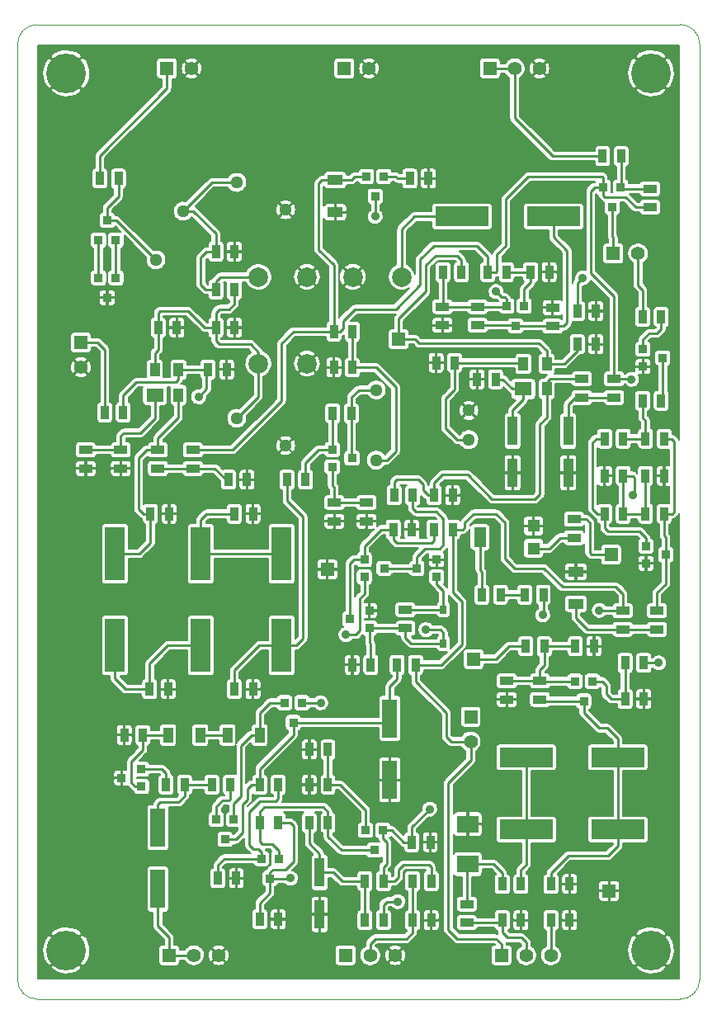
<source format=gtl>
G04 (created by PCBNEW (2013-mar-13)-testing) date Tue 21 May 2013 11:07:50 PM PDT*
%MOIN*%
G04 Gerber Fmt 3.4, Leading zero omitted, Abs format*
%FSLAX34Y34*%
G01*
G70*
G90*
G04 APERTURE LIST*
%ADD10C,0.005906*%
%ADD11C,0.003937*%
%ADD12C,0.078700*%
%ADD13R,0.086614X0.070866*%
%ADD14R,0.025591X0.038189*%
%ADD15R,0.062992X0.039370*%
%ADD16R,0.055000X0.055000*%
%ADD17C,0.055000*%
%ADD18R,0.051181X0.051181*%
%ADD19R,0.051181X0.078740*%
%ADD20C,0.051200*%
%ADD21R,0.059055X0.157480*%
%ADD22R,0.039370X0.118110*%
%ADD23R,0.070866X0.056102*%
%ADD24R,0.039370X0.056102*%
%ADD25C,0.160000*%
%ADD26R,0.039370X0.062992*%
%ADD27R,0.035000X0.055000*%
%ADD28R,0.055000X0.035000*%
%ADD29R,0.036000X0.036000*%
%ADD30R,0.216500X0.078700*%
%ADD31R,0.078700X0.216500*%
%ADD32C,0.035000*%
%ADD33C,0.010000*%
%ADD34C,0.007874*%
G04 APERTURE END LIST*
G54D10*
G54D11*
X66141Y-59055D02*
G75*
G03X66929Y-58267I0J787D01*
G74*
G01*
X39370Y-58267D02*
G75*
G03X40157Y-59055I787J0D01*
G74*
G01*
X66929Y-20472D02*
G75*
G03X66141Y-19685I-787J0D01*
G74*
G01*
X40157Y-19685D02*
G75*
G03X39370Y-20472I0J-787D01*
G74*
G01*
X66141Y-19685D02*
X40157Y-19685D01*
X66929Y-58267D02*
X66929Y-20472D01*
X40157Y-59055D02*
X66141Y-59055D01*
X39370Y-20472D02*
X39370Y-58267D01*
G54D12*
X52913Y-29881D03*
X54881Y-29881D03*
X51062Y-29881D03*
X49094Y-29881D03*
X51062Y-33385D03*
X49094Y-33385D03*
G54D13*
X57559Y-51988D03*
X57559Y-53602D03*
G54D14*
X56574Y-44685D03*
X56574Y-43314D03*
G54D15*
X52204Y-27263D03*
X52204Y-25964D03*
X61929Y-41791D03*
X61929Y-43090D03*
G54D16*
X58448Y-21456D03*
G54D17*
X59448Y-21456D03*
X60448Y-21456D03*
G54D16*
X45496Y-57283D03*
G54D17*
X46496Y-57283D03*
X47496Y-57283D03*
G54D16*
X51889Y-41692D03*
X54763Y-32401D03*
X57795Y-45314D03*
X63346Y-41102D03*
X63267Y-54685D03*
X58921Y-57283D03*
G54D17*
X59921Y-57283D03*
X60921Y-57283D03*
G54D16*
X52622Y-57283D03*
G54D17*
X53622Y-57283D03*
X54622Y-57283D03*
G54D18*
X60216Y-40846D03*
X60216Y-39940D03*
G54D19*
X58051Y-40393D03*
G54D20*
X57598Y-36456D03*
X57598Y-35275D03*
X53858Y-37283D03*
X53858Y-34448D03*
G54D16*
X63437Y-28937D03*
G54D17*
X64437Y-28937D03*
G54D16*
X57677Y-47649D03*
G54D17*
X57677Y-48649D03*
G54D16*
X52570Y-21456D03*
G54D17*
X53570Y-21456D03*
G54D16*
X41929Y-32531D03*
G54D17*
X41929Y-33531D03*
G54D16*
X45405Y-21456D03*
G54D17*
X46405Y-21456D03*
G54D21*
X45039Y-54606D03*
X45039Y-52125D03*
X54409Y-50196D03*
X54409Y-47716D03*
G54D22*
X51574Y-55629D03*
X51574Y-53937D03*
X59370Y-37795D03*
X59370Y-36102D03*
X61614Y-37795D03*
X61614Y-36102D03*
G54D23*
X44921Y-34645D03*
G54D24*
X45866Y-34645D03*
X45866Y-33631D03*
X44921Y-33631D03*
G54D23*
X59803Y-34409D03*
G54D24*
X60748Y-34409D03*
X60748Y-33395D03*
X59803Y-33395D03*
G54D25*
X41338Y-21653D03*
X64960Y-21653D03*
X41338Y-57086D03*
X64960Y-57086D03*
G54D26*
X46751Y-48385D03*
X45452Y-48385D03*
X49153Y-48385D03*
X47854Y-48385D03*
G54D27*
X44743Y-39448D03*
X45493Y-39448D03*
X42695Y-25905D03*
X43445Y-25905D03*
X44703Y-46535D03*
X45453Y-46535D03*
X58955Y-55866D03*
X59705Y-55866D03*
X48128Y-39448D03*
X48878Y-39448D03*
X60097Y-29685D03*
X60847Y-29685D03*
G54D28*
X57952Y-31831D03*
X57952Y-31081D03*
X56535Y-31081D03*
X56535Y-31831D03*
G54D27*
X48128Y-46535D03*
X48878Y-46535D03*
X47380Y-28858D03*
X48130Y-28858D03*
X52894Y-33543D03*
X52144Y-33543D03*
X56554Y-29685D03*
X57304Y-29685D03*
X63916Y-46929D03*
X64666Y-46929D03*
G54D28*
X60472Y-46949D03*
X60472Y-46199D03*
X59133Y-46199D03*
X59133Y-46949D03*
X53464Y-38995D03*
X53464Y-39745D03*
G54D27*
X47380Y-30393D03*
X48130Y-30393D03*
X47380Y-31929D03*
X48130Y-31929D03*
X60650Y-44803D03*
X59900Y-44803D03*
X42892Y-35354D03*
X43642Y-35354D03*
X56199Y-38700D03*
X56949Y-38700D03*
X47892Y-38070D03*
X48642Y-38070D03*
G54D28*
X43543Y-36869D03*
X43543Y-37619D03*
G54D27*
X54585Y-38700D03*
X55335Y-38700D03*
X54546Y-40078D03*
X55296Y-40078D03*
X55333Y-55866D03*
X56083Y-55866D03*
X55333Y-54291D03*
X56083Y-54291D03*
X60611Y-42716D03*
X59861Y-42716D03*
X51910Y-48976D03*
X51160Y-48976D03*
X49152Y-51929D03*
X49902Y-51929D03*
X47459Y-54173D03*
X48209Y-54173D03*
X63089Y-36417D03*
X63839Y-36417D03*
X64743Y-37913D03*
X65493Y-37913D03*
X63839Y-37913D03*
X63089Y-37913D03*
X64743Y-36417D03*
X65493Y-36417D03*
X59705Y-54409D03*
X58955Y-54409D03*
X50254Y-38070D03*
X51004Y-38070D03*
X60924Y-55866D03*
X61674Y-55866D03*
G54D28*
X60984Y-31871D03*
X60984Y-31121D03*
X57519Y-55965D03*
X57519Y-55215D03*
G54D27*
X52144Y-32086D03*
X52894Y-32086D03*
X61987Y-31259D03*
X62737Y-31259D03*
X52855Y-35393D03*
X52105Y-35393D03*
X60924Y-54409D03*
X61674Y-54409D03*
X59115Y-29685D03*
X58365Y-29685D03*
G54D28*
X52165Y-38995D03*
X52165Y-39745D03*
G54D27*
X61987Y-32598D03*
X62737Y-32598D03*
X57028Y-33346D03*
X56278Y-33346D03*
X64666Y-45472D03*
X63916Y-45472D03*
X61908Y-44803D03*
X62658Y-44803D03*
G54D28*
X63464Y-33995D03*
X63464Y-34745D03*
X62165Y-34745D03*
X62165Y-33995D03*
G54D27*
X58682Y-34015D03*
X57932Y-34015D03*
X47065Y-33622D03*
X47815Y-33622D03*
X45058Y-31929D03*
X45808Y-31929D03*
G54D28*
X46456Y-36869D03*
X46456Y-37619D03*
X45039Y-37619D03*
X45039Y-36869D03*
X42125Y-36869D03*
X42125Y-37619D03*
X55039Y-44075D03*
X55039Y-43325D03*
G54D27*
X53642Y-45551D03*
X52892Y-45551D03*
X63010Y-25000D03*
X63760Y-25000D03*
X56199Y-40078D03*
X56949Y-40078D03*
X55215Y-25905D03*
X55965Y-25905D03*
G54D28*
X64921Y-26317D03*
X64921Y-27067D03*
G54D27*
X53404Y-54291D03*
X54154Y-54291D03*
X55294Y-52716D03*
X56044Y-52716D03*
X58878Y-42716D03*
X58128Y-42716D03*
X54154Y-55866D03*
X53404Y-55866D03*
X51160Y-51929D03*
X51910Y-51929D03*
X51910Y-50393D03*
X51160Y-50393D03*
G54D28*
X61850Y-40414D03*
X61850Y-39664D03*
G54D27*
X49152Y-50393D03*
X49902Y-50393D03*
X49152Y-55826D03*
X49902Y-55826D03*
X64625Y-31496D03*
X65375Y-31496D03*
X63089Y-39448D03*
X63839Y-39448D03*
G54D28*
X63818Y-43365D03*
X63818Y-44115D03*
X65196Y-44115D03*
X65196Y-43365D03*
G54D27*
X64625Y-34881D03*
X65375Y-34881D03*
X44430Y-48385D03*
X43680Y-48385D03*
X64743Y-39448D03*
X65493Y-39448D03*
X55453Y-45551D03*
X54703Y-45551D03*
X47973Y-50393D03*
X47223Y-50393D03*
X46123Y-50393D03*
X45373Y-50393D03*
G54D29*
X42642Y-29914D03*
X43342Y-29914D03*
X42992Y-30714D03*
X43342Y-28392D03*
X42642Y-28392D03*
X42992Y-27592D03*
X64639Y-33499D03*
X64639Y-32799D03*
X65439Y-33149D03*
X53468Y-25820D03*
X54168Y-25820D03*
X53818Y-26620D03*
X53588Y-43350D03*
X53588Y-44050D03*
X52788Y-43700D03*
X53379Y-42003D03*
X53379Y-41303D03*
X54179Y-41653D03*
X56305Y-41303D03*
X56305Y-42003D03*
X55505Y-41653D03*
G54D20*
X48228Y-35590D03*
X50197Y-36692D03*
X48228Y-26063D03*
X50197Y-27165D03*
X44960Y-29192D03*
X46062Y-27224D03*
G54D30*
X59921Y-52204D03*
X63621Y-52204D03*
X59921Y-49291D03*
X63621Y-49291D03*
G54D31*
X50039Y-41063D03*
X50039Y-44763D03*
X46771Y-44763D03*
X46771Y-41063D03*
G54D30*
X57323Y-27440D03*
X61023Y-27440D03*
G54D31*
X43307Y-41063D03*
X43307Y-44763D03*
G54D29*
X44376Y-49768D03*
X44376Y-50468D03*
X43576Y-50118D03*
X47405Y-51804D03*
X48105Y-51804D03*
X47755Y-52604D03*
X50161Y-47080D03*
X50861Y-47080D03*
X50511Y-47880D03*
X64757Y-41452D03*
X64757Y-40752D03*
X65557Y-41102D03*
X49216Y-53379D03*
X49916Y-53379D03*
X49566Y-54179D03*
X53429Y-52237D03*
X54129Y-52237D03*
X53779Y-53037D03*
X63035Y-26253D03*
X63735Y-26253D03*
X63385Y-27053D03*
X52080Y-37554D03*
X52080Y-36854D03*
X52880Y-37204D03*
X61894Y-46214D03*
X62594Y-46214D03*
X62244Y-47014D03*
X59138Y-31056D03*
X59838Y-31056D03*
X59488Y-31856D03*
G54D32*
X54724Y-55118D03*
X62874Y-43346D03*
X64173Y-34015D03*
X45039Y-44094D03*
X45039Y-43307D03*
X45039Y-42519D03*
X45039Y-41732D03*
X48425Y-41732D03*
X48425Y-42519D03*
X48425Y-43307D03*
X48425Y-44094D03*
X54921Y-42204D03*
X55866Y-44133D03*
X58700Y-30472D03*
X62204Y-29921D03*
X53818Y-27440D03*
X65275Y-45472D03*
X56023Y-51377D03*
X60590Y-43543D03*
X64212Y-38700D03*
X51614Y-47086D03*
X50393Y-54173D03*
X52637Y-44330D03*
X46692Y-34724D03*
G54D33*
X54154Y-55254D02*
X54154Y-55866D01*
X54291Y-55118D02*
X54154Y-55254D01*
X54724Y-55118D02*
X54291Y-55118D01*
X57677Y-48649D02*
X57677Y-49409D01*
X58921Y-56834D02*
X58921Y-57283D01*
X58700Y-56614D02*
X58921Y-56834D01*
X57125Y-56614D02*
X58700Y-56614D01*
X56771Y-56259D02*
X57125Y-56614D01*
X56771Y-50314D02*
X56771Y-56259D01*
X57677Y-49409D02*
X56771Y-50314D01*
X55453Y-45551D02*
X55453Y-46241D01*
X56877Y-48649D02*
X57677Y-48649D01*
X56692Y-48464D02*
X56877Y-48649D01*
X56692Y-47480D02*
X56692Y-48464D01*
X55453Y-46241D02*
X56692Y-47480D01*
X56949Y-40078D02*
X56949Y-42619D01*
X56496Y-45551D02*
X55453Y-45551D01*
X57322Y-44724D02*
X56496Y-45551D01*
X57322Y-42992D02*
X57322Y-44724D01*
X56949Y-42619D02*
X57322Y-42992D01*
X63818Y-43365D02*
X63818Y-42677D01*
X57362Y-40078D02*
X56949Y-40078D01*
X57440Y-40000D02*
X57362Y-40078D01*
X57440Y-39803D02*
X57440Y-40000D01*
X57795Y-39448D02*
X57440Y-39803D01*
X58700Y-39448D02*
X57795Y-39448D01*
X59055Y-39803D02*
X58700Y-39448D01*
X59055Y-41259D02*
X59055Y-39803D01*
X59448Y-41653D02*
X59055Y-41259D01*
X60629Y-41653D02*
X59448Y-41653D01*
X61377Y-42401D02*
X60629Y-41653D01*
X63543Y-42401D02*
X61377Y-42401D01*
X63818Y-42677D02*
X63543Y-42401D01*
X63464Y-33995D02*
X64152Y-33995D01*
X62892Y-43365D02*
X63818Y-43365D01*
X62874Y-43346D02*
X62892Y-43365D01*
X64152Y-33995D02*
X64173Y-34015D01*
X63035Y-26253D02*
X62683Y-26253D01*
X63464Y-30669D02*
X63464Y-33995D01*
X62519Y-29724D02*
X63464Y-30669D01*
X62519Y-26417D02*
X62519Y-29724D01*
X62683Y-26253D02*
X62519Y-26417D01*
X63035Y-26253D02*
X63035Y-25870D01*
X58700Y-29685D02*
X58365Y-29685D01*
X58740Y-29645D02*
X58700Y-29685D01*
X58740Y-28976D02*
X58740Y-29645D01*
X59094Y-28622D02*
X58740Y-28976D01*
X59094Y-26732D02*
X59094Y-28622D01*
X60000Y-25826D02*
X59094Y-26732D01*
X62992Y-25826D02*
X60000Y-25826D01*
X63035Y-25870D02*
X62992Y-25826D01*
X64921Y-27067D02*
X64351Y-27067D01*
X63035Y-26579D02*
X63035Y-26253D01*
X63110Y-26653D02*
X63035Y-26579D01*
X63937Y-26653D02*
X63110Y-26653D01*
X64351Y-27067D02*
X63937Y-26653D01*
X52144Y-32086D02*
X52401Y-32086D01*
X52401Y-32086D02*
X52519Y-31968D01*
X52519Y-31968D02*
X52519Y-31653D01*
X52519Y-31653D02*
X52992Y-31181D01*
X52992Y-31181D02*
X54645Y-31181D01*
X54645Y-31181D02*
X55629Y-30196D01*
X55629Y-30196D02*
X55629Y-29173D01*
X55629Y-29173D02*
X56181Y-28622D01*
X56181Y-28622D02*
X57913Y-28622D01*
X57913Y-28622D02*
X58365Y-29073D01*
X58365Y-29073D02*
X58365Y-29685D01*
X52144Y-32086D02*
X50511Y-32086D01*
X48052Y-36869D02*
X46456Y-36869D01*
X50039Y-34881D02*
X48052Y-36869D01*
X50039Y-32559D02*
X50039Y-34881D01*
X50511Y-32086D02*
X50039Y-32559D01*
X52204Y-25964D02*
X51673Y-25964D01*
X52144Y-29388D02*
X52144Y-32086D01*
X51535Y-28779D02*
X52144Y-29388D01*
X51535Y-26102D02*
X51535Y-28779D01*
X51673Y-25964D02*
X51535Y-26102D01*
X52204Y-25964D02*
X52854Y-25964D01*
X52998Y-25820D02*
X53468Y-25820D01*
X52854Y-25964D02*
X52998Y-25820D01*
X45493Y-39448D02*
X45493Y-41278D01*
X45039Y-42519D02*
X45039Y-43307D01*
X45493Y-41278D02*
X45039Y-41732D01*
X45453Y-46535D02*
X46968Y-46535D01*
X48425Y-43307D02*
X48425Y-42519D01*
X47716Y-44803D02*
X48425Y-44094D01*
X47716Y-45787D02*
X47716Y-44803D01*
X46968Y-46535D02*
X47716Y-45787D01*
X53588Y-43350D02*
X54168Y-43350D01*
X54921Y-42598D02*
X54921Y-42204D01*
X54168Y-43350D02*
X54921Y-42598D01*
X44743Y-39448D02*
X44743Y-40611D01*
X44290Y-41063D02*
X43307Y-41063D01*
X44743Y-40611D02*
X44290Y-41063D01*
X45039Y-36869D02*
X44587Y-36869D01*
X44448Y-39448D02*
X44743Y-39448D01*
X44251Y-39251D02*
X44448Y-39448D01*
X44251Y-37204D02*
X44251Y-39251D01*
X44587Y-36869D02*
X44251Y-37204D01*
X45866Y-34645D02*
X45866Y-35551D01*
X45039Y-36377D02*
X45039Y-36869D01*
X45866Y-35551D02*
X45039Y-36377D01*
X56574Y-44685D02*
X56574Y-44251D01*
X56456Y-44133D02*
X55866Y-44133D01*
X56574Y-44251D02*
X56456Y-44133D01*
X55039Y-44075D02*
X55039Y-44448D01*
X55275Y-44685D02*
X56574Y-44685D01*
X55039Y-44448D02*
X55275Y-44685D01*
X53642Y-45551D02*
X53642Y-44705D01*
X53588Y-44651D02*
X53588Y-44050D01*
X53642Y-44705D02*
X53588Y-44651D01*
X55039Y-44075D02*
X53613Y-44075D01*
X53613Y-44075D02*
X53588Y-44050D01*
X63385Y-27053D02*
X63385Y-28228D01*
X63385Y-28228D02*
X63437Y-28279D01*
X63437Y-28279D02*
X63437Y-28937D01*
X49094Y-29881D02*
X47559Y-29881D01*
X47380Y-30060D02*
X47380Y-30393D01*
X47559Y-29881D02*
X47380Y-30060D01*
X47380Y-28858D02*
X47007Y-28858D01*
X46968Y-30393D02*
X47380Y-30393D01*
X46771Y-30196D02*
X46968Y-30393D01*
X46771Y-29094D02*
X46771Y-30196D01*
X47007Y-28858D02*
X46771Y-29094D01*
X46062Y-27224D02*
X46476Y-27224D01*
X47380Y-28128D02*
X47380Y-28858D01*
X46476Y-27224D02*
X47380Y-28128D01*
X48228Y-26063D02*
X47224Y-26063D01*
X47224Y-26063D02*
X46062Y-27224D01*
X43342Y-28392D02*
X43342Y-29914D01*
X42642Y-28392D02*
X42642Y-29914D01*
X47892Y-38070D02*
X47795Y-38070D01*
X47343Y-37619D02*
X46456Y-37619D01*
X47795Y-38070D02*
X47343Y-37619D01*
X45039Y-37619D02*
X46456Y-37619D01*
X52894Y-32086D02*
X52894Y-33543D01*
X53858Y-37283D02*
X54291Y-37283D01*
X53858Y-33543D02*
X52894Y-33543D01*
X54645Y-34330D02*
X53858Y-33543D01*
X54645Y-36929D02*
X54645Y-34330D01*
X54291Y-37283D02*
X54645Y-36929D01*
X52855Y-35393D02*
X52855Y-34743D01*
X53149Y-34448D02*
X53858Y-34448D01*
X52855Y-34743D02*
X53149Y-34448D01*
X52855Y-35393D02*
X52855Y-37179D01*
X52855Y-37179D02*
X52880Y-37204D01*
X61987Y-31259D02*
X61987Y-30138D01*
X59138Y-30791D02*
X59138Y-31056D01*
X59055Y-30708D02*
X59138Y-30791D01*
X58937Y-30708D02*
X59055Y-30708D01*
X58700Y-30472D02*
X58937Y-30708D01*
X61987Y-30138D02*
X62204Y-29921D01*
X57952Y-31081D02*
X59113Y-31081D01*
X59113Y-31081D02*
X59138Y-31056D01*
X56535Y-31081D02*
X57952Y-31081D01*
X56554Y-29685D02*
X56554Y-31062D01*
X56554Y-31062D02*
X56535Y-31081D01*
X60097Y-29685D02*
X60097Y-30099D01*
X59838Y-30358D02*
X59838Y-31056D01*
X60097Y-30099D02*
X59838Y-30358D01*
X59115Y-29685D02*
X60097Y-29685D01*
X60984Y-31871D02*
X61436Y-31871D01*
X61023Y-28267D02*
X61023Y-27440D01*
X61574Y-28818D02*
X61023Y-28267D01*
X61574Y-31732D02*
X61574Y-28818D01*
X61436Y-31871D02*
X61574Y-31732D01*
X59488Y-31856D02*
X60969Y-31856D01*
X60969Y-31856D02*
X60984Y-31871D01*
X57952Y-31831D02*
X59463Y-31831D01*
X59463Y-31831D02*
X59488Y-31856D01*
X47380Y-31929D02*
X46929Y-31929D01*
X45058Y-31319D02*
X45058Y-31929D01*
X45118Y-31259D02*
X45058Y-31319D01*
X46259Y-31259D02*
X45118Y-31259D01*
X46929Y-31929D02*
X46259Y-31259D01*
X49094Y-33385D02*
X49094Y-34724D01*
X49094Y-34724D02*
X48228Y-35590D01*
X45058Y-31929D02*
X45058Y-32815D01*
X45058Y-32815D02*
X44921Y-32952D01*
X44921Y-32952D02*
X44921Y-33631D01*
X49094Y-33385D02*
X49094Y-32913D01*
X47380Y-32459D02*
X47380Y-31929D01*
X47519Y-32598D02*
X47380Y-32459D01*
X48779Y-32598D02*
X47519Y-32598D01*
X49094Y-32913D02*
X48779Y-32598D01*
X48130Y-30393D02*
X48130Y-30963D01*
X47380Y-31319D02*
X47380Y-31929D01*
X47519Y-31181D02*
X47380Y-31319D01*
X47913Y-31181D02*
X47519Y-31181D01*
X48130Y-30963D02*
X47913Y-31181D01*
X57323Y-27440D02*
X55393Y-27440D01*
X54881Y-27953D02*
X54881Y-29881D01*
X55393Y-27440D02*
X54881Y-27953D01*
X44703Y-46535D02*
X44703Y-45493D01*
X45433Y-44763D02*
X46771Y-44763D01*
X44703Y-45493D02*
X45433Y-44763D01*
X43307Y-44763D02*
X43307Y-46102D01*
X43740Y-46535D02*
X44703Y-46535D01*
X43307Y-46102D02*
X43740Y-46535D01*
X52105Y-35393D02*
X52105Y-36829D01*
X52105Y-36829D02*
X52080Y-36854D01*
X51004Y-38070D02*
X51004Y-37380D01*
X51531Y-36854D02*
X52080Y-36854D01*
X51004Y-37380D02*
X51531Y-36854D01*
X52165Y-38995D02*
X53464Y-38995D01*
X52080Y-37554D02*
X52080Y-38300D01*
X52165Y-38385D02*
X52165Y-38995D01*
X52080Y-38300D02*
X52165Y-38385D01*
X63916Y-46929D02*
X63346Y-46929D01*
X62985Y-46214D02*
X62594Y-46214D01*
X63149Y-46377D02*
X62985Y-46214D01*
X63149Y-46732D02*
X63149Y-46377D01*
X63346Y-46929D02*
X63149Y-46732D01*
X63916Y-45472D02*
X63916Y-46929D01*
X64921Y-26317D02*
X63800Y-26317D01*
X63800Y-26317D02*
X63735Y-26253D01*
X63760Y-25000D02*
X63760Y-26228D01*
X63760Y-26228D02*
X63735Y-26253D01*
X59921Y-52204D02*
X59921Y-53621D01*
X59705Y-53837D02*
X59705Y-54409D01*
X59921Y-53621D02*
X59705Y-53837D01*
X59921Y-49291D02*
X59921Y-52204D01*
X59448Y-21456D02*
X58448Y-21456D01*
X63010Y-25000D02*
X60984Y-25000D01*
X59448Y-23464D02*
X59448Y-21456D01*
X60984Y-25000D02*
X59448Y-23464D01*
X42892Y-35354D02*
X42892Y-32813D01*
X42610Y-32531D02*
X41929Y-32531D01*
X42892Y-32813D02*
X42610Y-32531D01*
X43543Y-36869D02*
X42125Y-36869D01*
X44921Y-34645D02*
X44921Y-35590D01*
X43543Y-36299D02*
X43543Y-36869D01*
X43661Y-36181D02*
X43543Y-36299D01*
X44330Y-36181D02*
X43661Y-36181D01*
X44921Y-35590D02*
X44330Y-36181D01*
X58955Y-54409D02*
X58955Y-53955D01*
X58602Y-53602D02*
X57559Y-53602D01*
X58955Y-53955D02*
X58602Y-53602D01*
X57519Y-55215D02*
X57519Y-53641D01*
X57519Y-53641D02*
X57559Y-53602D01*
X57519Y-55965D02*
X58856Y-55965D01*
X58856Y-55965D02*
X58955Y-55866D01*
X58955Y-55866D02*
X58955Y-56357D01*
X59921Y-56771D02*
X59921Y-57283D01*
X59724Y-56574D02*
X59921Y-56771D01*
X59173Y-56574D02*
X59724Y-56574D01*
X58955Y-56357D02*
X59173Y-56574D01*
X60924Y-55866D02*
X60924Y-57280D01*
X60924Y-57280D02*
X60921Y-57283D01*
X53818Y-27440D02*
X53818Y-26620D01*
X54168Y-25820D02*
X54639Y-25820D01*
X54724Y-25905D02*
X55215Y-25905D01*
X54639Y-25820D02*
X54724Y-25905D01*
X45496Y-57283D02*
X46496Y-57283D01*
X45039Y-54606D02*
X45039Y-56102D01*
X45496Y-56559D02*
X45496Y-57283D01*
X45039Y-56102D02*
X45496Y-56559D01*
X65275Y-45472D02*
X64666Y-45472D01*
X60924Y-54409D02*
X60924Y-53957D01*
X63621Y-52874D02*
X63621Y-52204D01*
X63228Y-53267D02*
X63621Y-52874D01*
X61614Y-53267D02*
X63228Y-53267D01*
X60924Y-53957D02*
X61614Y-53267D01*
X62244Y-47014D02*
X60536Y-47014D01*
X60536Y-47014D02*
X60472Y-46949D01*
X63621Y-49291D02*
X63621Y-52204D01*
X62244Y-47014D02*
X62244Y-47480D01*
X63621Y-48542D02*
X63621Y-49291D01*
X63188Y-48110D02*
X63621Y-48542D01*
X62874Y-48110D02*
X63188Y-48110D01*
X62244Y-47480D02*
X62874Y-48110D01*
X61894Y-46214D02*
X60486Y-46214D01*
X60486Y-46214D02*
X60472Y-46199D01*
X60650Y-44803D02*
X61908Y-44803D01*
X60650Y-44803D02*
X60650Y-45569D01*
X60472Y-45748D02*
X60472Y-46199D01*
X60650Y-45569D02*
X60472Y-45748D01*
X59133Y-46199D02*
X60472Y-46199D01*
X58878Y-42716D02*
X59861Y-42716D01*
X50039Y-44763D02*
X50630Y-44763D01*
X50254Y-38916D02*
X50254Y-38070D01*
X50905Y-39566D02*
X50254Y-38916D01*
X50905Y-44488D02*
X50905Y-39566D01*
X50630Y-44763D02*
X50905Y-44488D01*
X50039Y-44763D02*
X49134Y-44763D01*
X48128Y-45768D02*
X48128Y-46535D01*
X49134Y-44763D02*
X48128Y-45768D01*
X49216Y-53379D02*
X47722Y-53379D01*
X47459Y-53642D02*
X47459Y-54173D01*
X47722Y-53379D02*
X47459Y-53642D01*
X49216Y-53379D02*
X49216Y-53114D01*
X49902Y-50963D02*
X49902Y-50393D01*
X49803Y-51062D02*
X49902Y-50963D01*
X49173Y-51062D02*
X49803Y-51062D01*
X48740Y-51496D02*
X49173Y-51062D01*
X48740Y-52834D02*
X48740Y-51496D01*
X48897Y-52992D02*
X48740Y-52834D01*
X49094Y-52992D02*
X48897Y-52992D01*
X49216Y-53114D02*
X49094Y-52992D01*
X54129Y-52237D02*
X54129Y-52554D01*
X54154Y-53719D02*
X54154Y-54291D01*
X54291Y-53582D02*
X54154Y-53719D01*
X54291Y-52716D02*
X54291Y-53582D01*
X54129Y-52554D02*
X54291Y-52716D01*
X54129Y-52237D02*
X54481Y-52237D01*
X54960Y-52716D02*
X55294Y-52716D01*
X54481Y-52237D02*
X54960Y-52716D01*
X56083Y-54291D02*
X56083Y-53721D01*
X56083Y-53721D02*
X55984Y-53622D01*
X55984Y-53622D02*
X54960Y-53622D01*
X54960Y-53622D02*
X54763Y-53818D01*
X54763Y-53818D02*
X54763Y-54133D01*
X54763Y-54133D02*
X54606Y-54291D01*
X54606Y-54291D02*
X54154Y-54291D01*
X60611Y-42716D02*
X60611Y-43522D01*
X55294Y-52107D02*
X55294Y-52716D01*
X56023Y-51377D02*
X55294Y-52107D01*
X60611Y-43522D02*
X60590Y-43543D01*
X55333Y-55866D02*
X55333Y-56359D01*
X53622Y-56811D02*
X53622Y-57283D01*
X53818Y-56614D02*
X53622Y-56811D01*
X55078Y-56614D02*
X53818Y-56614D01*
X55333Y-56359D02*
X55078Y-56614D01*
X55333Y-54291D02*
X55333Y-55866D01*
X51910Y-48976D02*
X51910Y-50393D01*
X53429Y-52237D02*
X53429Y-51421D01*
X52401Y-50393D02*
X51910Y-50393D01*
X53429Y-51421D02*
X52401Y-50393D01*
X49916Y-53379D02*
X49916Y-53066D01*
X49152Y-52695D02*
X49152Y-51929D01*
X49251Y-52795D02*
X49152Y-52695D01*
X49645Y-52795D02*
X49251Y-52795D01*
X49916Y-53066D02*
X49645Y-52795D01*
X51910Y-51929D02*
X51910Y-51477D01*
X49152Y-51477D02*
X49152Y-51929D01*
X49330Y-51299D02*
X49152Y-51477D01*
X51732Y-51299D02*
X49330Y-51299D01*
X51910Y-51477D02*
X51732Y-51299D01*
X53779Y-53037D02*
X52447Y-53037D01*
X51910Y-52500D02*
X51910Y-51929D01*
X52447Y-53037D02*
X51910Y-52500D01*
X51160Y-51929D02*
X51160Y-52774D01*
X51574Y-53188D02*
X51574Y-53937D01*
X51160Y-52774D02*
X51574Y-53188D01*
X53404Y-54291D02*
X52480Y-54291D01*
X52125Y-53937D02*
X51574Y-53937D01*
X52480Y-54291D02*
X52125Y-53937D01*
X53404Y-55866D02*
X53404Y-54291D01*
X60216Y-40846D02*
X60846Y-40846D01*
X61278Y-40414D02*
X61850Y-40414D01*
X60846Y-40846D02*
X61278Y-40414D01*
X64212Y-37913D02*
X63839Y-37913D01*
X64291Y-37992D02*
X64212Y-37913D01*
X64291Y-38622D02*
X64291Y-37992D01*
X64212Y-38700D02*
X64291Y-38622D01*
X61850Y-39664D02*
X62341Y-39664D01*
X62559Y-41102D02*
X63346Y-41102D01*
X62480Y-41023D02*
X62559Y-41102D01*
X62480Y-39803D02*
X62480Y-41023D01*
X62341Y-39664D02*
X62480Y-39803D01*
X64743Y-39448D02*
X63839Y-39448D01*
X64743Y-37913D02*
X64743Y-39448D01*
X63839Y-37913D02*
X63839Y-39448D01*
X58051Y-40393D02*
X58051Y-41712D01*
X58128Y-41790D02*
X58128Y-42716D01*
X58051Y-41712D02*
X58128Y-41790D01*
X64437Y-28937D02*
X64437Y-30224D01*
X64625Y-30412D02*
X64625Y-31496D01*
X64437Y-30224D02*
X64625Y-30412D01*
X46771Y-41063D02*
X50039Y-41063D01*
X48128Y-39448D02*
X47007Y-39448D01*
X46771Y-39685D02*
X46771Y-41063D01*
X47007Y-39448D02*
X46771Y-39685D01*
X64757Y-40752D02*
X64757Y-40426D01*
X63089Y-40018D02*
X63089Y-39448D01*
X63228Y-40157D02*
X63089Y-40018D01*
X64488Y-40157D02*
X63228Y-40157D01*
X64757Y-40426D02*
X64488Y-40157D01*
X63089Y-36417D02*
X62755Y-36417D01*
X62795Y-39448D02*
X63089Y-39448D01*
X62598Y-39251D02*
X62795Y-39448D01*
X62598Y-36574D02*
X62598Y-39251D01*
X62755Y-36417D02*
X62598Y-36574D01*
X65557Y-41102D02*
X65557Y-42277D01*
X65196Y-42637D02*
X65196Y-43365D01*
X65557Y-42277D02*
X65196Y-42637D01*
X65493Y-39448D02*
X65493Y-40335D01*
X65557Y-40400D02*
X65557Y-41102D01*
X65493Y-40335D02*
X65557Y-40400D01*
X65493Y-36417D02*
X65787Y-36417D01*
X65826Y-39448D02*
X65493Y-39448D01*
X65905Y-39370D02*
X65826Y-39448D01*
X65905Y-36535D02*
X65905Y-39370D01*
X65787Y-36417D02*
X65905Y-36535D01*
X65375Y-31496D02*
X65375Y-31987D01*
X64639Y-32407D02*
X64639Y-32799D01*
X64881Y-32165D02*
X64639Y-32407D01*
X65196Y-32165D02*
X64881Y-32165D01*
X65375Y-31987D02*
X65196Y-32165D01*
X65439Y-33149D02*
X65439Y-34817D01*
X65439Y-34817D02*
X65375Y-34881D01*
X49566Y-54179D02*
X49566Y-53937D01*
X50393Y-51929D02*
X49902Y-51929D01*
X50511Y-52047D02*
X50393Y-51929D01*
X50511Y-53503D02*
X50511Y-52047D01*
X50196Y-53818D02*
X50511Y-53503D01*
X49685Y-53818D02*
X50196Y-53818D01*
X49566Y-53937D02*
X49685Y-53818D01*
X49566Y-54179D02*
X50387Y-54179D01*
X51607Y-47080D02*
X50861Y-47080D01*
X51614Y-47086D02*
X51607Y-47080D01*
X50387Y-54179D02*
X50393Y-54173D01*
X49152Y-55826D02*
X49152Y-55178D01*
X49566Y-54763D02*
X49566Y-54179D01*
X49152Y-55178D02*
X49566Y-54763D01*
X46123Y-50393D02*
X46123Y-50845D01*
X45039Y-51181D02*
X45039Y-52125D01*
X45118Y-51102D02*
X45039Y-51181D01*
X45866Y-51102D02*
X45118Y-51102D01*
X46123Y-50845D02*
X45866Y-51102D01*
X47223Y-50393D02*
X46123Y-50393D01*
X45373Y-50393D02*
X45373Y-49939D01*
X45201Y-49768D02*
X44376Y-49768D01*
X45373Y-49939D02*
X45201Y-49768D01*
X44430Y-48385D02*
X45452Y-48385D01*
X44376Y-50468D02*
X44129Y-50468D01*
X44430Y-48995D02*
X44430Y-48385D01*
X43976Y-49448D02*
X44430Y-48995D01*
X43976Y-50314D02*
X43976Y-49448D01*
X44129Y-50468D02*
X43976Y-50314D01*
X47405Y-51804D02*
X47405Y-51264D01*
X47973Y-50963D02*
X47973Y-50393D01*
X47913Y-51023D02*
X47973Y-50963D01*
X47646Y-51023D02*
X47913Y-51023D01*
X47405Y-51264D02*
X47646Y-51023D01*
X48105Y-51804D02*
X48105Y-51146D01*
X48818Y-48385D02*
X49153Y-48385D01*
X48385Y-48818D02*
X48818Y-48385D01*
X48385Y-50866D02*
X48385Y-48818D01*
X48105Y-51146D02*
X48385Y-50866D01*
X50161Y-47080D02*
X49573Y-47080D01*
X49153Y-47500D02*
X49153Y-48385D01*
X49573Y-47080D02*
X49153Y-47500D01*
X47755Y-52604D02*
X48182Y-52604D01*
X48818Y-50393D02*
X49152Y-50393D01*
X48661Y-50551D02*
X48818Y-50393D01*
X48661Y-50984D02*
X48661Y-50551D01*
X48464Y-51181D02*
X48661Y-50984D01*
X48464Y-52322D02*
X48464Y-51181D01*
X48182Y-52604D02*
X48464Y-52322D01*
X50511Y-47880D02*
X50511Y-48385D01*
X49152Y-49745D02*
X49152Y-50393D01*
X50511Y-48385D02*
X49152Y-49745D01*
X50511Y-47880D02*
X54245Y-47880D01*
X54245Y-47880D02*
X54409Y-47716D01*
X54703Y-45551D02*
X54703Y-46123D01*
X54409Y-46417D02*
X54409Y-47716D01*
X54703Y-46123D02*
X54409Y-46417D01*
X47854Y-48385D02*
X46751Y-48385D01*
X61987Y-32598D02*
X61987Y-32855D01*
X61446Y-33395D02*
X60748Y-33395D01*
X61987Y-32855D02*
X61446Y-33395D01*
X54763Y-32401D02*
X54763Y-31574D01*
X57304Y-29193D02*
X57304Y-29685D01*
X57125Y-29015D02*
X57304Y-29193D01*
X56259Y-29015D02*
X57125Y-29015D01*
X55866Y-29409D02*
X56259Y-29015D01*
X55866Y-30472D02*
X55866Y-29409D01*
X54763Y-31574D02*
X55866Y-30472D01*
X60748Y-33395D02*
X60748Y-32874D01*
X55433Y-32401D02*
X54763Y-32401D01*
X55590Y-32559D02*
X55433Y-32401D01*
X60433Y-32559D02*
X55590Y-32559D01*
X60748Y-32874D02*
X60433Y-32559D01*
X55039Y-43325D02*
X56563Y-43325D01*
X56563Y-43325D02*
X56574Y-43314D01*
X56305Y-42003D02*
X56305Y-42289D01*
X56574Y-42559D02*
X56574Y-43314D01*
X56305Y-42289D02*
X56574Y-42559D01*
X55505Y-41653D02*
X55505Y-41187D01*
X55335Y-39233D02*
X55335Y-38700D01*
X55472Y-39370D02*
X55335Y-39233D01*
X56299Y-39370D02*
X55472Y-39370D01*
X56574Y-39645D02*
X56299Y-39370D01*
X56574Y-40708D02*
X56574Y-39645D01*
X56417Y-40866D02*
X56574Y-40708D01*
X55826Y-40866D02*
X56417Y-40866D01*
X55505Y-41187D02*
X55826Y-40866D01*
X55505Y-41653D02*
X54179Y-41653D01*
X62165Y-34745D02*
X61908Y-34745D01*
X61614Y-35039D02*
X61614Y-36102D01*
X61908Y-34745D02*
X61614Y-35039D01*
X63464Y-34745D02*
X62165Y-34745D01*
X57028Y-33346D02*
X59753Y-33346D01*
X59753Y-33346D02*
X59803Y-33395D01*
X57598Y-36456D02*
X57125Y-36456D01*
X57028Y-34428D02*
X57028Y-33346D01*
X56653Y-34803D02*
X57028Y-34428D01*
X56653Y-35984D02*
X56653Y-34803D01*
X57125Y-36456D02*
X56653Y-35984D01*
X56199Y-38700D02*
X55944Y-38700D01*
X54585Y-38170D02*
X54585Y-38700D01*
X54685Y-38070D02*
X54585Y-38170D01*
X55551Y-38070D02*
X54685Y-38070D01*
X55748Y-38267D02*
X55551Y-38070D01*
X55748Y-38503D02*
X55748Y-38267D01*
X55944Y-38700D02*
X55748Y-38503D01*
X60748Y-34409D02*
X60748Y-35551D01*
X56199Y-38209D02*
X56199Y-38700D01*
X56535Y-37874D02*
X56199Y-38209D01*
X57559Y-37874D02*
X56535Y-37874D01*
X58543Y-38858D02*
X57559Y-37874D01*
X60275Y-38858D02*
X58543Y-38858D01*
X60472Y-38661D02*
X60275Y-38858D01*
X60472Y-35826D02*
X60472Y-38661D01*
X60748Y-35551D02*
X60472Y-35826D01*
X62165Y-33995D02*
X60886Y-33995D01*
X60748Y-34133D02*
X60748Y-34409D01*
X60886Y-33995D02*
X60748Y-34133D01*
X59803Y-34409D02*
X59803Y-34842D01*
X59370Y-35275D02*
X59370Y-36102D01*
X59803Y-34842D02*
X59370Y-35275D01*
X59803Y-34409D02*
X59370Y-34409D01*
X58976Y-34015D02*
X58682Y-34015D01*
X59370Y-34409D02*
X58976Y-34015D01*
X64743Y-36417D02*
X63839Y-36417D01*
X64625Y-34881D02*
X64625Y-35569D01*
X64743Y-35687D02*
X64743Y-36417D01*
X64625Y-35569D02*
X64743Y-35687D01*
X53385Y-42009D02*
X53379Y-42003D01*
X53385Y-42677D02*
X53385Y-42009D01*
X53188Y-42874D02*
X53385Y-42677D01*
X53188Y-44173D02*
X53188Y-42874D01*
X53031Y-44330D02*
X53188Y-44173D01*
X52637Y-44330D02*
X53031Y-44330D01*
X63818Y-44115D02*
X62382Y-44115D01*
X61929Y-43661D02*
X61929Y-43090D01*
X62382Y-44115D02*
X61929Y-43661D01*
X63818Y-44115D02*
X65196Y-44115D01*
X53379Y-41303D02*
X52948Y-41303D01*
X52788Y-41462D02*
X52788Y-43700D01*
X52948Y-41303D02*
X52788Y-41462D01*
X54546Y-40078D02*
X54055Y-40078D01*
X53379Y-40754D02*
X53379Y-41303D01*
X54055Y-40078D02*
X53379Y-40754D01*
X54546Y-40078D02*
X54546Y-40491D01*
X56199Y-40532D02*
X56199Y-40078D01*
X56102Y-40629D02*
X56199Y-40532D01*
X54685Y-40629D02*
X56102Y-40629D01*
X54546Y-40491D02*
X54685Y-40629D01*
X45405Y-21456D02*
X45405Y-22271D01*
X42695Y-24981D02*
X42695Y-25905D01*
X45405Y-22271D02*
X42695Y-24981D01*
X42992Y-27592D02*
X43360Y-27592D01*
X43360Y-27592D02*
X44960Y-29192D01*
X43445Y-25905D02*
X43445Y-26632D01*
X42992Y-27086D02*
X42992Y-27592D01*
X43445Y-26632D02*
X42992Y-27086D01*
X47007Y-33680D02*
X47065Y-33622D01*
X47007Y-34409D02*
X47007Y-33680D01*
X46692Y-34724D02*
X47007Y-34409D01*
X59900Y-44803D02*
X59212Y-44803D01*
X58700Y-45314D02*
X57795Y-45314D01*
X59212Y-44803D02*
X58700Y-45314D01*
X45866Y-33631D02*
X45866Y-34015D01*
X43642Y-34664D02*
X43642Y-35354D01*
X44173Y-34133D02*
X43642Y-34664D01*
X45748Y-34133D02*
X44173Y-34133D01*
X45866Y-34015D02*
X45748Y-34133D01*
X45866Y-33631D02*
X47056Y-33631D01*
X47056Y-33631D02*
X47065Y-33622D01*
G54D10*
G36*
X57115Y-44638D02*
X56859Y-44894D01*
X56860Y-44891D01*
X56860Y-44860D01*
X56860Y-44478D01*
X56854Y-44448D01*
X56842Y-44419D01*
X56825Y-44393D01*
X56803Y-44371D01*
X56782Y-44357D01*
X56782Y-44251D01*
X56780Y-44232D01*
X56778Y-44213D01*
X56778Y-44212D01*
X56778Y-44211D01*
X56772Y-44193D01*
X56767Y-44174D01*
X56766Y-44173D01*
X56766Y-44172D01*
X56757Y-44155D01*
X56748Y-44138D01*
X56748Y-44138D01*
X56747Y-44137D01*
X56735Y-44122D01*
X56723Y-44107D01*
X56722Y-44105D01*
X56722Y-44105D01*
X56721Y-44105D01*
X56721Y-44105D01*
X56603Y-43987D01*
X56588Y-43974D01*
X56573Y-43962D01*
X56572Y-43962D01*
X56572Y-43961D01*
X56555Y-43952D01*
X56538Y-43943D01*
X56537Y-43942D01*
X56536Y-43942D01*
X56518Y-43936D01*
X56499Y-43930D01*
X56498Y-43930D01*
X56497Y-43930D01*
X56478Y-43928D01*
X56459Y-43926D01*
X56457Y-43926D01*
X56457Y-43926D01*
X56457Y-43926D01*
X56456Y-43926D01*
X56127Y-43926D01*
X56125Y-43922D01*
X56079Y-43876D01*
X56025Y-43839D01*
X55964Y-43814D01*
X55901Y-43801D01*
X55835Y-43801D01*
X55771Y-43813D01*
X55711Y-43837D01*
X55656Y-43873D01*
X55610Y-43919D01*
X55573Y-43972D01*
X55547Y-44032D01*
X55534Y-44096D01*
X55533Y-44161D01*
X55544Y-44225D01*
X55568Y-44286D01*
X55604Y-44341D01*
X55649Y-44388D01*
X55703Y-44425D01*
X55762Y-44451D01*
X55826Y-44465D01*
X55891Y-44466D01*
X55955Y-44455D01*
X56016Y-44432D01*
X56071Y-44397D01*
X56119Y-44352D01*
X56126Y-44341D01*
X56367Y-44341D01*
X56367Y-44357D01*
X56346Y-44371D01*
X56324Y-44393D01*
X56307Y-44419D01*
X56295Y-44448D01*
X56289Y-44477D01*
X55361Y-44477D01*
X55292Y-44408D01*
X55329Y-44408D01*
X55360Y-44402D01*
X55388Y-44390D01*
X55414Y-44373D01*
X55436Y-44351D01*
X55453Y-44325D01*
X55465Y-44296D01*
X55471Y-44266D01*
X55471Y-44235D01*
X55471Y-43885D01*
X55465Y-43854D01*
X55453Y-43826D01*
X55436Y-43800D01*
X55414Y-43778D01*
X55388Y-43761D01*
X55360Y-43749D01*
X55329Y-43743D01*
X55298Y-43743D01*
X54748Y-43743D01*
X54718Y-43749D01*
X54689Y-43761D01*
X54663Y-43778D01*
X54642Y-43800D01*
X54624Y-43826D01*
X54612Y-43854D01*
X54610Y-43868D01*
X53926Y-43868D01*
X53926Y-43855D01*
X53926Y-43546D01*
X53926Y-43409D01*
X53926Y-43291D01*
X53926Y-43155D01*
X53920Y-43124D01*
X53908Y-43096D01*
X53891Y-43070D01*
X53869Y-43048D01*
X53843Y-43031D01*
X53814Y-43019D01*
X53784Y-43013D01*
X53753Y-43013D01*
X53648Y-43013D01*
X53608Y-43052D01*
X53608Y-43331D01*
X53887Y-43331D01*
X53926Y-43291D01*
X53926Y-43409D01*
X53887Y-43370D01*
X53608Y-43370D01*
X53608Y-43648D01*
X53648Y-43688D01*
X53753Y-43688D01*
X53784Y-43688D01*
X53814Y-43682D01*
X53843Y-43670D01*
X53869Y-43653D01*
X53891Y-43631D01*
X53908Y-43605D01*
X53920Y-43576D01*
X53926Y-43546D01*
X53926Y-43855D01*
X53920Y-43824D01*
X53908Y-43796D01*
X53891Y-43770D01*
X53869Y-43748D01*
X53843Y-43731D01*
X53814Y-43719D01*
X53784Y-43713D01*
X53753Y-43713D01*
X53396Y-43713D01*
X53396Y-43688D01*
X53424Y-43688D01*
X53529Y-43688D01*
X53569Y-43648D01*
X53569Y-43370D01*
X53561Y-43370D01*
X53561Y-43331D01*
X53569Y-43331D01*
X53569Y-43052D01*
X53529Y-43013D01*
X53424Y-43013D01*
X53396Y-43013D01*
X53396Y-42959D01*
X53532Y-42823D01*
X53544Y-42809D01*
X53557Y-42794D01*
X53557Y-42793D01*
X53558Y-42792D01*
X53567Y-42775D01*
X53576Y-42758D01*
X53576Y-42757D01*
X53577Y-42756D01*
X53582Y-42738D01*
X53588Y-42720D01*
X53588Y-42719D01*
X53589Y-42718D01*
X53591Y-42699D01*
X53593Y-42680D01*
X53593Y-42677D01*
X53593Y-42677D01*
X53593Y-42677D01*
X53593Y-42677D01*
X53593Y-42337D01*
X53605Y-42334D01*
X53634Y-42323D01*
X53659Y-42305D01*
X53681Y-42283D01*
X53699Y-42258D01*
X53710Y-42229D01*
X53717Y-42199D01*
X53717Y-42168D01*
X53717Y-41808D01*
X53710Y-41777D01*
X53699Y-41748D01*
X53681Y-41723D01*
X53659Y-41701D01*
X53634Y-41683D01*
X53605Y-41672D01*
X53575Y-41666D01*
X53544Y-41666D01*
X53184Y-41666D01*
X53153Y-41672D01*
X53124Y-41683D01*
X53099Y-41701D01*
X53077Y-41723D01*
X53059Y-41748D01*
X53048Y-41777D01*
X53042Y-41808D01*
X53042Y-41839D01*
X53042Y-42199D01*
X53048Y-42229D01*
X53059Y-42258D01*
X53077Y-42283D01*
X53099Y-42305D01*
X53124Y-42323D01*
X53153Y-42334D01*
X53178Y-42339D01*
X53178Y-42591D01*
X53042Y-42727D01*
X53030Y-42742D01*
X53017Y-42756D01*
X53017Y-42757D01*
X53016Y-42758D01*
X53007Y-42775D01*
X52998Y-42792D01*
X52997Y-42793D01*
X52997Y-42794D01*
X52996Y-42797D01*
X52996Y-41548D01*
X53034Y-41511D01*
X53044Y-41511D01*
X53048Y-41529D01*
X53059Y-41558D01*
X53077Y-41583D01*
X53099Y-41605D01*
X53124Y-41623D01*
X53153Y-41634D01*
X53184Y-41641D01*
X53215Y-41641D01*
X53575Y-41641D01*
X53605Y-41634D01*
X53634Y-41623D01*
X53659Y-41605D01*
X53681Y-41583D01*
X53699Y-41558D01*
X53710Y-41529D01*
X53717Y-41499D01*
X53717Y-41468D01*
X53717Y-41108D01*
X53710Y-41077D01*
X53699Y-41048D01*
X53681Y-41023D01*
X53659Y-41001D01*
X53634Y-40983D01*
X53605Y-40972D01*
X53587Y-40968D01*
X53587Y-40840D01*
X54141Y-40286D01*
X54213Y-40286D01*
X54213Y-40369D01*
X54219Y-40399D01*
X54231Y-40428D01*
X54248Y-40454D01*
X54270Y-40476D01*
X54296Y-40493D01*
X54325Y-40505D01*
X54340Y-40508D01*
X54340Y-40510D01*
X54342Y-40529D01*
X54342Y-40530D01*
X54342Y-40531D01*
X54348Y-40549D01*
X54353Y-40568D01*
X54354Y-40569D01*
X54354Y-40570D01*
X54363Y-40587D01*
X54372Y-40604D01*
X54372Y-40604D01*
X54373Y-40605D01*
X54385Y-40620D01*
X54397Y-40635D01*
X54399Y-40637D01*
X54399Y-40637D01*
X54399Y-40637D01*
X54399Y-40637D01*
X54538Y-40776D01*
X54553Y-40788D01*
X54567Y-40801D01*
X54568Y-40801D01*
X54569Y-40802D01*
X54586Y-40811D01*
X54603Y-40820D01*
X54604Y-40820D01*
X54605Y-40821D01*
X54623Y-40827D01*
X54641Y-40832D01*
X54642Y-40832D01*
X54644Y-40833D01*
X54663Y-40835D01*
X54682Y-40837D01*
X54684Y-40837D01*
X54684Y-40837D01*
X54684Y-40837D01*
X54685Y-40837D01*
X55562Y-40837D01*
X55358Y-41040D01*
X55346Y-41055D01*
X55334Y-41070D01*
X55333Y-41071D01*
X55333Y-41071D01*
X55324Y-41088D01*
X55314Y-41105D01*
X55314Y-41106D01*
X55313Y-41107D01*
X55308Y-41125D01*
X55302Y-41144D01*
X55302Y-41145D01*
X55302Y-41146D01*
X55300Y-41165D01*
X55298Y-41184D01*
X55298Y-41186D01*
X55298Y-41186D01*
X55298Y-41186D01*
X55298Y-41187D01*
X55298Y-41318D01*
X55279Y-41322D01*
X55250Y-41333D01*
X55225Y-41351D01*
X55203Y-41373D01*
X55185Y-41398D01*
X55174Y-41427D01*
X55170Y-41446D01*
X54514Y-41446D01*
X54510Y-41427D01*
X54499Y-41398D01*
X54481Y-41373D01*
X54459Y-41351D01*
X54434Y-41333D01*
X54405Y-41322D01*
X54375Y-41316D01*
X54344Y-41316D01*
X53984Y-41316D01*
X53953Y-41322D01*
X53924Y-41333D01*
X53899Y-41351D01*
X53877Y-41373D01*
X53859Y-41398D01*
X53848Y-41427D01*
X53842Y-41458D01*
X53842Y-41489D01*
X53842Y-41849D01*
X53848Y-41879D01*
X53859Y-41908D01*
X53877Y-41933D01*
X53899Y-41955D01*
X53924Y-41973D01*
X53953Y-41984D01*
X53984Y-41991D01*
X54015Y-41991D01*
X54375Y-41991D01*
X54405Y-41984D01*
X54434Y-41973D01*
X54459Y-41955D01*
X54481Y-41933D01*
X54499Y-41908D01*
X54510Y-41879D01*
X54514Y-41861D01*
X55170Y-41861D01*
X55174Y-41879D01*
X55185Y-41908D01*
X55203Y-41933D01*
X55225Y-41955D01*
X55250Y-41973D01*
X55279Y-41984D01*
X55310Y-41991D01*
X55341Y-41991D01*
X55701Y-41991D01*
X55731Y-41984D01*
X55760Y-41973D01*
X55785Y-41955D01*
X55807Y-41933D01*
X55825Y-41908D01*
X55836Y-41879D01*
X55842Y-41849D01*
X55842Y-41818D01*
X55842Y-41458D01*
X55836Y-41427D01*
X55825Y-41398D01*
X55807Y-41373D01*
X55785Y-41351D01*
X55760Y-41333D01*
X55731Y-41322D01*
X55712Y-41318D01*
X55712Y-41273D01*
X55912Y-41073D01*
X55975Y-41073D01*
X55974Y-41077D01*
X55968Y-41108D01*
X55968Y-41244D01*
X56007Y-41283D01*
X56285Y-41283D01*
X56285Y-41275D01*
X56325Y-41275D01*
X56325Y-41283D01*
X56603Y-41283D01*
X56642Y-41244D01*
X56642Y-41108D01*
X56636Y-41077D01*
X56625Y-41048D01*
X56607Y-41023D01*
X56585Y-41001D01*
X56579Y-40997D01*
X56721Y-40855D01*
X56733Y-40840D01*
X56742Y-40830D01*
X56742Y-42437D01*
X56735Y-42429D01*
X56723Y-42414D01*
X56722Y-42412D01*
X56722Y-42412D01*
X56721Y-42412D01*
X56721Y-42412D01*
X56600Y-42291D01*
X56607Y-42283D01*
X56625Y-42258D01*
X56636Y-42229D01*
X56642Y-42199D01*
X56642Y-42168D01*
X56642Y-41808D01*
X56642Y-41499D01*
X56642Y-41362D01*
X56603Y-41323D01*
X56325Y-41323D01*
X56325Y-41601D01*
X56364Y-41641D01*
X56470Y-41641D01*
X56501Y-41641D01*
X56531Y-41634D01*
X56560Y-41623D01*
X56585Y-41605D01*
X56607Y-41583D01*
X56625Y-41558D01*
X56636Y-41529D01*
X56642Y-41499D01*
X56642Y-41808D01*
X56636Y-41777D01*
X56625Y-41748D01*
X56607Y-41723D01*
X56585Y-41701D01*
X56560Y-41683D01*
X56531Y-41672D01*
X56501Y-41666D01*
X56470Y-41666D01*
X56285Y-41666D01*
X56285Y-41601D01*
X56285Y-41323D01*
X56007Y-41323D01*
X55968Y-41362D01*
X55968Y-41499D01*
X55974Y-41529D01*
X55985Y-41558D01*
X56003Y-41583D01*
X56025Y-41605D01*
X56050Y-41623D01*
X56079Y-41634D01*
X56110Y-41641D01*
X56141Y-41641D01*
X56246Y-41641D01*
X56285Y-41601D01*
X56285Y-41666D01*
X56110Y-41666D01*
X56079Y-41672D01*
X56050Y-41683D01*
X56025Y-41701D01*
X56003Y-41723D01*
X55985Y-41748D01*
X55974Y-41777D01*
X55968Y-41808D01*
X55968Y-41839D01*
X55968Y-42199D01*
X55974Y-42229D01*
X55985Y-42258D01*
X56003Y-42283D01*
X56025Y-42305D01*
X56050Y-42323D01*
X56079Y-42334D01*
X56104Y-42340D01*
X56107Y-42348D01*
X56112Y-42366D01*
X56113Y-42367D01*
X56113Y-42368D01*
X56122Y-42385D01*
X56131Y-42402D01*
X56132Y-42403D01*
X56132Y-42404D01*
X56144Y-42419D01*
X56156Y-42434D01*
X56158Y-42435D01*
X56158Y-42435D01*
X56158Y-42435D01*
X56158Y-42436D01*
X56367Y-42644D01*
X56367Y-42987D01*
X56346Y-43001D01*
X56324Y-43023D01*
X56307Y-43049D01*
X56295Y-43078D01*
X56289Y-43108D01*
X56289Y-43118D01*
X55468Y-43118D01*
X55465Y-43104D01*
X55453Y-43076D01*
X55436Y-43050D01*
X55414Y-43028D01*
X55388Y-43011D01*
X55360Y-42999D01*
X55329Y-42993D01*
X55298Y-42993D01*
X54748Y-42993D01*
X54718Y-42999D01*
X54689Y-43011D01*
X54663Y-43028D01*
X54642Y-43050D01*
X54624Y-43076D01*
X54612Y-43104D01*
X54606Y-43135D01*
X54606Y-43166D01*
X54606Y-43516D01*
X54612Y-43546D01*
X54624Y-43575D01*
X54642Y-43601D01*
X54663Y-43623D01*
X54689Y-43640D01*
X54718Y-43652D01*
X54748Y-43658D01*
X54779Y-43658D01*
X55329Y-43658D01*
X55360Y-43652D01*
X55388Y-43640D01*
X55414Y-43623D01*
X55436Y-43601D01*
X55453Y-43575D01*
X55465Y-43546D01*
X55468Y-43533D01*
X56291Y-43533D01*
X56295Y-43551D01*
X56307Y-43580D01*
X56324Y-43606D01*
X56346Y-43628D01*
X56372Y-43645D01*
X56400Y-43657D01*
X56431Y-43663D01*
X56462Y-43663D01*
X56718Y-43663D01*
X56748Y-43657D01*
X56777Y-43645D01*
X56803Y-43628D01*
X56825Y-43606D01*
X56842Y-43580D01*
X56854Y-43551D01*
X56860Y-43521D01*
X56860Y-43490D01*
X56860Y-43108D01*
X56854Y-43078D01*
X56842Y-43049D01*
X56825Y-43023D01*
X56803Y-43001D01*
X56782Y-42987D01*
X56782Y-42740D01*
X56789Y-42748D01*
X56801Y-42763D01*
X56802Y-42765D01*
X56802Y-42765D01*
X56802Y-42765D01*
X56803Y-42765D01*
X57115Y-43078D01*
X57115Y-44638D01*
X57115Y-44638D01*
G37*
G54D34*
X57115Y-44638D02*
X56859Y-44894D01*
X56860Y-44891D01*
X56860Y-44860D01*
X56860Y-44478D01*
X56854Y-44448D01*
X56842Y-44419D01*
X56825Y-44393D01*
X56803Y-44371D01*
X56782Y-44357D01*
X56782Y-44251D01*
X56780Y-44232D01*
X56778Y-44213D01*
X56778Y-44212D01*
X56778Y-44211D01*
X56772Y-44193D01*
X56767Y-44174D01*
X56766Y-44173D01*
X56766Y-44172D01*
X56757Y-44155D01*
X56748Y-44138D01*
X56748Y-44138D01*
X56747Y-44137D01*
X56735Y-44122D01*
X56723Y-44107D01*
X56722Y-44105D01*
X56722Y-44105D01*
X56721Y-44105D01*
X56721Y-44105D01*
X56603Y-43987D01*
X56588Y-43974D01*
X56573Y-43962D01*
X56572Y-43962D01*
X56572Y-43961D01*
X56555Y-43952D01*
X56538Y-43943D01*
X56537Y-43942D01*
X56536Y-43942D01*
X56518Y-43936D01*
X56499Y-43930D01*
X56498Y-43930D01*
X56497Y-43930D01*
X56478Y-43928D01*
X56459Y-43926D01*
X56457Y-43926D01*
X56457Y-43926D01*
X56457Y-43926D01*
X56456Y-43926D01*
X56127Y-43926D01*
X56125Y-43922D01*
X56079Y-43876D01*
X56025Y-43839D01*
X55964Y-43814D01*
X55901Y-43801D01*
X55835Y-43801D01*
X55771Y-43813D01*
X55711Y-43837D01*
X55656Y-43873D01*
X55610Y-43919D01*
X55573Y-43972D01*
X55547Y-44032D01*
X55534Y-44096D01*
X55533Y-44161D01*
X55544Y-44225D01*
X55568Y-44286D01*
X55604Y-44341D01*
X55649Y-44388D01*
X55703Y-44425D01*
X55762Y-44451D01*
X55826Y-44465D01*
X55891Y-44466D01*
X55955Y-44455D01*
X56016Y-44432D01*
X56071Y-44397D01*
X56119Y-44352D01*
X56126Y-44341D01*
X56367Y-44341D01*
X56367Y-44357D01*
X56346Y-44371D01*
X56324Y-44393D01*
X56307Y-44419D01*
X56295Y-44448D01*
X56289Y-44477D01*
X55361Y-44477D01*
X55292Y-44408D01*
X55329Y-44408D01*
X55360Y-44402D01*
X55388Y-44390D01*
X55414Y-44373D01*
X55436Y-44351D01*
X55453Y-44325D01*
X55465Y-44296D01*
X55471Y-44266D01*
X55471Y-44235D01*
X55471Y-43885D01*
X55465Y-43854D01*
X55453Y-43826D01*
X55436Y-43800D01*
X55414Y-43778D01*
X55388Y-43761D01*
X55360Y-43749D01*
X55329Y-43743D01*
X55298Y-43743D01*
X54748Y-43743D01*
X54718Y-43749D01*
X54689Y-43761D01*
X54663Y-43778D01*
X54642Y-43800D01*
X54624Y-43826D01*
X54612Y-43854D01*
X54610Y-43868D01*
X53926Y-43868D01*
X53926Y-43855D01*
X53926Y-43546D01*
X53926Y-43409D01*
X53926Y-43291D01*
X53926Y-43155D01*
X53920Y-43124D01*
X53908Y-43096D01*
X53891Y-43070D01*
X53869Y-43048D01*
X53843Y-43031D01*
X53814Y-43019D01*
X53784Y-43013D01*
X53753Y-43013D01*
X53648Y-43013D01*
X53608Y-43052D01*
X53608Y-43331D01*
X53887Y-43331D01*
X53926Y-43291D01*
X53926Y-43409D01*
X53887Y-43370D01*
X53608Y-43370D01*
X53608Y-43648D01*
X53648Y-43688D01*
X53753Y-43688D01*
X53784Y-43688D01*
X53814Y-43682D01*
X53843Y-43670D01*
X53869Y-43653D01*
X53891Y-43631D01*
X53908Y-43605D01*
X53920Y-43576D01*
X53926Y-43546D01*
X53926Y-43855D01*
X53920Y-43824D01*
X53908Y-43796D01*
X53891Y-43770D01*
X53869Y-43748D01*
X53843Y-43731D01*
X53814Y-43719D01*
X53784Y-43713D01*
X53753Y-43713D01*
X53396Y-43713D01*
X53396Y-43688D01*
X53424Y-43688D01*
X53529Y-43688D01*
X53569Y-43648D01*
X53569Y-43370D01*
X53561Y-43370D01*
X53561Y-43331D01*
X53569Y-43331D01*
X53569Y-43052D01*
X53529Y-43013D01*
X53424Y-43013D01*
X53396Y-43013D01*
X53396Y-42959D01*
X53532Y-42823D01*
X53544Y-42809D01*
X53557Y-42794D01*
X53557Y-42793D01*
X53558Y-42792D01*
X53567Y-42775D01*
X53576Y-42758D01*
X53576Y-42757D01*
X53577Y-42756D01*
X53582Y-42738D01*
X53588Y-42720D01*
X53588Y-42719D01*
X53589Y-42718D01*
X53591Y-42699D01*
X53593Y-42680D01*
X53593Y-42677D01*
X53593Y-42677D01*
X53593Y-42677D01*
X53593Y-42677D01*
X53593Y-42337D01*
X53605Y-42334D01*
X53634Y-42323D01*
X53659Y-42305D01*
X53681Y-42283D01*
X53699Y-42258D01*
X53710Y-42229D01*
X53717Y-42199D01*
X53717Y-42168D01*
X53717Y-41808D01*
X53710Y-41777D01*
X53699Y-41748D01*
X53681Y-41723D01*
X53659Y-41701D01*
X53634Y-41683D01*
X53605Y-41672D01*
X53575Y-41666D01*
X53544Y-41666D01*
X53184Y-41666D01*
X53153Y-41672D01*
X53124Y-41683D01*
X53099Y-41701D01*
X53077Y-41723D01*
X53059Y-41748D01*
X53048Y-41777D01*
X53042Y-41808D01*
X53042Y-41839D01*
X53042Y-42199D01*
X53048Y-42229D01*
X53059Y-42258D01*
X53077Y-42283D01*
X53099Y-42305D01*
X53124Y-42323D01*
X53153Y-42334D01*
X53178Y-42339D01*
X53178Y-42591D01*
X53042Y-42727D01*
X53030Y-42742D01*
X53017Y-42756D01*
X53017Y-42757D01*
X53016Y-42758D01*
X53007Y-42775D01*
X52998Y-42792D01*
X52997Y-42793D01*
X52997Y-42794D01*
X52996Y-42797D01*
X52996Y-41548D01*
X53034Y-41511D01*
X53044Y-41511D01*
X53048Y-41529D01*
X53059Y-41558D01*
X53077Y-41583D01*
X53099Y-41605D01*
X53124Y-41623D01*
X53153Y-41634D01*
X53184Y-41641D01*
X53215Y-41641D01*
X53575Y-41641D01*
X53605Y-41634D01*
X53634Y-41623D01*
X53659Y-41605D01*
X53681Y-41583D01*
X53699Y-41558D01*
X53710Y-41529D01*
X53717Y-41499D01*
X53717Y-41468D01*
X53717Y-41108D01*
X53710Y-41077D01*
X53699Y-41048D01*
X53681Y-41023D01*
X53659Y-41001D01*
X53634Y-40983D01*
X53605Y-40972D01*
X53587Y-40968D01*
X53587Y-40840D01*
X54141Y-40286D01*
X54213Y-40286D01*
X54213Y-40369D01*
X54219Y-40399D01*
X54231Y-40428D01*
X54248Y-40454D01*
X54270Y-40476D01*
X54296Y-40493D01*
X54325Y-40505D01*
X54340Y-40508D01*
X54340Y-40510D01*
X54342Y-40529D01*
X54342Y-40530D01*
X54342Y-40531D01*
X54348Y-40549D01*
X54353Y-40568D01*
X54354Y-40569D01*
X54354Y-40570D01*
X54363Y-40587D01*
X54372Y-40604D01*
X54372Y-40604D01*
X54373Y-40605D01*
X54385Y-40620D01*
X54397Y-40635D01*
X54399Y-40637D01*
X54399Y-40637D01*
X54399Y-40637D01*
X54399Y-40637D01*
X54538Y-40776D01*
X54553Y-40788D01*
X54567Y-40801D01*
X54568Y-40801D01*
X54569Y-40802D01*
X54586Y-40811D01*
X54603Y-40820D01*
X54604Y-40820D01*
X54605Y-40821D01*
X54623Y-40827D01*
X54641Y-40832D01*
X54642Y-40832D01*
X54644Y-40833D01*
X54663Y-40835D01*
X54682Y-40837D01*
X54684Y-40837D01*
X54684Y-40837D01*
X54684Y-40837D01*
X54685Y-40837D01*
X55562Y-40837D01*
X55358Y-41040D01*
X55346Y-41055D01*
X55334Y-41070D01*
X55333Y-41071D01*
X55333Y-41071D01*
X55324Y-41088D01*
X55314Y-41105D01*
X55314Y-41106D01*
X55313Y-41107D01*
X55308Y-41125D01*
X55302Y-41144D01*
X55302Y-41145D01*
X55302Y-41146D01*
X55300Y-41165D01*
X55298Y-41184D01*
X55298Y-41186D01*
X55298Y-41186D01*
X55298Y-41186D01*
X55298Y-41187D01*
X55298Y-41318D01*
X55279Y-41322D01*
X55250Y-41333D01*
X55225Y-41351D01*
X55203Y-41373D01*
X55185Y-41398D01*
X55174Y-41427D01*
X55170Y-41446D01*
X54514Y-41446D01*
X54510Y-41427D01*
X54499Y-41398D01*
X54481Y-41373D01*
X54459Y-41351D01*
X54434Y-41333D01*
X54405Y-41322D01*
X54375Y-41316D01*
X54344Y-41316D01*
X53984Y-41316D01*
X53953Y-41322D01*
X53924Y-41333D01*
X53899Y-41351D01*
X53877Y-41373D01*
X53859Y-41398D01*
X53848Y-41427D01*
X53842Y-41458D01*
X53842Y-41489D01*
X53842Y-41849D01*
X53848Y-41879D01*
X53859Y-41908D01*
X53877Y-41933D01*
X53899Y-41955D01*
X53924Y-41973D01*
X53953Y-41984D01*
X53984Y-41991D01*
X54015Y-41991D01*
X54375Y-41991D01*
X54405Y-41984D01*
X54434Y-41973D01*
X54459Y-41955D01*
X54481Y-41933D01*
X54499Y-41908D01*
X54510Y-41879D01*
X54514Y-41861D01*
X55170Y-41861D01*
X55174Y-41879D01*
X55185Y-41908D01*
X55203Y-41933D01*
X55225Y-41955D01*
X55250Y-41973D01*
X55279Y-41984D01*
X55310Y-41991D01*
X55341Y-41991D01*
X55701Y-41991D01*
X55731Y-41984D01*
X55760Y-41973D01*
X55785Y-41955D01*
X55807Y-41933D01*
X55825Y-41908D01*
X55836Y-41879D01*
X55842Y-41849D01*
X55842Y-41818D01*
X55842Y-41458D01*
X55836Y-41427D01*
X55825Y-41398D01*
X55807Y-41373D01*
X55785Y-41351D01*
X55760Y-41333D01*
X55731Y-41322D01*
X55712Y-41318D01*
X55712Y-41273D01*
X55912Y-41073D01*
X55975Y-41073D01*
X55974Y-41077D01*
X55968Y-41108D01*
X55968Y-41244D01*
X56007Y-41283D01*
X56285Y-41283D01*
X56285Y-41275D01*
X56325Y-41275D01*
X56325Y-41283D01*
X56603Y-41283D01*
X56642Y-41244D01*
X56642Y-41108D01*
X56636Y-41077D01*
X56625Y-41048D01*
X56607Y-41023D01*
X56585Y-41001D01*
X56579Y-40997D01*
X56721Y-40855D01*
X56733Y-40840D01*
X56742Y-40830D01*
X56742Y-42437D01*
X56735Y-42429D01*
X56723Y-42414D01*
X56722Y-42412D01*
X56722Y-42412D01*
X56721Y-42412D01*
X56721Y-42412D01*
X56600Y-42291D01*
X56607Y-42283D01*
X56625Y-42258D01*
X56636Y-42229D01*
X56642Y-42199D01*
X56642Y-42168D01*
X56642Y-41808D01*
X56642Y-41499D01*
X56642Y-41362D01*
X56603Y-41323D01*
X56325Y-41323D01*
X56325Y-41601D01*
X56364Y-41641D01*
X56470Y-41641D01*
X56501Y-41641D01*
X56531Y-41634D01*
X56560Y-41623D01*
X56585Y-41605D01*
X56607Y-41583D01*
X56625Y-41558D01*
X56636Y-41529D01*
X56642Y-41499D01*
X56642Y-41808D01*
X56636Y-41777D01*
X56625Y-41748D01*
X56607Y-41723D01*
X56585Y-41701D01*
X56560Y-41683D01*
X56531Y-41672D01*
X56501Y-41666D01*
X56470Y-41666D01*
X56285Y-41666D01*
X56285Y-41601D01*
X56285Y-41323D01*
X56007Y-41323D01*
X55968Y-41362D01*
X55968Y-41499D01*
X55974Y-41529D01*
X55985Y-41558D01*
X56003Y-41583D01*
X56025Y-41605D01*
X56050Y-41623D01*
X56079Y-41634D01*
X56110Y-41641D01*
X56141Y-41641D01*
X56246Y-41641D01*
X56285Y-41601D01*
X56285Y-41666D01*
X56110Y-41666D01*
X56079Y-41672D01*
X56050Y-41683D01*
X56025Y-41701D01*
X56003Y-41723D01*
X55985Y-41748D01*
X55974Y-41777D01*
X55968Y-41808D01*
X55968Y-41839D01*
X55968Y-42199D01*
X55974Y-42229D01*
X55985Y-42258D01*
X56003Y-42283D01*
X56025Y-42305D01*
X56050Y-42323D01*
X56079Y-42334D01*
X56104Y-42340D01*
X56107Y-42348D01*
X56112Y-42366D01*
X56113Y-42367D01*
X56113Y-42368D01*
X56122Y-42385D01*
X56131Y-42402D01*
X56132Y-42403D01*
X56132Y-42404D01*
X56144Y-42419D01*
X56156Y-42434D01*
X56158Y-42435D01*
X56158Y-42435D01*
X56158Y-42435D01*
X56158Y-42436D01*
X56367Y-42644D01*
X56367Y-42987D01*
X56346Y-43001D01*
X56324Y-43023D01*
X56307Y-43049D01*
X56295Y-43078D01*
X56289Y-43108D01*
X56289Y-43118D01*
X55468Y-43118D01*
X55465Y-43104D01*
X55453Y-43076D01*
X55436Y-43050D01*
X55414Y-43028D01*
X55388Y-43011D01*
X55360Y-42999D01*
X55329Y-42993D01*
X55298Y-42993D01*
X54748Y-42993D01*
X54718Y-42999D01*
X54689Y-43011D01*
X54663Y-43028D01*
X54642Y-43050D01*
X54624Y-43076D01*
X54612Y-43104D01*
X54606Y-43135D01*
X54606Y-43166D01*
X54606Y-43516D01*
X54612Y-43546D01*
X54624Y-43575D01*
X54642Y-43601D01*
X54663Y-43623D01*
X54689Y-43640D01*
X54718Y-43652D01*
X54748Y-43658D01*
X54779Y-43658D01*
X55329Y-43658D01*
X55360Y-43652D01*
X55388Y-43640D01*
X55414Y-43623D01*
X55436Y-43601D01*
X55453Y-43575D01*
X55465Y-43546D01*
X55468Y-43533D01*
X56291Y-43533D01*
X56295Y-43551D01*
X56307Y-43580D01*
X56324Y-43606D01*
X56346Y-43628D01*
X56372Y-43645D01*
X56400Y-43657D01*
X56431Y-43663D01*
X56462Y-43663D01*
X56718Y-43663D01*
X56748Y-43657D01*
X56777Y-43645D01*
X56803Y-43628D01*
X56825Y-43606D01*
X56842Y-43580D01*
X56854Y-43551D01*
X56860Y-43521D01*
X56860Y-43490D01*
X56860Y-43108D01*
X56854Y-43078D01*
X56842Y-43049D01*
X56825Y-43023D01*
X56803Y-43001D01*
X56782Y-42987D01*
X56782Y-42740D01*
X56789Y-42748D01*
X56801Y-42763D01*
X56802Y-42765D01*
X56802Y-42765D01*
X56802Y-42765D01*
X56803Y-42765D01*
X57115Y-43078D01*
X57115Y-44638D01*
G54D10*
G36*
X66102Y-58228D02*
X65922Y-58228D01*
X65922Y-57104D01*
X65907Y-56916D01*
X65856Y-56735D01*
X65770Y-56567D01*
X65750Y-56537D01*
X65629Y-56449D01*
X65629Y-44305D01*
X65629Y-44274D01*
X65629Y-43924D01*
X65623Y-43894D01*
X65611Y-43865D01*
X65594Y-43839D01*
X65572Y-43817D01*
X65546Y-43800D01*
X65517Y-43788D01*
X65487Y-43782D01*
X65456Y-43782D01*
X64906Y-43782D01*
X64875Y-43788D01*
X64847Y-43800D01*
X64821Y-43817D01*
X64799Y-43839D01*
X64782Y-43865D01*
X64770Y-43894D01*
X64767Y-43907D01*
X64737Y-43907D01*
X64737Y-41750D01*
X64737Y-41472D01*
X64737Y-41432D01*
X64737Y-41154D01*
X64698Y-41114D01*
X64592Y-41114D01*
X64561Y-41114D01*
X64531Y-41120D01*
X64502Y-41132D01*
X64477Y-41150D01*
X64455Y-41171D01*
X64437Y-41197D01*
X64426Y-41226D01*
X64420Y-41256D01*
X64420Y-41393D01*
X64459Y-41432D01*
X64737Y-41432D01*
X64737Y-41472D01*
X64459Y-41472D01*
X64420Y-41511D01*
X64420Y-41647D01*
X64426Y-41678D01*
X64437Y-41706D01*
X64455Y-41732D01*
X64477Y-41754D01*
X64502Y-41771D01*
X64531Y-41783D01*
X64561Y-41789D01*
X64592Y-41789D01*
X64698Y-41789D01*
X64737Y-41750D01*
X64737Y-43907D01*
X64248Y-43907D01*
X64245Y-43894D01*
X64233Y-43865D01*
X64216Y-43839D01*
X64194Y-43817D01*
X64168Y-43800D01*
X64139Y-43788D01*
X64109Y-43782D01*
X64078Y-43782D01*
X63528Y-43782D01*
X63497Y-43788D01*
X63469Y-43800D01*
X63443Y-43817D01*
X63421Y-43839D01*
X63404Y-43865D01*
X63392Y-43894D01*
X63389Y-43907D01*
X62468Y-43907D01*
X62136Y-43575D01*
X62136Y-43444D01*
X62259Y-43444D01*
X62290Y-43438D01*
X62318Y-43426D01*
X62344Y-43409D01*
X62366Y-43387D01*
X62383Y-43361D01*
X62395Y-43333D01*
X62401Y-43302D01*
X62401Y-43271D01*
X62401Y-42878D01*
X62395Y-42847D01*
X62383Y-42819D01*
X62366Y-42793D01*
X62344Y-42771D01*
X62318Y-42754D01*
X62290Y-42742D01*
X62259Y-42736D01*
X62228Y-42736D01*
X61598Y-42736D01*
X61568Y-42742D01*
X61539Y-42754D01*
X61513Y-42771D01*
X61491Y-42793D01*
X61474Y-42819D01*
X61462Y-42847D01*
X61456Y-42878D01*
X61456Y-42909D01*
X61456Y-43302D01*
X61462Y-43333D01*
X61474Y-43361D01*
X61491Y-43387D01*
X61513Y-43409D01*
X61539Y-43426D01*
X61568Y-43438D01*
X61598Y-43444D01*
X61629Y-43444D01*
X61721Y-43444D01*
X61721Y-43661D01*
X61723Y-43680D01*
X61725Y-43699D01*
X61725Y-43700D01*
X61725Y-43701D01*
X61731Y-43720D01*
X61736Y-43738D01*
X61736Y-43739D01*
X61737Y-43740D01*
X61746Y-43757D01*
X61755Y-43774D01*
X61755Y-43775D01*
X61756Y-43776D01*
X61768Y-43791D01*
X61780Y-43806D01*
X61781Y-43807D01*
X61781Y-43807D01*
X61781Y-43807D01*
X61782Y-43808D01*
X62236Y-44261D01*
X62250Y-44274D01*
X62265Y-44286D01*
X62266Y-44286D01*
X62267Y-44287D01*
X62284Y-44296D01*
X62301Y-44305D01*
X62302Y-44306D01*
X62303Y-44306D01*
X62321Y-44312D01*
X62339Y-44318D01*
X62340Y-44318D01*
X62341Y-44318D01*
X62360Y-44320D01*
X62379Y-44322D01*
X62382Y-44322D01*
X62382Y-44322D01*
X62382Y-44322D01*
X62382Y-44322D01*
X63389Y-44322D01*
X63392Y-44336D01*
X63404Y-44364D01*
X63421Y-44390D01*
X63443Y-44412D01*
X63469Y-44429D01*
X63497Y-44441D01*
X63528Y-44447D01*
X63559Y-44447D01*
X64109Y-44447D01*
X64139Y-44441D01*
X64168Y-44429D01*
X64194Y-44412D01*
X64216Y-44390D01*
X64233Y-44364D01*
X64245Y-44336D01*
X64248Y-44322D01*
X64767Y-44322D01*
X64770Y-44336D01*
X64782Y-44364D01*
X64799Y-44390D01*
X64821Y-44412D01*
X64847Y-44429D01*
X64875Y-44441D01*
X64906Y-44447D01*
X64937Y-44447D01*
X65487Y-44447D01*
X65517Y-44441D01*
X65546Y-44429D01*
X65572Y-44412D01*
X65594Y-44390D01*
X65611Y-44364D01*
X65623Y-44336D01*
X65629Y-44305D01*
X65629Y-56449D01*
X65626Y-56448D01*
X65608Y-56466D01*
X65608Y-45439D01*
X65595Y-45375D01*
X65570Y-45315D01*
X65534Y-45261D01*
X65488Y-45215D01*
X65434Y-45178D01*
X65374Y-45153D01*
X65310Y-45140D01*
X65245Y-45139D01*
X65181Y-45151D01*
X65120Y-45176D01*
X65066Y-45212D01*
X65019Y-45257D01*
X65014Y-45264D01*
X64998Y-45264D01*
X64998Y-45181D01*
X64992Y-45151D01*
X64980Y-45122D01*
X64963Y-45097D01*
X64941Y-45075D01*
X64915Y-45057D01*
X64887Y-45046D01*
X64856Y-45039D01*
X64825Y-45039D01*
X64475Y-45039D01*
X64445Y-45046D01*
X64416Y-45057D01*
X64390Y-45075D01*
X64369Y-45097D01*
X64351Y-45122D01*
X64339Y-45151D01*
X64333Y-45181D01*
X64333Y-45212D01*
X64333Y-45762D01*
X64339Y-45793D01*
X64351Y-45822D01*
X64369Y-45847D01*
X64390Y-45869D01*
X64416Y-45886D01*
X64445Y-45898D01*
X64475Y-45904D01*
X64506Y-45904D01*
X64856Y-45904D01*
X64887Y-45898D01*
X64915Y-45886D01*
X64941Y-45869D01*
X64963Y-45847D01*
X64980Y-45822D01*
X64992Y-45793D01*
X64998Y-45762D01*
X64998Y-45731D01*
X64998Y-45679D01*
X65013Y-45679D01*
X65013Y-45679D01*
X65059Y-45726D01*
X65112Y-45764D01*
X65172Y-45790D01*
X65236Y-45804D01*
X65301Y-45805D01*
X65365Y-45794D01*
X65426Y-45770D01*
X65481Y-45735D01*
X65528Y-45690D01*
X65566Y-45637D01*
X65592Y-45577D01*
X65607Y-45514D01*
X65608Y-45439D01*
X65608Y-56466D01*
X65599Y-56476D01*
X65599Y-56420D01*
X65510Y-56296D01*
X65345Y-56204D01*
X65166Y-56146D01*
X64998Y-56127D01*
X64998Y-47219D01*
X64998Y-47188D01*
X64998Y-46988D01*
X64998Y-46870D01*
X64998Y-46669D01*
X64998Y-46638D01*
X64992Y-46608D01*
X64980Y-46579D01*
X64963Y-46553D01*
X64941Y-46531D01*
X64915Y-46514D01*
X64887Y-46502D01*
X64856Y-46496D01*
X64725Y-46496D01*
X64686Y-46536D01*
X64686Y-46909D01*
X64959Y-46909D01*
X64998Y-46870D01*
X64998Y-46988D01*
X64959Y-46948D01*
X64686Y-46948D01*
X64686Y-47322D01*
X64725Y-47361D01*
X64856Y-47361D01*
X64887Y-47355D01*
X64915Y-47343D01*
X64941Y-47326D01*
X64963Y-47304D01*
X64980Y-47278D01*
X64992Y-47250D01*
X64998Y-47219D01*
X64998Y-56127D01*
X64978Y-56124D01*
X64861Y-56133D01*
X64861Y-52613D01*
X64861Y-52582D01*
X64861Y-51795D01*
X64855Y-51765D01*
X64843Y-51736D01*
X64826Y-51710D01*
X64804Y-51688D01*
X64778Y-51671D01*
X64750Y-51659D01*
X64719Y-51653D01*
X64688Y-51653D01*
X63829Y-51653D01*
X63829Y-49842D01*
X64719Y-49842D01*
X64750Y-49836D01*
X64778Y-49824D01*
X64804Y-49807D01*
X64826Y-49785D01*
X64843Y-49759D01*
X64855Y-49730D01*
X64861Y-49700D01*
X64861Y-49669D01*
X64861Y-48882D01*
X64855Y-48851D01*
X64843Y-48823D01*
X64826Y-48797D01*
X64804Y-48775D01*
X64778Y-48758D01*
X64750Y-48746D01*
X64719Y-48740D01*
X64688Y-48740D01*
X64646Y-48740D01*
X64646Y-47322D01*
X64646Y-46948D01*
X64646Y-46909D01*
X64646Y-46536D01*
X64607Y-46496D01*
X64475Y-46496D01*
X64445Y-46502D01*
X64416Y-46514D01*
X64390Y-46531D01*
X64369Y-46553D01*
X64351Y-46579D01*
X64339Y-46608D01*
X64333Y-46638D01*
X64333Y-46669D01*
X64333Y-46870D01*
X64373Y-46909D01*
X64646Y-46909D01*
X64646Y-46948D01*
X64373Y-46948D01*
X64333Y-46988D01*
X64333Y-47188D01*
X64333Y-47219D01*
X64339Y-47250D01*
X64351Y-47278D01*
X64369Y-47304D01*
X64390Y-47326D01*
X64416Y-47343D01*
X64445Y-47355D01*
X64475Y-47361D01*
X64607Y-47361D01*
X64646Y-47322D01*
X64646Y-48740D01*
X64248Y-48740D01*
X64248Y-47219D01*
X64248Y-47188D01*
X64248Y-46638D01*
X64242Y-46608D01*
X64230Y-46579D01*
X64213Y-46553D01*
X64191Y-46531D01*
X64165Y-46514D01*
X64137Y-46502D01*
X64123Y-46500D01*
X64123Y-45901D01*
X64137Y-45898D01*
X64165Y-45886D01*
X64191Y-45869D01*
X64213Y-45847D01*
X64230Y-45822D01*
X64242Y-45793D01*
X64248Y-45762D01*
X64248Y-45731D01*
X64248Y-45181D01*
X64242Y-45151D01*
X64230Y-45122D01*
X64213Y-45097D01*
X64191Y-45075D01*
X64165Y-45057D01*
X64137Y-45046D01*
X64106Y-45039D01*
X64075Y-45039D01*
X63725Y-45039D01*
X63695Y-45046D01*
X63666Y-45057D01*
X63640Y-45075D01*
X63619Y-45097D01*
X63601Y-45122D01*
X63589Y-45151D01*
X63583Y-45181D01*
X63583Y-45212D01*
X63583Y-45762D01*
X63589Y-45793D01*
X63601Y-45822D01*
X63619Y-45847D01*
X63640Y-45869D01*
X63666Y-45886D01*
X63695Y-45898D01*
X63708Y-45901D01*
X63708Y-46500D01*
X63695Y-46502D01*
X63666Y-46514D01*
X63640Y-46531D01*
X63619Y-46553D01*
X63601Y-46579D01*
X63589Y-46608D01*
X63583Y-46638D01*
X63583Y-46669D01*
X63583Y-46721D01*
X63432Y-46721D01*
X63357Y-46646D01*
X63357Y-46377D01*
X63355Y-46358D01*
X63353Y-46339D01*
X63353Y-46338D01*
X63353Y-46337D01*
X63347Y-46319D01*
X63342Y-46300D01*
X63341Y-46299D01*
X63341Y-46298D01*
X63332Y-46281D01*
X63323Y-46264D01*
X63322Y-46264D01*
X63322Y-46263D01*
X63310Y-46248D01*
X63298Y-46233D01*
X63296Y-46231D01*
X63296Y-46231D01*
X63296Y-46231D01*
X63296Y-46231D01*
X63132Y-46067D01*
X63117Y-46055D01*
X63103Y-46042D01*
X63102Y-46042D01*
X63101Y-46041D01*
X63084Y-46032D01*
X63067Y-46023D01*
X63066Y-46023D01*
X63065Y-46022D01*
X63047Y-46017D01*
X63028Y-46011D01*
X63027Y-46011D01*
X63026Y-46010D01*
X63007Y-46008D01*
X62990Y-46006D01*
X62990Y-45093D01*
X62990Y-45062D01*
X62990Y-44862D01*
X62990Y-44744D01*
X62990Y-44543D01*
X62990Y-44512D01*
X62984Y-44482D01*
X62973Y-44453D01*
X62955Y-44427D01*
X62933Y-44405D01*
X62908Y-44388D01*
X62879Y-44376D01*
X62848Y-44370D01*
X62717Y-44370D01*
X62678Y-44410D01*
X62678Y-44783D01*
X62951Y-44783D01*
X62990Y-44744D01*
X62990Y-44862D01*
X62951Y-44822D01*
X62678Y-44822D01*
X62678Y-45196D01*
X62717Y-45235D01*
X62848Y-45235D01*
X62879Y-45229D01*
X62908Y-45217D01*
X62933Y-45200D01*
X62955Y-45178D01*
X62973Y-45152D01*
X62984Y-45124D01*
X62990Y-45093D01*
X62990Y-46006D01*
X62988Y-46006D01*
X62986Y-46006D01*
X62986Y-46006D01*
X62986Y-46006D01*
X62985Y-46006D01*
X62929Y-46006D01*
X62925Y-45988D01*
X62913Y-45959D01*
X62896Y-45933D01*
X62874Y-45911D01*
X62848Y-45894D01*
X62820Y-45882D01*
X62789Y-45876D01*
X62758Y-45876D01*
X62638Y-45876D01*
X62638Y-45196D01*
X62638Y-44822D01*
X62638Y-44783D01*
X62638Y-44410D01*
X62599Y-44370D01*
X62467Y-44370D01*
X62437Y-44376D01*
X62408Y-44388D01*
X62383Y-44405D01*
X62361Y-44427D01*
X62343Y-44453D01*
X62332Y-44482D01*
X62325Y-44512D01*
X62325Y-44543D01*
X62325Y-44744D01*
X62365Y-44783D01*
X62638Y-44783D01*
X62638Y-44822D01*
X62365Y-44822D01*
X62325Y-44862D01*
X62325Y-45062D01*
X62325Y-45093D01*
X62332Y-45124D01*
X62343Y-45152D01*
X62361Y-45178D01*
X62383Y-45200D01*
X62408Y-45217D01*
X62437Y-45229D01*
X62467Y-45235D01*
X62599Y-45235D01*
X62638Y-45196D01*
X62638Y-45876D01*
X62398Y-45876D01*
X62368Y-45882D01*
X62339Y-45894D01*
X62313Y-45911D01*
X62291Y-45933D01*
X62274Y-45959D01*
X62262Y-45988D01*
X62256Y-46018D01*
X62256Y-46049D01*
X62256Y-46409D01*
X62262Y-46440D01*
X62274Y-46468D01*
X62291Y-46494D01*
X62313Y-46516D01*
X62339Y-46533D01*
X62368Y-46545D01*
X62398Y-46551D01*
X62429Y-46551D01*
X62789Y-46551D01*
X62820Y-46545D01*
X62848Y-46533D01*
X62874Y-46516D01*
X62896Y-46494D01*
X62913Y-46468D01*
X62923Y-46445D01*
X62942Y-46463D01*
X62942Y-46732D01*
X62943Y-46751D01*
X62945Y-46770D01*
X62945Y-46771D01*
X62946Y-46772D01*
X62951Y-46790D01*
X62956Y-46809D01*
X62957Y-46810D01*
X62957Y-46811D01*
X62966Y-46828D01*
X62975Y-46845D01*
X62976Y-46846D01*
X62976Y-46847D01*
X62988Y-46861D01*
X63000Y-46876D01*
X63002Y-46878D01*
X63002Y-46878D01*
X63002Y-46878D01*
X63002Y-46878D01*
X63199Y-47075D01*
X63214Y-47087D01*
X63229Y-47100D01*
X63230Y-47100D01*
X63231Y-47101D01*
X63247Y-47110D01*
X63264Y-47119D01*
X63265Y-47120D01*
X63266Y-47120D01*
X63285Y-47126D01*
X63303Y-47132D01*
X63304Y-47132D01*
X63305Y-47132D01*
X63324Y-47134D01*
X63343Y-47136D01*
X63345Y-47136D01*
X63345Y-47136D01*
X63345Y-47136D01*
X63346Y-47136D01*
X63583Y-47136D01*
X63583Y-47219D01*
X63589Y-47250D01*
X63601Y-47278D01*
X63619Y-47304D01*
X63640Y-47326D01*
X63666Y-47343D01*
X63695Y-47355D01*
X63725Y-47361D01*
X63756Y-47361D01*
X64106Y-47361D01*
X64137Y-47355D01*
X64165Y-47343D01*
X64191Y-47326D01*
X64213Y-47304D01*
X64230Y-47278D01*
X64242Y-47250D01*
X64248Y-47219D01*
X64248Y-48740D01*
X63829Y-48740D01*
X63829Y-48542D01*
X63827Y-48523D01*
X63825Y-48504D01*
X63825Y-48503D01*
X63825Y-48502D01*
X63819Y-48484D01*
X63814Y-48465D01*
X63813Y-48464D01*
X63813Y-48463D01*
X63804Y-48446D01*
X63795Y-48429D01*
X63794Y-48429D01*
X63794Y-48428D01*
X63782Y-48413D01*
X63770Y-48398D01*
X63768Y-48396D01*
X63768Y-48396D01*
X63768Y-48396D01*
X63768Y-48396D01*
X63335Y-47963D01*
X63320Y-47951D01*
X63306Y-47939D01*
X63305Y-47938D01*
X63304Y-47937D01*
X63287Y-47928D01*
X63270Y-47919D01*
X63269Y-47919D01*
X63268Y-47918D01*
X63250Y-47913D01*
X63232Y-47907D01*
X63231Y-47907D01*
X63229Y-47906D01*
X63210Y-47904D01*
X63191Y-47902D01*
X63189Y-47902D01*
X63189Y-47902D01*
X63189Y-47902D01*
X63188Y-47902D01*
X62959Y-47902D01*
X62451Y-47394D01*
X62451Y-47349D01*
X62470Y-47345D01*
X62498Y-47333D01*
X62524Y-47316D01*
X62546Y-47294D01*
X62563Y-47268D01*
X62575Y-47240D01*
X62581Y-47209D01*
X62581Y-47178D01*
X62581Y-46818D01*
X62575Y-46788D01*
X62563Y-46759D01*
X62546Y-46733D01*
X62524Y-46711D01*
X62498Y-46694D01*
X62470Y-46682D01*
X62439Y-46676D01*
X62408Y-46676D01*
X62240Y-46676D01*
X62240Y-45093D01*
X62240Y-45062D01*
X62240Y-44512D01*
X62234Y-44482D01*
X62223Y-44453D01*
X62205Y-44427D01*
X62183Y-44405D01*
X62158Y-44388D01*
X62129Y-44376D01*
X62098Y-44370D01*
X62067Y-44370D01*
X61717Y-44370D01*
X61687Y-44376D01*
X61658Y-44388D01*
X61633Y-44405D01*
X61611Y-44427D01*
X61593Y-44453D01*
X61582Y-44482D01*
X61575Y-44512D01*
X61575Y-44543D01*
X61575Y-44595D01*
X60983Y-44595D01*
X60983Y-44512D01*
X60977Y-44482D01*
X60965Y-44453D01*
X60947Y-44427D01*
X60943Y-44423D01*
X60943Y-43007D01*
X60943Y-42976D01*
X60943Y-42426D01*
X60937Y-42395D01*
X60925Y-42366D01*
X60908Y-42341D01*
X60886Y-42319D01*
X60860Y-42301D01*
X60832Y-42290D01*
X60801Y-42284D01*
X60770Y-42284D01*
X60420Y-42284D01*
X60390Y-42290D01*
X60361Y-42301D01*
X60335Y-42319D01*
X60313Y-42341D01*
X60296Y-42366D01*
X60284Y-42395D01*
X60278Y-42426D01*
X60278Y-42457D01*
X60278Y-43007D01*
X60284Y-43037D01*
X60296Y-43066D01*
X60313Y-43091D01*
X60335Y-43113D01*
X60361Y-43131D01*
X60390Y-43142D01*
X60403Y-43145D01*
X60403Y-43268D01*
X60381Y-43282D01*
X60334Y-43328D01*
X60297Y-43382D01*
X60272Y-43442D01*
X60258Y-43506D01*
X60257Y-43571D01*
X60269Y-43635D01*
X60293Y-43696D01*
X60328Y-43750D01*
X60374Y-43797D01*
X60427Y-43834D01*
X60487Y-43861D01*
X60550Y-43875D01*
X60616Y-43876D01*
X60680Y-43865D01*
X60741Y-43841D01*
X60796Y-43806D01*
X60843Y-43761D01*
X60881Y-43708D01*
X60907Y-43648D01*
X60922Y-43585D01*
X60923Y-43510D01*
X60910Y-43446D01*
X60885Y-43386D01*
X60849Y-43332D01*
X60818Y-43301D01*
X60818Y-43145D01*
X60832Y-43142D01*
X60860Y-43131D01*
X60886Y-43113D01*
X60908Y-43091D01*
X60925Y-43066D01*
X60937Y-43037D01*
X60943Y-43007D01*
X60943Y-44423D01*
X60925Y-44405D01*
X60900Y-44388D01*
X60871Y-44376D01*
X60841Y-44370D01*
X60810Y-44370D01*
X60460Y-44370D01*
X60429Y-44376D01*
X60400Y-44388D01*
X60375Y-44405D01*
X60353Y-44427D01*
X60336Y-44453D01*
X60324Y-44482D01*
X60318Y-44512D01*
X60318Y-44543D01*
X60318Y-45093D01*
X60324Y-45124D01*
X60336Y-45152D01*
X60353Y-45178D01*
X60375Y-45200D01*
X60400Y-45217D01*
X60429Y-45229D01*
X60443Y-45232D01*
X60443Y-45483D01*
X60325Y-45601D01*
X60313Y-45616D01*
X60301Y-45630D01*
X60300Y-45631D01*
X60300Y-45632D01*
X60290Y-45649D01*
X60281Y-45666D01*
X60281Y-45667D01*
X60280Y-45668D01*
X60275Y-45686D01*
X60269Y-45704D01*
X60269Y-45705D01*
X60269Y-45707D01*
X60267Y-45726D01*
X60264Y-45745D01*
X60264Y-45747D01*
X60264Y-45747D01*
X60264Y-45747D01*
X60264Y-45748D01*
X60264Y-45867D01*
X60181Y-45867D01*
X60151Y-45873D01*
X60122Y-45885D01*
X60097Y-45902D01*
X60075Y-45924D01*
X60057Y-45950D01*
X60046Y-45978D01*
X60043Y-45992D01*
X59562Y-45992D01*
X59560Y-45978D01*
X59548Y-45950D01*
X59531Y-45924D01*
X59509Y-45902D01*
X59483Y-45885D01*
X59454Y-45873D01*
X59424Y-45867D01*
X59393Y-45867D01*
X58843Y-45867D01*
X58812Y-45873D01*
X58784Y-45885D01*
X58758Y-45902D01*
X58736Y-45924D01*
X58719Y-45950D01*
X58707Y-45978D01*
X58701Y-46009D01*
X58701Y-46040D01*
X58701Y-46390D01*
X58707Y-46420D01*
X58719Y-46449D01*
X58736Y-46475D01*
X58758Y-46497D01*
X58784Y-46514D01*
X58812Y-46526D01*
X58843Y-46532D01*
X58874Y-46532D01*
X59424Y-46532D01*
X59454Y-46526D01*
X59483Y-46514D01*
X59509Y-46497D01*
X59531Y-46475D01*
X59548Y-46449D01*
X59560Y-46420D01*
X59562Y-46407D01*
X60043Y-46407D01*
X60046Y-46420D01*
X60057Y-46449D01*
X60075Y-46475D01*
X60097Y-46497D01*
X60122Y-46514D01*
X60151Y-46526D01*
X60181Y-46532D01*
X60212Y-46532D01*
X60762Y-46532D01*
X60793Y-46526D01*
X60822Y-46514D01*
X60847Y-46497D01*
X60869Y-46475D01*
X60886Y-46449D01*
X60898Y-46421D01*
X61558Y-46421D01*
X61562Y-46440D01*
X61574Y-46468D01*
X61591Y-46494D01*
X61613Y-46516D01*
X61639Y-46533D01*
X61668Y-46545D01*
X61698Y-46551D01*
X61729Y-46551D01*
X62089Y-46551D01*
X62120Y-46545D01*
X62148Y-46533D01*
X62174Y-46516D01*
X62196Y-46494D01*
X62213Y-46468D01*
X62225Y-46440D01*
X62231Y-46409D01*
X62231Y-46378D01*
X62231Y-46018D01*
X62225Y-45988D01*
X62213Y-45959D01*
X62196Y-45933D01*
X62174Y-45911D01*
X62148Y-45894D01*
X62120Y-45882D01*
X62089Y-45876D01*
X62058Y-45876D01*
X61698Y-45876D01*
X61668Y-45882D01*
X61639Y-45894D01*
X61613Y-45911D01*
X61591Y-45933D01*
X61574Y-45959D01*
X61562Y-45988D01*
X61558Y-46006D01*
X60904Y-46006D01*
X60898Y-45978D01*
X60886Y-45950D01*
X60869Y-45924D01*
X60847Y-45902D01*
X60822Y-45885D01*
X60793Y-45873D01*
X60762Y-45867D01*
X60731Y-45867D01*
X60679Y-45867D01*
X60679Y-45833D01*
X60797Y-45716D01*
X60809Y-45701D01*
X60821Y-45687D01*
X60822Y-45686D01*
X60823Y-45685D01*
X60832Y-45668D01*
X60841Y-45651D01*
X60841Y-45650D01*
X60842Y-45649D01*
X60847Y-45631D01*
X60853Y-45613D01*
X60853Y-45611D01*
X60853Y-45610D01*
X60855Y-45591D01*
X60858Y-45572D01*
X60858Y-45570D01*
X60858Y-45570D01*
X60858Y-45570D01*
X60858Y-45569D01*
X60858Y-45232D01*
X60871Y-45229D01*
X60900Y-45217D01*
X60925Y-45200D01*
X60947Y-45178D01*
X60965Y-45152D01*
X60977Y-45124D01*
X60983Y-45093D01*
X60983Y-45062D01*
X60983Y-45010D01*
X61575Y-45010D01*
X61575Y-45093D01*
X61582Y-45124D01*
X61593Y-45152D01*
X61611Y-45178D01*
X61633Y-45200D01*
X61658Y-45217D01*
X61687Y-45229D01*
X61717Y-45235D01*
X61748Y-45235D01*
X62098Y-45235D01*
X62129Y-45229D01*
X62158Y-45217D01*
X62183Y-45200D01*
X62205Y-45178D01*
X62223Y-45152D01*
X62234Y-45124D01*
X62240Y-45093D01*
X62240Y-46676D01*
X62048Y-46676D01*
X62018Y-46682D01*
X61989Y-46694D01*
X61963Y-46711D01*
X61941Y-46733D01*
X61924Y-46759D01*
X61912Y-46788D01*
X61908Y-46806D01*
X60904Y-46806D01*
X60904Y-46759D01*
X60898Y-46728D01*
X60886Y-46700D01*
X60869Y-46674D01*
X60847Y-46652D01*
X60822Y-46635D01*
X60793Y-46623D01*
X60762Y-46617D01*
X60731Y-46617D01*
X60181Y-46617D01*
X60151Y-46623D01*
X60122Y-46635D01*
X60097Y-46652D01*
X60075Y-46674D01*
X60057Y-46700D01*
X60046Y-46728D01*
X60039Y-46759D01*
X60039Y-46790D01*
X60039Y-47140D01*
X60046Y-47170D01*
X60057Y-47199D01*
X60075Y-47225D01*
X60097Y-47247D01*
X60122Y-47264D01*
X60151Y-47276D01*
X60181Y-47282D01*
X60212Y-47282D01*
X60762Y-47282D01*
X60793Y-47276D01*
X60822Y-47264D01*
X60847Y-47247D01*
X60869Y-47225D01*
X60872Y-47221D01*
X61908Y-47221D01*
X61912Y-47240D01*
X61924Y-47268D01*
X61941Y-47294D01*
X61963Y-47316D01*
X61989Y-47333D01*
X62018Y-47345D01*
X62036Y-47349D01*
X62036Y-47480D01*
X62038Y-47499D01*
X62040Y-47518D01*
X62040Y-47519D01*
X62040Y-47520D01*
X62046Y-47538D01*
X62051Y-47557D01*
X62051Y-47558D01*
X62052Y-47559D01*
X62061Y-47576D01*
X62070Y-47593D01*
X62070Y-47594D01*
X62071Y-47595D01*
X62083Y-47609D01*
X62095Y-47624D01*
X62096Y-47626D01*
X62096Y-47626D01*
X62096Y-47626D01*
X62097Y-47627D01*
X62727Y-48256D01*
X62742Y-48269D01*
X62756Y-48281D01*
X62757Y-48281D01*
X62758Y-48282D01*
X62775Y-48291D01*
X62792Y-48300D01*
X62793Y-48301D01*
X62794Y-48301D01*
X62812Y-48307D01*
X62830Y-48313D01*
X62831Y-48313D01*
X62833Y-48313D01*
X62852Y-48315D01*
X62871Y-48317D01*
X62873Y-48317D01*
X62873Y-48317D01*
X62873Y-48317D01*
X62874Y-48317D01*
X63103Y-48317D01*
X63414Y-48628D01*
X63414Y-48740D01*
X62523Y-48740D01*
X62493Y-48746D01*
X62464Y-48758D01*
X62438Y-48775D01*
X62416Y-48797D01*
X62399Y-48823D01*
X62387Y-48851D01*
X62381Y-48882D01*
X62381Y-48913D01*
X62381Y-49700D01*
X62387Y-49730D01*
X62399Y-49759D01*
X62416Y-49785D01*
X62438Y-49807D01*
X62464Y-49824D01*
X62493Y-49836D01*
X62523Y-49842D01*
X62554Y-49842D01*
X63414Y-49842D01*
X63414Y-51653D01*
X62523Y-51653D01*
X62493Y-51659D01*
X62464Y-51671D01*
X62438Y-51688D01*
X62416Y-51710D01*
X62399Y-51736D01*
X62387Y-51765D01*
X62381Y-51795D01*
X62381Y-51826D01*
X62381Y-52613D01*
X62387Y-52644D01*
X62399Y-52672D01*
X62416Y-52698D01*
X62438Y-52720D01*
X62464Y-52737D01*
X62493Y-52749D01*
X62523Y-52755D01*
X62554Y-52755D01*
X63414Y-52755D01*
X63414Y-52788D01*
X63142Y-53060D01*
X61614Y-53060D01*
X61595Y-53062D01*
X61576Y-53063D01*
X61574Y-53064D01*
X61573Y-53064D01*
X61555Y-53069D01*
X61537Y-53075D01*
X61536Y-53075D01*
X61535Y-53075D01*
X61518Y-53084D01*
X61501Y-53093D01*
X61500Y-53094D01*
X61499Y-53094D01*
X61484Y-53107D01*
X61469Y-53118D01*
X61468Y-53120D01*
X61467Y-53120D01*
X61467Y-53120D01*
X61467Y-53121D01*
X61161Y-53426D01*
X61161Y-52613D01*
X61161Y-52582D01*
X61161Y-51795D01*
X61155Y-51765D01*
X61143Y-51736D01*
X61126Y-51710D01*
X61104Y-51688D01*
X61078Y-51671D01*
X61050Y-51659D01*
X61019Y-51653D01*
X60988Y-51653D01*
X60129Y-51653D01*
X60129Y-49842D01*
X61019Y-49842D01*
X61050Y-49836D01*
X61078Y-49824D01*
X61104Y-49807D01*
X61126Y-49785D01*
X61143Y-49759D01*
X61155Y-49730D01*
X61161Y-49700D01*
X61161Y-49669D01*
X61161Y-48882D01*
X61155Y-48851D01*
X61143Y-48823D01*
X61126Y-48797D01*
X61104Y-48775D01*
X61078Y-48758D01*
X61050Y-48746D01*
X61019Y-48740D01*
X60988Y-48740D01*
X59566Y-48740D01*
X59566Y-47140D01*
X59566Y-47008D01*
X59566Y-46890D01*
X59566Y-46759D01*
X59560Y-46728D01*
X59548Y-46700D01*
X59531Y-46674D01*
X59509Y-46652D01*
X59483Y-46635D01*
X59454Y-46623D01*
X59424Y-46617D01*
X59393Y-46617D01*
X59192Y-46617D01*
X59153Y-46656D01*
X59153Y-46930D01*
X59526Y-46930D01*
X59566Y-46890D01*
X59566Y-47008D01*
X59526Y-46969D01*
X59153Y-46969D01*
X59153Y-47242D01*
X59192Y-47282D01*
X59393Y-47282D01*
X59424Y-47282D01*
X59454Y-47276D01*
X59483Y-47264D01*
X59509Y-47247D01*
X59531Y-47225D01*
X59548Y-47199D01*
X59560Y-47170D01*
X59566Y-47140D01*
X59566Y-48740D01*
X59114Y-48740D01*
X59114Y-47242D01*
X59114Y-46969D01*
X59114Y-46930D01*
X59114Y-46656D01*
X59074Y-46617D01*
X58874Y-46617D01*
X58843Y-46617D01*
X58812Y-46623D01*
X58784Y-46635D01*
X58758Y-46652D01*
X58736Y-46674D01*
X58719Y-46700D01*
X58707Y-46728D01*
X58701Y-46759D01*
X58701Y-46890D01*
X58740Y-46930D01*
X59114Y-46930D01*
X59114Y-46969D01*
X58740Y-46969D01*
X58701Y-47008D01*
X58701Y-47140D01*
X58707Y-47170D01*
X58719Y-47199D01*
X58736Y-47225D01*
X58758Y-47247D01*
X58784Y-47264D01*
X58812Y-47276D01*
X58843Y-47282D01*
X58874Y-47282D01*
X59074Y-47282D01*
X59114Y-47242D01*
X59114Y-48740D01*
X58823Y-48740D01*
X58793Y-48746D01*
X58764Y-48758D01*
X58738Y-48775D01*
X58716Y-48797D01*
X58699Y-48823D01*
X58687Y-48851D01*
X58681Y-48882D01*
X58681Y-48913D01*
X58681Y-49700D01*
X58687Y-49730D01*
X58699Y-49759D01*
X58716Y-49785D01*
X58738Y-49807D01*
X58764Y-49824D01*
X58793Y-49836D01*
X58823Y-49842D01*
X58854Y-49842D01*
X59714Y-49842D01*
X59714Y-51653D01*
X58823Y-51653D01*
X58793Y-51659D01*
X58764Y-51671D01*
X58738Y-51688D01*
X58716Y-51710D01*
X58699Y-51736D01*
X58687Y-51765D01*
X58681Y-51795D01*
X58681Y-51826D01*
X58681Y-52613D01*
X58687Y-52644D01*
X58699Y-52672D01*
X58716Y-52698D01*
X58738Y-52720D01*
X58764Y-52737D01*
X58793Y-52749D01*
X58823Y-52755D01*
X58854Y-52755D01*
X59714Y-52755D01*
X59714Y-53535D01*
X59558Y-53690D01*
X59546Y-53705D01*
X59534Y-53720D01*
X59533Y-53721D01*
X59533Y-53722D01*
X59524Y-53739D01*
X59515Y-53755D01*
X59514Y-53756D01*
X59514Y-53757D01*
X59508Y-53776D01*
X59502Y-53794D01*
X59502Y-53795D01*
X59502Y-53796D01*
X59500Y-53815D01*
X59498Y-53834D01*
X59498Y-53836D01*
X59498Y-53836D01*
X59498Y-53836D01*
X59498Y-53837D01*
X59498Y-53980D01*
X59484Y-53983D01*
X59456Y-53994D01*
X59430Y-54012D01*
X59408Y-54034D01*
X59391Y-54059D01*
X59379Y-54088D01*
X59373Y-54118D01*
X59373Y-54149D01*
X59373Y-54699D01*
X59379Y-54730D01*
X59391Y-54759D01*
X59408Y-54784D01*
X59430Y-54806D01*
X59456Y-54824D01*
X59484Y-54835D01*
X59515Y-54841D01*
X59546Y-54841D01*
X59896Y-54841D01*
X59926Y-54835D01*
X59955Y-54824D01*
X59981Y-54806D01*
X60003Y-54784D01*
X60020Y-54759D01*
X60032Y-54730D01*
X60038Y-54699D01*
X60038Y-54668D01*
X60038Y-54118D01*
X60032Y-54088D01*
X60020Y-54059D01*
X60003Y-54034D01*
X59981Y-54012D01*
X59955Y-53994D01*
X59926Y-53983D01*
X59913Y-53980D01*
X59913Y-53923D01*
X60068Y-53768D01*
X60080Y-53753D01*
X60092Y-53738D01*
X60093Y-53737D01*
X60094Y-53737D01*
X60103Y-53720D01*
X60112Y-53703D01*
X60112Y-53702D01*
X60113Y-53701D01*
X60118Y-53683D01*
X60124Y-53664D01*
X60124Y-53663D01*
X60125Y-53662D01*
X60126Y-53643D01*
X60129Y-53624D01*
X60129Y-53622D01*
X60129Y-53622D01*
X60129Y-53622D01*
X60129Y-53621D01*
X60129Y-52755D01*
X61019Y-52755D01*
X61050Y-52749D01*
X61078Y-52737D01*
X61104Y-52720D01*
X61126Y-52698D01*
X61143Y-52672D01*
X61155Y-52644D01*
X61161Y-52613D01*
X61161Y-53426D01*
X60777Y-53810D01*
X60765Y-53825D01*
X60753Y-53840D01*
X60752Y-53841D01*
X60751Y-53842D01*
X60742Y-53859D01*
X60733Y-53875D01*
X60733Y-53876D01*
X60732Y-53877D01*
X60727Y-53896D01*
X60721Y-53914D01*
X60721Y-53915D01*
X60720Y-53916D01*
X60718Y-53935D01*
X60716Y-53954D01*
X60716Y-53956D01*
X60716Y-53956D01*
X60716Y-53956D01*
X60716Y-53957D01*
X60716Y-53980D01*
X60703Y-53983D01*
X60674Y-53994D01*
X60648Y-54012D01*
X60626Y-54034D01*
X60609Y-54059D01*
X60597Y-54088D01*
X60591Y-54118D01*
X60591Y-54149D01*
X60591Y-54699D01*
X60597Y-54730D01*
X60609Y-54759D01*
X60626Y-54784D01*
X60648Y-54806D01*
X60674Y-54824D01*
X60703Y-54835D01*
X60733Y-54841D01*
X60764Y-54841D01*
X61114Y-54841D01*
X61145Y-54835D01*
X61173Y-54824D01*
X61199Y-54806D01*
X61221Y-54784D01*
X61238Y-54759D01*
X61250Y-54730D01*
X61256Y-54699D01*
X61256Y-54668D01*
X61256Y-54118D01*
X61250Y-54088D01*
X61238Y-54059D01*
X61221Y-54034D01*
X61199Y-54012D01*
X61177Y-53997D01*
X61700Y-53475D01*
X63228Y-53475D01*
X63247Y-53473D01*
X63266Y-53471D01*
X63267Y-53471D01*
X63268Y-53471D01*
X63286Y-53465D01*
X63305Y-53460D01*
X63306Y-53459D01*
X63307Y-53459D01*
X63324Y-53450D01*
X63341Y-53441D01*
X63342Y-53441D01*
X63343Y-53440D01*
X63358Y-53428D01*
X63372Y-53416D01*
X63374Y-53414D01*
X63374Y-53414D01*
X63374Y-53414D01*
X63375Y-53414D01*
X63768Y-53021D01*
X63780Y-53006D01*
X63792Y-52991D01*
X63793Y-52990D01*
X63794Y-52989D01*
X63803Y-52972D01*
X63812Y-52956D01*
X63812Y-52955D01*
X63813Y-52954D01*
X63818Y-52935D01*
X63824Y-52917D01*
X63824Y-52916D01*
X63825Y-52915D01*
X63826Y-52896D01*
X63829Y-52877D01*
X63829Y-52875D01*
X63829Y-52875D01*
X63829Y-52875D01*
X63829Y-52874D01*
X63829Y-52755D01*
X64719Y-52755D01*
X64750Y-52749D01*
X64778Y-52737D01*
X64804Y-52720D01*
X64826Y-52698D01*
X64843Y-52672D01*
X64855Y-52644D01*
X64861Y-52613D01*
X64861Y-56133D01*
X64790Y-56139D01*
X64609Y-56190D01*
X64441Y-56276D01*
X64411Y-56296D01*
X64322Y-56420D01*
X64960Y-57058D01*
X65599Y-56420D01*
X65599Y-56476D01*
X64988Y-57086D01*
X65626Y-57725D01*
X65750Y-57636D01*
X65842Y-57471D01*
X65900Y-57292D01*
X65922Y-57104D01*
X65922Y-58228D01*
X65599Y-58228D01*
X65599Y-57752D01*
X64960Y-57114D01*
X64932Y-57142D01*
X64932Y-57086D01*
X64294Y-56448D01*
X64170Y-56537D01*
X64078Y-56701D01*
X64020Y-56881D01*
X63998Y-57068D01*
X64013Y-57256D01*
X64064Y-57438D01*
X64150Y-57605D01*
X64170Y-57636D01*
X64294Y-57725D01*
X64932Y-57086D01*
X64932Y-57142D01*
X64322Y-57752D01*
X64411Y-57876D01*
X64575Y-57968D01*
X64755Y-58026D01*
X64942Y-58048D01*
X65130Y-58033D01*
X65312Y-57982D01*
X65480Y-57896D01*
X65510Y-57876D01*
X65599Y-57752D01*
X65599Y-58228D01*
X63700Y-58228D01*
X63700Y-54975D01*
X63700Y-54944D01*
X63700Y-54744D01*
X63700Y-54625D01*
X63700Y-54425D01*
X63700Y-54394D01*
X63694Y-54364D01*
X63682Y-54335D01*
X63665Y-54309D01*
X63643Y-54287D01*
X63617Y-54270D01*
X63588Y-54258D01*
X63558Y-54252D01*
X63326Y-54252D01*
X63287Y-54291D01*
X63287Y-54665D01*
X63660Y-54665D01*
X63700Y-54625D01*
X63700Y-54744D01*
X63660Y-54704D01*
X63287Y-54704D01*
X63287Y-55078D01*
X63326Y-55117D01*
X63558Y-55117D01*
X63588Y-55111D01*
X63617Y-55099D01*
X63643Y-55082D01*
X63665Y-55060D01*
X63682Y-55034D01*
X63694Y-55005D01*
X63700Y-54975D01*
X63700Y-58228D01*
X63248Y-58228D01*
X63248Y-55078D01*
X63248Y-54704D01*
X63248Y-54665D01*
X63248Y-54291D01*
X63208Y-54252D01*
X62977Y-54252D01*
X62946Y-54258D01*
X62918Y-54270D01*
X62892Y-54287D01*
X62870Y-54309D01*
X62853Y-54335D01*
X62841Y-54364D01*
X62835Y-54394D01*
X62835Y-54425D01*
X62835Y-54625D01*
X62874Y-54665D01*
X63248Y-54665D01*
X63248Y-54704D01*
X62874Y-54704D01*
X62835Y-54744D01*
X62835Y-54944D01*
X62835Y-54975D01*
X62841Y-55005D01*
X62853Y-55034D01*
X62870Y-55060D01*
X62892Y-55082D01*
X62918Y-55099D01*
X62946Y-55111D01*
X62977Y-55117D01*
X63208Y-55117D01*
X63248Y-55078D01*
X63248Y-58228D01*
X62006Y-58228D01*
X62006Y-56156D01*
X62006Y-56125D01*
X62006Y-55925D01*
X62006Y-55807D01*
X62006Y-55606D01*
X62006Y-55575D01*
X62006Y-54699D01*
X62006Y-54668D01*
X62006Y-54468D01*
X62006Y-54350D01*
X62006Y-54149D01*
X62006Y-54118D01*
X62000Y-54088D01*
X61988Y-54059D01*
X61971Y-54034D01*
X61949Y-54012D01*
X61923Y-53994D01*
X61895Y-53983D01*
X61864Y-53976D01*
X61733Y-53976D01*
X61693Y-54016D01*
X61693Y-54389D01*
X61967Y-54389D01*
X62006Y-54350D01*
X62006Y-54468D01*
X61967Y-54429D01*
X61693Y-54429D01*
X61693Y-54802D01*
X61733Y-54841D01*
X61864Y-54841D01*
X61895Y-54835D01*
X61923Y-54824D01*
X61949Y-54806D01*
X61971Y-54784D01*
X61988Y-54759D01*
X62000Y-54730D01*
X62006Y-54699D01*
X62006Y-55575D01*
X62000Y-55545D01*
X61988Y-55516D01*
X61971Y-55490D01*
X61949Y-55468D01*
X61923Y-55451D01*
X61895Y-55439D01*
X61864Y-55433D01*
X61733Y-55433D01*
X61693Y-55473D01*
X61693Y-55846D01*
X61967Y-55846D01*
X62006Y-55807D01*
X62006Y-55925D01*
X61967Y-55885D01*
X61693Y-55885D01*
X61693Y-56259D01*
X61733Y-56298D01*
X61864Y-56298D01*
X61895Y-56292D01*
X61923Y-56280D01*
X61949Y-56263D01*
X61971Y-56241D01*
X61988Y-56215D01*
X62000Y-56187D01*
X62006Y-56156D01*
X62006Y-58228D01*
X61654Y-58228D01*
X61654Y-56259D01*
X61654Y-55885D01*
X61654Y-55846D01*
X61654Y-55473D01*
X61654Y-54802D01*
X61654Y-54429D01*
X61654Y-54389D01*
X61654Y-54016D01*
X61615Y-53976D01*
X61483Y-53976D01*
X61453Y-53983D01*
X61424Y-53994D01*
X61398Y-54012D01*
X61376Y-54034D01*
X61359Y-54059D01*
X61347Y-54088D01*
X61341Y-54118D01*
X61341Y-54149D01*
X61341Y-54350D01*
X61381Y-54389D01*
X61654Y-54389D01*
X61654Y-54429D01*
X61381Y-54429D01*
X61341Y-54468D01*
X61341Y-54668D01*
X61341Y-54699D01*
X61347Y-54730D01*
X61359Y-54759D01*
X61376Y-54784D01*
X61398Y-54806D01*
X61424Y-54824D01*
X61453Y-54835D01*
X61483Y-54841D01*
X61615Y-54841D01*
X61654Y-54802D01*
X61654Y-55473D01*
X61615Y-55433D01*
X61483Y-55433D01*
X61453Y-55439D01*
X61424Y-55451D01*
X61398Y-55468D01*
X61376Y-55490D01*
X61359Y-55516D01*
X61347Y-55545D01*
X61341Y-55575D01*
X61341Y-55606D01*
X61341Y-55807D01*
X61381Y-55846D01*
X61654Y-55846D01*
X61654Y-55885D01*
X61381Y-55885D01*
X61341Y-55925D01*
X61341Y-56125D01*
X61341Y-56156D01*
X61347Y-56187D01*
X61359Y-56215D01*
X61376Y-56241D01*
X61398Y-56263D01*
X61424Y-56280D01*
X61453Y-56292D01*
X61483Y-56298D01*
X61615Y-56298D01*
X61654Y-56259D01*
X61654Y-58228D01*
X61353Y-58228D01*
X61353Y-57241D01*
X61337Y-57157D01*
X61304Y-57079D01*
X61258Y-57008D01*
X61198Y-56948D01*
X61131Y-56903D01*
X61131Y-56295D01*
X61145Y-56292D01*
X61173Y-56280D01*
X61199Y-56263D01*
X61221Y-56241D01*
X61238Y-56215D01*
X61250Y-56187D01*
X61256Y-56156D01*
X61256Y-56125D01*
X61256Y-55575D01*
X61250Y-55545D01*
X61238Y-55516D01*
X61221Y-55490D01*
X61199Y-55468D01*
X61173Y-55451D01*
X61145Y-55439D01*
X61114Y-55433D01*
X61083Y-55433D01*
X60733Y-55433D01*
X60703Y-55439D01*
X60674Y-55451D01*
X60648Y-55468D01*
X60626Y-55490D01*
X60609Y-55516D01*
X60597Y-55545D01*
X60591Y-55575D01*
X60591Y-55606D01*
X60591Y-56156D01*
X60597Y-56187D01*
X60609Y-56215D01*
X60626Y-56241D01*
X60648Y-56263D01*
X60674Y-56280D01*
X60703Y-56292D01*
X60716Y-56295D01*
X60716Y-56900D01*
X60648Y-56944D01*
X60588Y-57004D01*
X60540Y-57074D01*
X60507Y-57152D01*
X60489Y-57235D01*
X60488Y-57319D01*
X60503Y-57403D01*
X60534Y-57482D01*
X60580Y-57553D01*
X60639Y-57614D01*
X60709Y-57662D01*
X60786Y-57696D01*
X60869Y-57714D01*
X60954Y-57716D01*
X61038Y-57702D01*
X61117Y-57671D01*
X61188Y-57625D01*
X61250Y-57567D01*
X61299Y-57498D01*
X61333Y-57420D01*
X61352Y-57337D01*
X61353Y-57241D01*
X61353Y-58228D01*
X56416Y-58228D01*
X56416Y-56156D01*
X56416Y-56125D01*
X56416Y-55925D01*
X56416Y-55807D01*
X56416Y-55606D01*
X56416Y-55575D01*
X56416Y-54581D01*
X56416Y-54550D01*
X56416Y-54000D01*
X56410Y-53970D01*
X56398Y-53941D01*
X56380Y-53915D01*
X56376Y-53911D01*
X56376Y-53007D01*
X56376Y-52976D01*
X56376Y-52775D01*
X56376Y-52657D01*
X56376Y-52457D01*
X56376Y-52426D01*
X56370Y-52395D01*
X56358Y-52366D01*
X56341Y-52341D01*
X56319Y-52319D01*
X56293Y-52301D01*
X56265Y-52290D01*
X56234Y-52284D01*
X56103Y-52284D01*
X56063Y-52323D01*
X56063Y-52696D01*
X56337Y-52696D01*
X56376Y-52657D01*
X56376Y-52775D01*
X56337Y-52736D01*
X56063Y-52736D01*
X56063Y-53109D01*
X56103Y-53149D01*
X56234Y-53149D01*
X56265Y-53142D01*
X56293Y-53131D01*
X56319Y-53113D01*
X56341Y-53091D01*
X56358Y-53066D01*
X56370Y-53037D01*
X56376Y-53007D01*
X56376Y-53911D01*
X56359Y-53894D01*
X56333Y-53876D01*
X56304Y-53864D01*
X56291Y-53862D01*
X56291Y-53721D01*
X56289Y-53702D01*
X56287Y-53683D01*
X56287Y-53682D01*
X56287Y-53681D01*
X56281Y-53662D01*
X56276Y-53644D01*
X56275Y-53643D01*
X56275Y-53642D01*
X56266Y-53625D01*
X56257Y-53608D01*
X56256Y-53607D01*
X56256Y-53606D01*
X56244Y-53591D01*
X56232Y-53576D01*
X56230Y-53575D01*
X56230Y-53575D01*
X56230Y-53575D01*
X56230Y-53574D01*
X56130Y-53475D01*
X56116Y-53463D01*
X56101Y-53450D01*
X56100Y-53450D01*
X56099Y-53449D01*
X56082Y-53440D01*
X56065Y-53431D01*
X56064Y-53431D01*
X56063Y-53430D01*
X56045Y-53424D01*
X56027Y-53419D01*
X56026Y-53418D01*
X56025Y-53418D01*
X56024Y-53418D01*
X56024Y-53109D01*
X56024Y-52736D01*
X56024Y-52696D01*
X56024Y-52323D01*
X55985Y-52284D01*
X55853Y-52284D01*
X55823Y-52290D01*
X55794Y-52301D01*
X55768Y-52319D01*
X55746Y-52341D01*
X55729Y-52366D01*
X55717Y-52395D01*
X55711Y-52426D01*
X55711Y-52457D01*
X55711Y-52657D01*
X55751Y-52696D01*
X56024Y-52696D01*
X56024Y-52736D01*
X55751Y-52736D01*
X55711Y-52775D01*
X55711Y-52976D01*
X55711Y-53007D01*
X55717Y-53037D01*
X55729Y-53066D01*
X55746Y-53091D01*
X55768Y-53113D01*
X55794Y-53131D01*
X55823Y-53142D01*
X55853Y-53149D01*
X55985Y-53149D01*
X56024Y-53109D01*
X56024Y-53418D01*
X56006Y-53416D01*
X55987Y-53414D01*
X55985Y-53414D01*
X55984Y-53414D01*
X55984Y-53414D01*
X55984Y-53414D01*
X54960Y-53414D01*
X54941Y-53416D01*
X54922Y-53418D01*
X54921Y-53418D01*
X54920Y-53418D01*
X54901Y-53424D01*
X54883Y-53429D01*
X54882Y-53429D01*
X54881Y-53430D01*
X54864Y-53439D01*
X54847Y-53448D01*
X54846Y-53448D01*
X54845Y-53449D01*
X54830Y-53461D01*
X54815Y-53473D01*
X54814Y-53474D01*
X54814Y-53474D01*
X54814Y-53474D01*
X54813Y-53475D01*
X54617Y-53672D01*
X54604Y-53686D01*
X54592Y-53701D01*
X54592Y-53702D01*
X54591Y-53703D01*
X54582Y-53720D01*
X54573Y-53737D01*
X54572Y-53738D01*
X54572Y-53739D01*
X54566Y-53757D01*
X54560Y-53775D01*
X54560Y-53776D01*
X54560Y-53777D01*
X54558Y-53796D01*
X54556Y-53816D01*
X54556Y-53818D01*
X54556Y-53818D01*
X54556Y-53818D01*
X54556Y-53818D01*
X54556Y-54047D01*
X54520Y-54083D01*
X54487Y-54083D01*
X54487Y-54000D01*
X54480Y-53970D01*
X54469Y-53941D01*
X54451Y-53915D01*
X54429Y-53894D01*
X54404Y-53876D01*
X54375Y-53864D01*
X54362Y-53862D01*
X54362Y-53805D01*
X54438Y-53729D01*
X54450Y-53714D01*
X54462Y-53699D01*
X54463Y-53698D01*
X54463Y-53698D01*
X54472Y-53681D01*
X54482Y-53664D01*
X54482Y-53663D01*
X54482Y-53662D01*
X54488Y-53644D01*
X54494Y-53625D01*
X54494Y-53624D01*
X54494Y-53623D01*
X54496Y-53604D01*
X54498Y-53585D01*
X54498Y-53583D01*
X54498Y-53583D01*
X54498Y-53583D01*
X54498Y-53582D01*
X54498Y-52716D01*
X54496Y-52697D01*
X54495Y-52678D01*
X54494Y-52677D01*
X54494Y-52676D01*
X54489Y-52657D01*
X54483Y-52639D01*
X54483Y-52638D01*
X54483Y-52637D01*
X54474Y-52620D01*
X54465Y-52603D01*
X54464Y-52602D01*
X54464Y-52601D01*
X54452Y-52586D01*
X54440Y-52571D01*
X54438Y-52570D01*
X54438Y-52570D01*
X54438Y-52570D01*
X54438Y-52569D01*
X54408Y-52540D01*
X54409Y-52540D01*
X54431Y-52518D01*
X54446Y-52495D01*
X54813Y-52863D01*
X54828Y-52875D01*
X54843Y-52887D01*
X54844Y-52888D01*
X54845Y-52888D01*
X54862Y-52898D01*
X54878Y-52907D01*
X54879Y-52907D01*
X54880Y-52908D01*
X54899Y-52913D01*
X54917Y-52919D01*
X54918Y-52919D01*
X54919Y-52919D01*
X54938Y-52921D01*
X54957Y-52923D01*
X54959Y-52924D01*
X54959Y-52924D01*
X54959Y-52924D01*
X54960Y-52924D01*
X54961Y-52924D01*
X54961Y-53007D01*
X54967Y-53037D01*
X54979Y-53066D01*
X54996Y-53091D01*
X55018Y-53113D01*
X55044Y-53131D01*
X55073Y-53142D01*
X55103Y-53149D01*
X55134Y-53149D01*
X55484Y-53149D01*
X55515Y-53142D01*
X55543Y-53131D01*
X55569Y-53113D01*
X55591Y-53091D01*
X55608Y-53066D01*
X55620Y-53037D01*
X55626Y-53007D01*
X55626Y-52976D01*
X55626Y-52426D01*
X55620Y-52395D01*
X55608Y-52366D01*
X55591Y-52341D01*
X55569Y-52319D01*
X55543Y-52301D01*
X55515Y-52290D01*
X55501Y-52287D01*
X55501Y-52193D01*
X55985Y-51709D01*
X56049Y-51711D01*
X56113Y-51699D01*
X56174Y-51676D01*
X56229Y-51641D01*
X56276Y-51596D01*
X56314Y-51542D01*
X56340Y-51483D01*
X56355Y-51419D01*
X56356Y-51345D01*
X56343Y-51281D01*
X56318Y-51221D01*
X56282Y-51166D01*
X56236Y-51120D01*
X56182Y-51084D01*
X56122Y-51058D01*
X56058Y-51045D01*
X55993Y-51045D01*
X55929Y-51057D01*
X55868Y-51081D01*
X55814Y-51117D01*
X55767Y-51163D01*
X55730Y-51217D01*
X55705Y-51276D01*
X55691Y-51340D01*
X55690Y-51405D01*
X55692Y-51415D01*
X55147Y-51960D01*
X55135Y-51975D01*
X55123Y-51990D01*
X55122Y-51991D01*
X55121Y-51991D01*
X55112Y-52008D01*
X55103Y-52025D01*
X55103Y-52026D01*
X55102Y-52027D01*
X55097Y-52045D01*
X55091Y-52064D01*
X55091Y-52065D01*
X55090Y-52066D01*
X55088Y-52085D01*
X55086Y-52104D01*
X55086Y-52106D01*
X55086Y-52106D01*
X55086Y-52106D01*
X55086Y-52107D01*
X55086Y-52287D01*
X55073Y-52290D01*
X55044Y-52301D01*
X55018Y-52319D01*
X54996Y-52341D01*
X54979Y-52366D01*
X54967Y-52395D01*
X54962Y-52424D01*
X54862Y-52324D01*
X54862Y-50999D01*
X54862Y-50968D01*
X54862Y-50255D01*
X54862Y-50137D01*
X54862Y-49424D01*
X54862Y-49393D01*
X54856Y-49363D01*
X54844Y-49334D01*
X54827Y-49309D01*
X54805Y-49287D01*
X54779Y-49269D01*
X54750Y-49258D01*
X54720Y-49251D01*
X54468Y-49251D01*
X54429Y-49291D01*
X54429Y-50177D01*
X54822Y-50177D01*
X54862Y-50137D01*
X54862Y-50255D01*
X54822Y-50216D01*
X54429Y-50216D01*
X54429Y-51102D01*
X54468Y-51141D01*
X54720Y-51141D01*
X54750Y-51135D01*
X54779Y-51123D01*
X54805Y-51106D01*
X54827Y-51084D01*
X54844Y-51058D01*
X54856Y-51030D01*
X54862Y-50999D01*
X54862Y-52324D01*
X54628Y-52091D01*
X54613Y-52078D01*
X54599Y-52066D01*
X54598Y-52066D01*
X54597Y-52065D01*
X54580Y-52056D01*
X54563Y-52047D01*
X54562Y-52046D01*
X54561Y-52046D01*
X54543Y-52040D01*
X54525Y-52034D01*
X54523Y-52034D01*
X54522Y-52034D01*
X54503Y-52032D01*
X54484Y-52030D01*
X54482Y-52030D01*
X54482Y-52030D01*
X54482Y-52030D01*
X54481Y-52030D01*
X54464Y-52030D01*
X54460Y-52011D01*
X54449Y-51983D01*
X54431Y-51957D01*
X54409Y-51935D01*
X54389Y-51922D01*
X54389Y-51102D01*
X54389Y-50216D01*
X54389Y-50177D01*
X54389Y-49291D01*
X54350Y-49251D01*
X54098Y-49251D01*
X54068Y-49258D01*
X54039Y-49269D01*
X54013Y-49287D01*
X53991Y-49309D01*
X53974Y-49334D01*
X53962Y-49363D01*
X53956Y-49393D01*
X53956Y-49424D01*
X53956Y-50137D01*
X53996Y-50177D01*
X54389Y-50177D01*
X54389Y-50216D01*
X53996Y-50216D01*
X53956Y-50255D01*
X53956Y-50968D01*
X53956Y-50999D01*
X53962Y-51030D01*
X53974Y-51058D01*
X53991Y-51084D01*
X54013Y-51106D01*
X54039Y-51123D01*
X54068Y-51135D01*
X54098Y-51141D01*
X54350Y-51141D01*
X54389Y-51102D01*
X54389Y-51922D01*
X54384Y-51918D01*
X54355Y-51906D01*
X54325Y-51900D01*
X54294Y-51900D01*
X53934Y-51900D01*
X53903Y-51906D01*
X53874Y-51918D01*
X53849Y-51935D01*
X53827Y-51957D01*
X53809Y-51983D01*
X53798Y-52011D01*
X53792Y-52042D01*
X53792Y-52073D01*
X53792Y-52433D01*
X53798Y-52463D01*
X53809Y-52492D01*
X53827Y-52518D01*
X53849Y-52540D01*
X53874Y-52557D01*
X53903Y-52569D01*
X53923Y-52573D01*
X53923Y-52573D01*
X53925Y-52592D01*
X53925Y-52593D01*
X53925Y-52595D01*
X53931Y-52613D01*
X53936Y-52631D01*
X53937Y-52632D01*
X53937Y-52633D01*
X53946Y-52650D01*
X53955Y-52667D01*
X53956Y-52668D01*
X53956Y-52669D01*
X53968Y-52684D01*
X53980Y-52699D01*
X53982Y-52700D01*
X53982Y-52700D01*
X53982Y-52700D01*
X53982Y-52701D01*
X53983Y-52701D01*
X53975Y-52700D01*
X53944Y-52700D01*
X53767Y-52700D01*
X53767Y-52433D01*
X53767Y-52402D01*
X53767Y-52042D01*
X53760Y-52011D01*
X53749Y-51983D01*
X53731Y-51957D01*
X53709Y-51935D01*
X53684Y-51918D01*
X53655Y-51906D01*
X53637Y-51902D01*
X53637Y-51421D01*
X53635Y-51402D01*
X53633Y-51383D01*
X53633Y-51382D01*
X53633Y-51381D01*
X53627Y-51363D01*
X53622Y-51344D01*
X53621Y-51343D01*
X53621Y-51342D01*
X53612Y-51325D01*
X53603Y-51308D01*
X53602Y-51307D01*
X53602Y-51306D01*
X53590Y-51291D01*
X53578Y-51277D01*
X53576Y-51275D01*
X53576Y-51275D01*
X53576Y-51275D01*
X53576Y-51274D01*
X52548Y-50246D01*
X52533Y-50234D01*
X52518Y-50222D01*
X52517Y-50221D01*
X52516Y-50221D01*
X52500Y-50212D01*
X52483Y-50202D01*
X52482Y-50202D01*
X52481Y-50202D01*
X52462Y-50196D01*
X52444Y-50190D01*
X52443Y-50190D01*
X52442Y-50190D01*
X52423Y-50188D01*
X52404Y-50186D01*
X52402Y-50186D01*
X52402Y-50186D01*
X52402Y-50186D01*
X52401Y-50186D01*
X52242Y-50186D01*
X52242Y-50103D01*
X52236Y-50072D01*
X52224Y-50044D01*
X52207Y-50018D01*
X52185Y-49996D01*
X52160Y-49979D01*
X52131Y-49967D01*
X52117Y-49964D01*
X52117Y-49405D01*
X52131Y-49402D01*
X52160Y-49390D01*
X52185Y-49373D01*
X52207Y-49351D01*
X52224Y-49325D01*
X52236Y-49297D01*
X52242Y-49266D01*
X52242Y-49235D01*
X52242Y-48685D01*
X52236Y-48655D01*
X52224Y-48626D01*
X52207Y-48600D01*
X52185Y-48579D01*
X52160Y-48561D01*
X52131Y-48549D01*
X52100Y-48543D01*
X52069Y-48543D01*
X51719Y-48543D01*
X51689Y-48549D01*
X51660Y-48561D01*
X51635Y-48579D01*
X51613Y-48600D01*
X51595Y-48626D01*
X51584Y-48655D01*
X51577Y-48685D01*
X51577Y-48716D01*
X51577Y-49266D01*
X51584Y-49297D01*
X51595Y-49325D01*
X51613Y-49351D01*
X51635Y-49373D01*
X51660Y-49390D01*
X51689Y-49402D01*
X51702Y-49405D01*
X51702Y-49964D01*
X51689Y-49967D01*
X51660Y-49979D01*
X51635Y-49996D01*
X51613Y-50018D01*
X51595Y-50044D01*
X51584Y-50072D01*
X51577Y-50103D01*
X51577Y-50134D01*
X51577Y-50684D01*
X51584Y-50714D01*
X51595Y-50743D01*
X51613Y-50769D01*
X51635Y-50791D01*
X51660Y-50808D01*
X51689Y-50820D01*
X51719Y-50826D01*
X51750Y-50826D01*
X52100Y-50826D01*
X52131Y-50820D01*
X52160Y-50808D01*
X52185Y-50791D01*
X52207Y-50769D01*
X52224Y-50743D01*
X52236Y-50714D01*
X52242Y-50684D01*
X52242Y-50653D01*
X52242Y-50601D01*
X52315Y-50601D01*
X53222Y-51507D01*
X53222Y-51902D01*
X53203Y-51906D01*
X53174Y-51918D01*
X53149Y-51935D01*
X53127Y-51957D01*
X53109Y-51983D01*
X53098Y-52011D01*
X53092Y-52042D01*
X53092Y-52073D01*
X53092Y-52433D01*
X53098Y-52463D01*
X53109Y-52492D01*
X53127Y-52518D01*
X53149Y-52540D01*
X53174Y-52557D01*
X53203Y-52569D01*
X53234Y-52575D01*
X53265Y-52575D01*
X53625Y-52575D01*
X53655Y-52569D01*
X53684Y-52557D01*
X53709Y-52540D01*
X53731Y-52518D01*
X53749Y-52492D01*
X53760Y-52463D01*
X53767Y-52433D01*
X53767Y-52700D01*
X53584Y-52700D01*
X53553Y-52706D01*
X53524Y-52718D01*
X53499Y-52735D01*
X53477Y-52757D01*
X53459Y-52783D01*
X53448Y-52811D01*
X53444Y-52830D01*
X52533Y-52830D01*
X52117Y-52415D01*
X52117Y-52358D01*
X52131Y-52355D01*
X52160Y-52343D01*
X52185Y-52326D01*
X52207Y-52304D01*
X52224Y-52278D01*
X52236Y-52250D01*
X52242Y-52219D01*
X52242Y-52188D01*
X52242Y-51638D01*
X52236Y-51608D01*
X52224Y-51579D01*
X52207Y-51553D01*
X52185Y-51531D01*
X52160Y-51514D01*
X52131Y-51502D01*
X52117Y-51500D01*
X52117Y-51477D01*
X52116Y-51458D01*
X52114Y-51439D01*
X52114Y-51438D01*
X52113Y-51437D01*
X52108Y-51418D01*
X52103Y-51400D01*
X52102Y-51399D01*
X52102Y-51398D01*
X52093Y-51381D01*
X52084Y-51364D01*
X52083Y-51363D01*
X52083Y-51362D01*
X52071Y-51347D01*
X52059Y-51332D01*
X52057Y-51331D01*
X52057Y-51331D01*
X52057Y-51331D01*
X52057Y-51330D01*
X51878Y-51152D01*
X51864Y-51140D01*
X51849Y-51128D01*
X51848Y-51127D01*
X51847Y-51126D01*
X51830Y-51117D01*
X51814Y-51108D01*
X51812Y-51108D01*
X51812Y-51107D01*
X51793Y-51102D01*
X51775Y-51096D01*
X51774Y-51096D01*
X51773Y-51095D01*
X51754Y-51093D01*
X51735Y-51091D01*
X51733Y-51091D01*
X51733Y-51091D01*
X51732Y-51091D01*
X51732Y-51091D01*
X51492Y-51091D01*
X51492Y-50684D01*
X51492Y-50653D01*
X51492Y-50452D01*
X51492Y-50334D01*
X51492Y-50134D01*
X51492Y-50103D01*
X51492Y-49266D01*
X51492Y-49235D01*
X51492Y-49035D01*
X51492Y-48917D01*
X51492Y-48716D01*
X51492Y-48685D01*
X51486Y-48655D01*
X51474Y-48626D01*
X51457Y-48600D01*
X51435Y-48579D01*
X51410Y-48561D01*
X51381Y-48549D01*
X51350Y-48543D01*
X51219Y-48543D01*
X51180Y-48583D01*
X51180Y-48956D01*
X51453Y-48956D01*
X51492Y-48917D01*
X51492Y-49035D01*
X51453Y-48996D01*
X51180Y-48996D01*
X51180Y-49369D01*
X51219Y-49408D01*
X51350Y-49408D01*
X51381Y-49402D01*
X51410Y-49390D01*
X51435Y-49373D01*
X51457Y-49351D01*
X51474Y-49325D01*
X51486Y-49297D01*
X51492Y-49266D01*
X51492Y-50103D01*
X51486Y-50072D01*
X51474Y-50044D01*
X51457Y-50018D01*
X51435Y-49996D01*
X51410Y-49979D01*
X51381Y-49967D01*
X51350Y-49961D01*
X51219Y-49961D01*
X51180Y-50000D01*
X51180Y-50374D01*
X51453Y-50374D01*
X51492Y-50334D01*
X51492Y-50452D01*
X51453Y-50413D01*
X51180Y-50413D01*
X51180Y-50786D01*
X51219Y-50826D01*
X51350Y-50826D01*
X51381Y-50820D01*
X51410Y-50808D01*
X51435Y-50791D01*
X51457Y-50769D01*
X51474Y-50743D01*
X51486Y-50714D01*
X51492Y-50684D01*
X51492Y-51091D01*
X51140Y-51091D01*
X51140Y-50786D01*
X51140Y-50413D01*
X51140Y-50374D01*
X51140Y-50000D01*
X51140Y-49369D01*
X51140Y-48996D01*
X51140Y-48956D01*
X51140Y-48583D01*
X51101Y-48543D01*
X50969Y-48543D01*
X50939Y-48549D01*
X50910Y-48561D01*
X50885Y-48579D01*
X50863Y-48600D01*
X50845Y-48626D01*
X50834Y-48655D01*
X50827Y-48685D01*
X50827Y-48716D01*
X50827Y-48917D01*
X50867Y-48956D01*
X51140Y-48956D01*
X51140Y-48996D01*
X50867Y-48996D01*
X50827Y-49035D01*
X50827Y-49235D01*
X50827Y-49266D01*
X50834Y-49297D01*
X50845Y-49325D01*
X50863Y-49351D01*
X50885Y-49373D01*
X50910Y-49390D01*
X50939Y-49402D01*
X50969Y-49408D01*
X51101Y-49408D01*
X51140Y-49369D01*
X51140Y-50000D01*
X51101Y-49961D01*
X50969Y-49961D01*
X50939Y-49967D01*
X50910Y-49979D01*
X50885Y-49996D01*
X50863Y-50018D01*
X50845Y-50044D01*
X50834Y-50072D01*
X50827Y-50103D01*
X50827Y-50134D01*
X50827Y-50334D01*
X50867Y-50374D01*
X51140Y-50374D01*
X51140Y-50413D01*
X50867Y-50413D01*
X50827Y-50452D01*
X50827Y-50653D01*
X50827Y-50684D01*
X50834Y-50714D01*
X50845Y-50743D01*
X50863Y-50769D01*
X50885Y-50791D01*
X50910Y-50808D01*
X50939Y-50820D01*
X50969Y-50826D01*
X51101Y-50826D01*
X51140Y-50786D01*
X51140Y-51091D01*
X50064Y-51091D01*
X50073Y-51080D01*
X50074Y-51079D01*
X50074Y-51079D01*
X50084Y-51062D01*
X50093Y-51045D01*
X50093Y-51044D01*
X50094Y-51043D01*
X50099Y-51024D01*
X50105Y-51006D01*
X50105Y-51005D01*
X50105Y-51004D01*
X50107Y-50985D01*
X50110Y-50966D01*
X50110Y-50964D01*
X50110Y-50964D01*
X50110Y-50964D01*
X50110Y-50963D01*
X50110Y-50822D01*
X50123Y-50820D01*
X50152Y-50808D01*
X50177Y-50791D01*
X50199Y-50769D01*
X50217Y-50743D01*
X50228Y-50714D01*
X50235Y-50684D01*
X50235Y-50653D01*
X50235Y-50103D01*
X50228Y-50072D01*
X50217Y-50044D01*
X50199Y-50018D01*
X50177Y-49996D01*
X50152Y-49979D01*
X50123Y-49967D01*
X50093Y-49961D01*
X50062Y-49961D01*
X49712Y-49961D01*
X49681Y-49967D01*
X49652Y-49979D01*
X49627Y-49996D01*
X49605Y-50018D01*
X49588Y-50044D01*
X49576Y-50072D01*
X49570Y-50103D01*
X49570Y-50134D01*
X49570Y-50684D01*
X49576Y-50714D01*
X49588Y-50743D01*
X49605Y-50769D01*
X49627Y-50791D01*
X49652Y-50808D01*
X49681Y-50820D01*
X49695Y-50822D01*
X49695Y-50855D01*
X49173Y-50855D01*
X49154Y-50857D01*
X49135Y-50859D01*
X49134Y-50859D01*
X49132Y-50859D01*
X49114Y-50865D01*
X49096Y-50870D01*
X49095Y-50870D01*
X49094Y-50871D01*
X49077Y-50880D01*
X49060Y-50888D01*
X49059Y-50889D01*
X49058Y-50890D01*
X49043Y-50902D01*
X49028Y-50914D01*
X49027Y-50915D01*
X49027Y-50915D01*
X49027Y-50915D01*
X49026Y-50916D01*
X48672Y-51270D01*
X48672Y-51267D01*
X48808Y-51130D01*
X48820Y-51116D01*
X48832Y-51101D01*
X48833Y-51100D01*
X48833Y-51099D01*
X48842Y-51082D01*
X48852Y-51065D01*
X48852Y-51064D01*
X48852Y-51063D01*
X48858Y-51045D01*
X48864Y-51027D01*
X48864Y-51026D01*
X48864Y-51025D01*
X48866Y-51006D01*
X48868Y-50987D01*
X48868Y-50985D01*
X48868Y-50984D01*
X48868Y-50984D01*
X48868Y-50984D01*
X48868Y-50782D01*
X48877Y-50791D01*
X48902Y-50808D01*
X48931Y-50820D01*
X48962Y-50826D01*
X48993Y-50826D01*
X49343Y-50826D01*
X49373Y-50820D01*
X49402Y-50808D01*
X49427Y-50791D01*
X49449Y-50769D01*
X49467Y-50743D01*
X49478Y-50714D01*
X49485Y-50684D01*
X49485Y-50653D01*
X49485Y-50103D01*
X49478Y-50072D01*
X49467Y-50044D01*
X49449Y-50018D01*
X49427Y-49996D01*
X49402Y-49979D01*
X49373Y-49967D01*
X49360Y-49964D01*
X49360Y-49831D01*
X50658Y-48532D01*
X50670Y-48517D01*
X50683Y-48503D01*
X50683Y-48502D01*
X50684Y-48501D01*
X50693Y-48484D01*
X50702Y-48467D01*
X50702Y-48466D01*
X50703Y-48465D01*
X50708Y-48447D01*
X50714Y-48428D01*
X50714Y-48427D01*
X50715Y-48426D01*
X50717Y-48407D01*
X50719Y-48388D01*
X50719Y-48386D01*
X50719Y-48386D01*
X50719Y-48386D01*
X50719Y-48385D01*
X50719Y-48215D01*
X50737Y-48211D01*
X50766Y-48199D01*
X50792Y-48182D01*
X50814Y-48160D01*
X50831Y-48134D01*
X50843Y-48106D01*
X50846Y-48087D01*
X53956Y-48087D01*
X53956Y-48519D01*
X53962Y-48549D01*
X53974Y-48578D01*
X53991Y-48604D01*
X54013Y-48626D01*
X54039Y-48643D01*
X54068Y-48655D01*
X54098Y-48661D01*
X54129Y-48661D01*
X54720Y-48661D01*
X54750Y-48655D01*
X54779Y-48643D01*
X54805Y-48626D01*
X54827Y-48604D01*
X54844Y-48578D01*
X54856Y-48549D01*
X54862Y-48519D01*
X54862Y-48488D01*
X54862Y-46913D01*
X54856Y-46883D01*
X54844Y-46854D01*
X54827Y-46828D01*
X54805Y-46806D01*
X54779Y-46789D01*
X54750Y-46777D01*
X54720Y-46771D01*
X54689Y-46771D01*
X54616Y-46771D01*
X54616Y-46503D01*
X54850Y-46269D01*
X54862Y-46254D01*
X54874Y-46240D01*
X54875Y-46239D01*
X54876Y-46238D01*
X54885Y-46221D01*
X54894Y-46204D01*
X54894Y-46203D01*
X54895Y-46202D01*
X54900Y-46184D01*
X54906Y-46166D01*
X54906Y-46165D01*
X54907Y-46164D01*
X54909Y-46144D01*
X54911Y-46125D01*
X54911Y-46123D01*
X54911Y-46123D01*
X54911Y-46123D01*
X54911Y-46123D01*
X54911Y-45980D01*
X54924Y-45977D01*
X54953Y-45965D01*
X54979Y-45948D01*
X55001Y-45926D01*
X55018Y-45900D01*
X55030Y-45872D01*
X55036Y-45841D01*
X55036Y-45810D01*
X55036Y-45260D01*
X55030Y-45230D01*
X55018Y-45201D01*
X55001Y-45175D01*
X54979Y-45153D01*
X54953Y-45136D01*
X54924Y-45124D01*
X54894Y-45118D01*
X54863Y-45118D01*
X54513Y-45118D01*
X54482Y-45124D01*
X54454Y-45136D01*
X54428Y-45153D01*
X54406Y-45175D01*
X54389Y-45201D01*
X54377Y-45230D01*
X54371Y-45260D01*
X54371Y-45291D01*
X54371Y-45841D01*
X54377Y-45872D01*
X54389Y-45900D01*
X54406Y-45926D01*
X54428Y-45948D01*
X54454Y-45965D01*
X54482Y-45977D01*
X54496Y-45980D01*
X54496Y-46037D01*
X54262Y-46270D01*
X54250Y-46285D01*
X54238Y-46300D01*
X54237Y-46301D01*
X54237Y-46301D01*
X54227Y-46318D01*
X54218Y-46335D01*
X54218Y-46336D01*
X54217Y-46337D01*
X54212Y-46355D01*
X54206Y-46374D01*
X54206Y-46375D01*
X54206Y-46376D01*
X54204Y-46395D01*
X54201Y-46414D01*
X54201Y-46416D01*
X54201Y-46416D01*
X54201Y-46416D01*
X54201Y-46417D01*
X54201Y-46771D01*
X54098Y-46771D01*
X54068Y-46777D01*
X54039Y-46789D01*
X54013Y-46806D01*
X53991Y-46828D01*
X53974Y-46854D01*
X53962Y-46883D01*
X53956Y-46913D01*
X53956Y-46944D01*
X53956Y-47672D01*
X53225Y-47672D01*
X53225Y-45841D01*
X53225Y-45810D01*
X53225Y-45610D01*
X53225Y-45492D01*
X53225Y-45291D01*
X53225Y-45260D01*
X53219Y-45230D01*
X53207Y-45201D01*
X53190Y-45175D01*
X53168Y-45153D01*
X53142Y-45136D01*
X53113Y-45124D01*
X53083Y-45118D01*
X52951Y-45118D01*
X52912Y-45158D01*
X52912Y-45531D01*
X53185Y-45531D01*
X53225Y-45492D01*
X53225Y-45610D01*
X53185Y-45570D01*
X52912Y-45570D01*
X52912Y-45944D01*
X52951Y-45983D01*
X53083Y-45983D01*
X53113Y-45977D01*
X53142Y-45965D01*
X53168Y-45948D01*
X53190Y-45926D01*
X53207Y-45900D01*
X53219Y-45872D01*
X53225Y-45841D01*
X53225Y-47672D01*
X52873Y-47672D01*
X52873Y-45944D01*
X52873Y-45570D01*
X52873Y-45531D01*
X52873Y-45158D01*
X52833Y-45118D01*
X52702Y-45118D01*
X52671Y-45124D01*
X52643Y-45136D01*
X52617Y-45153D01*
X52595Y-45175D01*
X52578Y-45201D01*
X52566Y-45230D01*
X52560Y-45260D01*
X52560Y-45291D01*
X52560Y-45492D01*
X52599Y-45531D01*
X52873Y-45531D01*
X52873Y-45570D01*
X52599Y-45570D01*
X52560Y-45610D01*
X52560Y-45810D01*
X52560Y-45841D01*
X52566Y-45872D01*
X52578Y-45900D01*
X52595Y-45926D01*
X52617Y-45948D01*
X52643Y-45965D01*
X52671Y-45977D01*
X52702Y-45983D01*
X52833Y-45983D01*
X52873Y-45944D01*
X52873Y-47672D01*
X51946Y-47672D01*
X51946Y-47054D01*
X51934Y-46990D01*
X51909Y-46929D01*
X51873Y-46875D01*
X51870Y-46872D01*
X51870Y-42086D01*
X51870Y-41712D01*
X51870Y-41673D01*
X51870Y-41299D01*
X51830Y-41260D01*
X51599Y-41260D01*
X51568Y-41266D01*
X51540Y-41278D01*
X51514Y-41295D01*
X51492Y-41317D01*
X51475Y-41343D01*
X51463Y-41371D01*
X51457Y-41402D01*
X51457Y-41433D01*
X51457Y-41633D01*
X51496Y-41673D01*
X51870Y-41673D01*
X51870Y-41712D01*
X51496Y-41712D01*
X51457Y-41751D01*
X51457Y-41952D01*
X51457Y-41983D01*
X51463Y-42013D01*
X51475Y-42042D01*
X51492Y-42068D01*
X51514Y-42090D01*
X51540Y-42107D01*
X51568Y-42119D01*
X51599Y-42125D01*
X51830Y-42125D01*
X51870Y-42086D01*
X51870Y-46872D01*
X51827Y-46829D01*
X51773Y-46792D01*
X51712Y-46767D01*
X51649Y-46754D01*
X51583Y-46753D01*
X51519Y-46766D01*
X51459Y-46790D01*
X51404Y-46826D01*
X51358Y-46871D01*
X51357Y-46872D01*
X51196Y-46872D01*
X51193Y-46854D01*
X51181Y-46825D01*
X51164Y-46799D01*
X51142Y-46777D01*
X51116Y-46760D01*
X51112Y-46759D01*
X51112Y-44488D01*
X51112Y-39566D01*
X51111Y-39547D01*
X51109Y-39528D01*
X51109Y-39527D01*
X51109Y-39526D01*
X51103Y-39508D01*
X51098Y-39489D01*
X51097Y-39488D01*
X51097Y-39487D01*
X51088Y-39470D01*
X51079Y-39453D01*
X51078Y-39453D01*
X51078Y-39452D01*
X51066Y-39437D01*
X51054Y-39422D01*
X51052Y-39420D01*
X51052Y-39420D01*
X51052Y-39420D01*
X51052Y-39420D01*
X50612Y-38980D01*
X50612Y-36689D01*
X50603Y-36608D01*
X50579Y-36530D01*
X50544Y-36464D01*
X50476Y-36441D01*
X50448Y-36468D01*
X50448Y-36413D01*
X50425Y-36345D01*
X50352Y-36307D01*
X50274Y-36284D01*
X50193Y-36277D01*
X50112Y-36285D01*
X50034Y-36310D01*
X49969Y-36345D01*
X49945Y-36413D01*
X50197Y-36664D01*
X50448Y-36413D01*
X50448Y-36468D01*
X50224Y-36692D01*
X50476Y-36944D01*
X50544Y-36920D01*
X50582Y-36848D01*
X50605Y-36770D01*
X50612Y-36689D01*
X50612Y-38980D01*
X50462Y-38830D01*
X50462Y-38499D01*
X50475Y-38497D01*
X50504Y-38485D01*
X50530Y-38468D01*
X50552Y-38446D01*
X50569Y-38420D01*
X50581Y-38391D01*
X50587Y-38361D01*
X50587Y-38330D01*
X50587Y-37780D01*
X50581Y-37749D01*
X50569Y-37721D01*
X50552Y-37695D01*
X50530Y-37673D01*
X50504Y-37656D01*
X50475Y-37644D01*
X50448Y-37639D01*
X50448Y-36972D01*
X50197Y-36720D01*
X50169Y-36748D01*
X50169Y-36692D01*
X49917Y-36441D01*
X49849Y-36464D01*
X49811Y-36536D01*
X49788Y-36614D01*
X49781Y-36696D01*
X49790Y-36777D01*
X49814Y-36854D01*
X49849Y-36920D01*
X49917Y-36944D01*
X50169Y-36692D01*
X50169Y-36748D01*
X49945Y-36972D01*
X49969Y-37040D01*
X50041Y-37077D01*
X50119Y-37100D01*
X50200Y-37108D01*
X50281Y-37099D01*
X50359Y-37075D01*
X50425Y-37040D01*
X50448Y-36972D01*
X50448Y-37639D01*
X50445Y-37638D01*
X50414Y-37638D01*
X50064Y-37638D01*
X50033Y-37644D01*
X50005Y-37656D01*
X49979Y-37673D01*
X49957Y-37695D01*
X49940Y-37721D01*
X49928Y-37749D01*
X49922Y-37780D01*
X49922Y-37811D01*
X49922Y-38361D01*
X49928Y-38391D01*
X49940Y-38420D01*
X49957Y-38446D01*
X49979Y-38468D01*
X50005Y-38485D01*
X50033Y-38497D01*
X50047Y-38499D01*
X50047Y-38916D01*
X50049Y-38935D01*
X50050Y-38954D01*
X50051Y-38955D01*
X50051Y-38956D01*
X50056Y-38974D01*
X50062Y-38993D01*
X50062Y-38994D01*
X50063Y-38995D01*
X50072Y-39012D01*
X50080Y-39029D01*
X50081Y-39030D01*
X50082Y-39031D01*
X50094Y-39046D01*
X50106Y-39060D01*
X50107Y-39062D01*
X50107Y-39062D01*
X50107Y-39062D01*
X50108Y-39063D01*
X50698Y-39652D01*
X50698Y-44402D01*
X50590Y-44509D01*
X50590Y-43665D01*
X50590Y-42161D01*
X50590Y-42130D01*
X50590Y-39965D01*
X50584Y-39934D01*
X50572Y-39906D01*
X50555Y-39880D01*
X50533Y-39858D01*
X50507Y-39841D01*
X50478Y-39829D01*
X50448Y-39823D01*
X50417Y-39823D01*
X49630Y-39823D01*
X49599Y-39829D01*
X49571Y-39841D01*
X49545Y-39858D01*
X49523Y-39880D01*
X49506Y-39906D01*
X49494Y-39934D01*
X49488Y-39965D01*
X49488Y-39996D01*
X49488Y-40855D01*
X49211Y-40855D01*
X49211Y-39739D01*
X49211Y-39708D01*
X49211Y-39507D01*
X49211Y-39389D01*
X49211Y-39189D01*
X49211Y-39158D01*
X49205Y-39127D01*
X49193Y-39099D01*
X49176Y-39073D01*
X49154Y-39051D01*
X49128Y-39034D01*
X49099Y-39022D01*
X49069Y-39016D01*
X48975Y-39016D01*
X48975Y-38361D01*
X48975Y-38330D01*
X48975Y-38129D01*
X48975Y-38011D01*
X48975Y-37811D01*
X48975Y-37780D01*
X48969Y-37749D01*
X48957Y-37721D01*
X48940Y-37695D01*
X48918Y-37673D01*
X48892Y-37656D01*
X48863Y-37644D01*
X48833Y-37638D01*
X48701Y-37638D01*
X48662Y-37677D01*
X48662Y-38051D01*
X48935Y-38051D01*
X48975Y-38011D01*
X48975Y-38129D01*
X48935Y-38090D01*
X48662Y-38090D01*
X48662Y-38463D01*
X48701Y-38503D01*
X48833Y-38503D01*
X48863Y-38497D01*
X48892Y-38485D01*
X48918Y-38468D01*
X48940Y-38446D01*
X48957Y-38420D01*
X48969Y-38391D01*
X48975Y-38361D01*
X48975Y-39016D01*
X48937Y-39016D01*
X48898Y-39055D01*
X48898Y-39429D01*
X49172Y-39429D01*
X49211Y-39389D01*
X49211Y-39507D01*
X49172Y-39468D01*
X48898Y-39468D01*
X48898Y-39841D01*
X48937Y-39881D01*
X49069Y-39881D01*
X49099Y-39875D01*
X49128Y-39863D01*
X49154Y-39846D01*
X49176Y-39824D01*
X49193Y-39798D01*
X49205Y-39769D01*
X49211Y-39739D01*
X49211Y-40855D01*
X48859Y-40855D01*
X48859Y-39841D01*
X48859Y-39468D01*
X48859Y-39429D01*
X48859Y-39055D01*
X48819Y-39016D01*
X48688Y-39016D01*
X48658Y-39022D01*
X48629Y-39034D01*
X48623Y-39038D01*
X48623Y-38463D01*
X48623Y-38090D01*
X48623Y-38051D01*
X48623Y-37677D01*
X48583Y-37638D01*
X48452Y-37638D01*
X48421Y-37644D01*
X48393Y-37656D01*
X48367Y-37673D01*
X48345Y-37695D01*
X48328Y-37721D01*
X48316Y-37749D01*
X48310Y-37780D01*
X48310Y-37811D01*
X48310Y-38011D01*
X48349Y-38051D01*
X48623Y-38051D01*
X48623Y-38090D01*
X48349Y-38090D01*
X48310Y-38129D01*
X48310Y-38330D01*
X48310Y-38361D01*
X48316Y-38391D01*
X48328Y-38420D01*
X48345Y-38446D01*
X48367Y-38468D01*
X48393Y-38485D01*
X48421Y-38497D01*
X48452Y-38503D01*
X48583Y-38503D01*
X48623Y-38463D01*
X48623Y-39038D01*
X48603Y-39051D01*
X48581Y-39073D01*
X48564Y-39099D01*
X48552Y-39127D01*
X48546Y-39158D01*
X48546Y-39189D01*
X48546Y-39389D01*
X48585Y-39429D01*
X48859Y-39429D01*
X48859Y-39468D01*
X48585Y-39468D01*
X48546Y-39507D01*
X48546Y-39708D01*
X48546Y-39739D01*
X48552Y-39769D01*
X48564Y-39798D01*
X48581Y-39824D01*
X48603Y-39846D01*
X48629Y-39863D01*
X48658Y-39875D01*
X48688Y-39881D01*
X48819Y-39881D01*
X48859Y-39841D01*
X48859Y-40855D01*
X47322Y-40855D01*
X47322Y-39965D01*
X47316Y-39934D01*
X47304Y-39906D01*
X47287Y-39880D01*
X47265Y-39858D01*
X47239Y-39841D01*
X47211Y-39829D01*
X47180Y-39823D01*
X47149Y-39823D01*
X46979Y-39823D01*
X46979Y-39770D01*
X47093Y-39656D01*
X47796Y-39656D01*
X47796Y-39739D01*
X47802Y-39769D01*
X47814Y-39798D01*
X47831Y-39824D01*
X47853Y-39846D01*
X47879Y-39863D01*
X47908Y-39875D01*
X47938Y-39881D01*
X47969Y-39881D01*
X48319Y-39881D01*
X48349Y-39875D01*
X48378Y-39863D01*
X48404Y-39846D01*
X48426Y-39824D01*
X48443Y-39798D01*
X48455Y-39769D01*
X48461Y-39739D01*
X48461Y-39708D01*
X48461Y-39158D01*
X48455Y-39127D01*
X48443Y-39099D01*
X48426Y-39073D01*
X48404Y-39051D01*
X48378Y-39034D01*
X48349Y-39022D01*
X48319Y-39016D01*
X48288Y-39016D01*
X48225Y-39016D01*
X48225Y-38361D01*
X48225Y-38330D01*
X48225Y-37780D01*
X48219Y-37749D01*
X48207Y-37721D01*
X48190Y-37695D01*
X48168Y-37673D01*
X48142Y-37656D01*
X48113Y-37644D01*
X48083Y-37638D01*
X48052Y-37638D01*
X47702Y-37638D01*
X47671Y-37644D01*
X47665Y-37647D01*
X47490Y-37472D01*
X47475Y-37460D01*
X47460Y-37447D01*
X47459Y-37447D01*
X47458Y-37446D01*
X47442Y-37437D01*
X47425Y-37428D01*
X47424Y-37428D01*
X47423Y-37427D01*
X47404Y-37421D01*
X47386Y-37416D01*
X47385Y-37416D01*
X47384Y-37415D01*
X47365Y-37413D01*
X47346Y-37411D01*
X47344Y-37411D01*
X47344Y-37411D01*
X47344Y-37411D01*
X47343Y-37411D01*
X46885Y-37411D01*
X46883Y-37398D01*
X46871Y-37369D01*
X46854Y-37343D01*
X46832Y-37321D01*
X46806Y-37304D01*
X46777Y-37292D01*
X46747Y-37286D01*
X46716Y-37286D01*
X46166Y-37286D01*
X46135Y-37292D01*
X46107Y-37304D01*
X46081Y-37321D01*
X46059Y-37343D01*
X46042Y-37369D01*
X46030Y-37398D01*
X46027Y-37411D01*
X45468Y-37411D01*
X45465Y-37398D01*
X45453Y-37369D01*
X45436Y-37343D01*
X45414Y-37321D01*
X45388Y-37304D01*
X45360Y-37292D01*
X45329Y-37286D01*
X45298Y-37286D01*
X44748Y-37286D01*
X44718Y-37292D01*
X44689Y-37304D01*
X44663Y-37321D01*
X44642Y-37343D01*
X44624Y-37369D01*
X44612Y-37398D01*
X44606Y-37428D01*
X44606Y-37459D01*
X44606Y-37809D01*
X44612Y-37840D01*
X44624Y-37868D01*
X44642Y-37894D01*
X44663Y-37916D01*
X44689Y-37933D01*
X44718Y-37945D01*
X44748Y-37951D01*
X44779Y-37951D01*
X45329Y-37951D01*
X45360Y-37945D01*
X45388Y-37933D01*
X45414Y-37916D01*
X45436Y-37894D01*
X45453Y-37868D01*
X45465Y-37840D01*
X45468Y-37826D01*
X46027Y-37826D01*
X46030Y-37840D01*
X46042Y-37868D01*
X46059Y-37894D01*
X46081Y-37916D01*
X46107Y-37933D01*
X46135Y-37945D01*
X46166Y-37951D01*
X46197Y-37951D01*
X46747Y-37951D01*
X46777Y-37945D01*
X46806Y-37933D01*
X46832Y-37916D01*
X46854Y-37894D01*
X46871Y-37868D01*
X46883Y-37840D01*
X46885Y-37826D01*
X47257Y-37826D01*
X47560Y-38129D01*
X47560Y-38361D01*
X47566Y-38391D01*
X47578Y-38420D01*
X47595Y-38446D01*
X47617Y-38468D01*
X47643Y-38485D01*
X47671Y-38497D01*
X47702Y-38503D01*
X47733Y-38503D01*
X48083Y-38503D01*
X48113Y-38497D01*
X48142Y-38485D01*
X48168Y-38468D01*
X48190Y-38446D01*
X48207Y-38420D01*
X48219Y-38391D01*
X48225Y-38361D01*
X48225Y-39016D01*
X47938Y-39016D01*
X47908Y-39022D01*
X47879Y-39034D01*
X47853Y-39051D01*
X47831Y-39073D01*
X47814Y-39099D01*
X47802Y-39127D01*
X47796Y-39158D01*
X47796Y-39189D01*
X47796Y-39241D01*
X47007Y-39241D01*
X46988Y-39243D01*
X46969Y-39244D01*
X46968Y-39245D01*
X46967Y-39245D01*
X46949Y-39250D01*
X46930Y-39256D01*
X46929Y-39256D01*
X46928Y-39256D01*
X46911Y-39265D01*
X46894Y-39274D01*
X46894Y-39275D01*
X46893Y-39276D01*
X46878Y-39288D01*
X46863Y-39300D01*
X46861Y-39301D01*
X46861Y-39301D01*
X46861Y-39301D01*
X46861Y-39302D01*
X46624Y-39538D01*
X46612Y-39553D01*
X46600Y-39567D01*
X46599Y-39568D01*
X46599Y-39569D01*
X46590Y-39586D01*
X46580Y-39603D01*
X46580Y-39604D01*
X46580Y-39605D01*
X46574Y-39623D01*
X46568Y-39641D01*
X46568Y-39642D01*
X46568Y-39644D01*
X46566Y-39663D01*
X46564Y-39682D01*
X46564Y-39684D01*
X46564Y-39684D01*
X46564Y-39684D01*
X46564Y-39685D01*
X46564Y-39823D01*
X46362Y-39823D01*
X46332Y-39829D01*
X46303Y-39841D01*
X46277Y-39858D01*
X46255Y-39880D01*
X46238Y-39906D01*
X46226Y-39934D01*
X46220Y-39965D01*
X46220Y-39996D01*
X46220Y-42161D01*
X46226Y-42191D01*
X46238Y-42220D01*
X46255Y-42246D01*
X46277Y-42268D01*
X46303Y-42285D01*
X46332Y-42297D01*
X46362Y-42303D01*
X46393Y-42303D01*
X47180Y-42303D01*
X47211Y-42297D01*
X47239Y-42285D01*
X47265Y-42268D01*
X47287Y-42246D01*
X47304Y-42220D01*
X47316Y-42191D01*
X47322Y-42161D01*
X47322Y-42130D01*
X47322Y-41270D01*
X49488Y-41270D01*
X49488Y-42161D01*
X49494Y-42191D01*
X49506Y-42220D01*
X49523Y-42246D01*
X49545Y-42268D01*
X49571Y-42285D01*
X49599Y-42297D01*
X49630Y-42303D01*
X49661Y-42303D01*
X50448Y-42303D01*
X50478Y-42297D01*
X50507Y-42285D01*
X50533Y-42268D01*
X50555Y-42246D01*
X50572Y-42220D01*
X50584Y-42191D01*
X50590Y-42161D01*
X50590Y-43665D01*
X50584Y-43634D01*
X50572Y-43606D01*
X50555Y-43580D01*
X50533Y-43558D01*
X50507Y-43541D01*
X50478Y-43529D01*
X50448Y-43523D01*
X50417Y-43523D01*
X49630Y-43523D01*
X49599Y-43529D01*
X49571Y-43541D01*
X49545Y-43558D01*
X49523Y-43580D01*
X49506Y-43606D01*
X49494Y-43634D01*
X49488Y-43665D01*
X49488Y-43696D01*
X49488Y-44555D01*
X49134Y-44555D01*
X49115Y-44557D01*
X49096Y-44559D01*
X49095Y-44559D01*
X49093Y-44559D01*
X49075Y-44565D01*
X49057Y-44570D01*
X49056Y-44571D01*
X49055Y-44571D01*
X49038Y-44580D01*
X49021Y-44589D01*
X49020Y-44590D01*
X49019Y-44590D01*
X49004Y-44602D01*
X48989Y-44614D01*
X48988Y-44616D01*
X48988Y-44616D01*
X48988Y-44616D01*
X48987Y-44616D01*
X47982Y-45621D01*
X47970Y-45636D01*
X47957Y-45651D01*
X47957Y-45652D01*
X47956Y-45653D01*
X47947Y-45670D01*
X47938Y-45686D01*
X47937Y-45688D01*
X47937Y-45688D01*
X47931Y-45707D01*
X47925Y-45725D01*
X47925Y-45726D01*
X47925Y-45727D01*
X47923Y-45746D01*
X47921Y-45765D01*
X47921Y-45767D01*
X47921Y-45767D01*
X47921Y-45768D01*
X47921Y-45768D01*
X47921Y-46106D01*
X47908Y-46109D01*
X47879Y-46120D01*
X47853Y-46138D01*
X47831Y-46160D01*
X47814Y-46185D01*
X47802Y-46214D01*
X47796Y-46244D01*
X47796Y-46275D01*
X47796Y-46825D01*
X47802Y-46856D01*
X47814Y-46885D01*
X47831Y-46910D01*
X47853Y-46932D01*
X47879Y-46949D01*
X47908Y-46961D01*
X47938Y-46967D01*
X47969Y-46967D01*
X48319Y-46967D01*
X48349Y-46961D01*
X48378Y-46949D01*
X48404Y-46932D01*
X48426Y-46910D01*
X48443Y-46885D01*
X48455Y-46856D01*
X48461Y-46825D01*
X48461Y-46794D01*
X48461Y-46244D01*
X48455Y-46214D01*
X48443Y-46185D01*
X48426Y-46160D01*
X48404Y-46138D01*
X48378Y-46120D01*
X48349Y-46109D01*
X48336Y-46106D01*
X48336Y-45854D01*
X49220Y-44970D01*
X49488Y-44970D01*
X49488Y-45861D01*
X49494Y-45891D01*
X49506Y-45920D01*
X49523Y-45946D01*
X49545Y-45968D01*
X49571Y-45985D01*
X49599Y-45997D01*
X49630Y-46003D01*
X49661Y-46003D01*
X50448Y-46003D01*
X50478Y-45997D01*
X50507Y-45985D01*
X50533Y-45968D01*
X50555Y-45946D01*
X50572Y-45920D01*
X50584Y-45891D01*
X50590Y-45861D01*
X50590Y-45830D01*
X50590Y-44970D01*
X50630Y-44970D01*
X50649Y-44968D01*
X50668Y-44967D01*
X50669Y-44967D01*
X50670Y-44966D01*
X50688Y-44961D01*
X50707Y-44956D01*
X50708Y-44955D01*
X50709Y-44955D01*
X50726Y-44946D01*
X50743Y-44937D01*
X50744Y-44936D01*
X50745Y-44936D01*
X50759Y-44924D01*
X50774Y-44912D01*
X50776Y-44910D01*
X50776Y-44910D01*
X50776Y-44910D01*
X50777Y-44910D01*
X51052Y-44634D01*
X51064Y-44620D01*
X51076Y-44605D01*
X51077Y-44604D01*
X51077Y-44603D01*
X51086Y-44586D01*
X51096Y-44569D01*
X51096Y-44568D01*
X51097Y-44567D01*
X51102Y-44549D01*
X51108Y-44531D01*
X51108Y-44530D01*
X51108Y-44529D01*
X51110Y-44510D01*
X51112Y-44491D01*
X51112Y-44488D01*
X51112Y-44488D01*
X51112Y-44488D01*
X51112Y-44488D01*
X51112Y-46759D01*
X51087Y-46748D01*
X51057Y-46742D01*
X51026Y-46742D01*
X50666Y-46742D01*
X50635Y-46748D01*
X50607Y-46760D01*
X50581Y-46777D01*
X50559Y-46799D01*
X50542Y-46825D01*
X50530Y-46854D01*
X50524Y-46884D01*
X50524Y-46915D01*
X50524Y-47275D01*
X50530Y-47306D01*
X50542Y-47334D01*
X50559Y-47360D01*
X50581Y-47382D01*
X50607Y-47399D01*
X50635Y-47411D01*
X50666Y-47417D01*
X50697Y-47417D01*
X51057Y-47417D01*
X51087Y-47411D01*
X51116Y-47399D01*
X51142Y-47382D01*
X51164Y-47360D01*
X51181Y-47334D01*
X51193Y-47306D01*
X51196Y-47287D01*
X51348Y-47287D01*
X51352Y-47294D01*
X51397Y-47341D01*
X51451Y-47378D01*
X51510Y-47404D01*
X51574Y-47418D01*
X51639Y-47419D01*
X51704Y-47408D01*
X51764Y-47384D01*
X51819Y-47349D01*
X51867Y-47304D01*
X51904Y-47251D01*
X51931Y-47192D01*
X51945Y-47128D01*
X51946Y-47054D01*
X51946Y-47672D01*
X50846Y-47672D01*
X50843Y-47654D01*
X50831Y-47625D01*
X50814Y-47599D01*
X50792Y-47577D01*
X50766Y-47560D01*
X50737Y-47548D01*
X50707Y-47542D01*
X50676Y-47542D01*
X50316Y-47542D01*
X50285Y-47548D01*
X50257Y-47560D01*
X50231Y-47577D01*
X50209Y-47599D01*
X50192Y-47625D01*
X50180Y-47654D01*
X50174Y-47684D01*
X50174Y-47715D01*
X50174Y-48075D01*
X50180Y-48106D01*
X50192Y-48134D01*
X50209Y-48160D01*
X50231Y-48182D01*
X50257Y-48199D01*
X50285Y-48211D01*
X50304Y-48215D01*
X50304Y-48299D01*
X49005Y-49598D01*
X48993Y-49613D01*
X48981Y-49627D01*
X48980Y-49628D01*
X48980Y-49629D01*
X48971Y-49646D01*
X48961Y-49663D01*
X48961Y-49664D01*
X48961Y-49665D01*
X48955Y-49683D01*
X48949Y-49701D01*
X48949Y-49703D01*
X48949Y-49704D01*
X48947Y-49723D01*
X48945Y-49742D01*
X48945Y-49744D01*
X48945Y-49744D01*
X48945Y-49744D01*
X48945Y-49745D01*
X48945Y-49964D01*
X48931Y-49967D01*
X48902Y-49979D01*
X48877Y-49996D01*
X48855Y-50018D01*
X48838Y-50044D01*
X48826Y-50072D01*
X48820Y-50103D01*
X48820Y-50134D01*
X48820Y-50186D01*
X48818Y-50186D01*
X48799Y-50188D01*
X48780Y-50189D01*
X48779Y-50190D01*
X48778Y-50190D01*
X48760Y-50195D01*
X48741Y-50201D01*
X48740Y-50201D01*
X48739Y-50201D01*
X48722Y-50210D01*
X48705Y-50219D01*
X48705Y-50220D01*
X48704Y-50220D01*
X48689Y-50232D01*
X48674Y-50244D01*
X48672Y-50246D01*
X48672Y-50246D01*
X48672Y-50246D01*
X48672Y-50246D01*
X48593Y-50325D01*
X48593Y-48904D01*
X48799Y-48698D01*
X48799Y-48716D01*
X48805Y-48746D01*
X48817Y-48775D01*
X48834Y-48801D01*
X48856Y-48823D01*
X48882Y-48840D01*
X48910Y-48852D01*
X48941Y-48858D01*
X48972Y-48858D01*
X49365Y-48858D01*
X49396Y-48852D01*
X49424Y-48840D01*
X49450Y-48823D01*
X49472Y-48801D01*
X49489Y-48775D01*
X49501Y-48746D01*
X49507Y-48716D01*
X49507Y-48685D01*
X49507Y-48055D01*
X49501Y-48024D01*
X49489Y-47996D01*
X49472Y-47970D01*
X49450Y-47948D01*
X49424Y-47931D01*
X49396Y-47919D01*
X49365Y-47913D01*
X49361Y-47913D01*
X49361Y-47585D01*
X49659Y-47287D01*
X49826Y-47287D01*
X49830Y-47306D01*
X49842Y-47334D01*
X49859Y-47360D01*
X49881Y-47382D01*
X49907Y-47399D01*
X49935Y-47411D01*
X49966Y-47417D01*
X49997Y-47417D01*
X50357Y-47417D01*
X50387Y-47411D01*
X50416Y-47399D01*
X50442Y-47382D01*
X50464Y-47360D01*
X50481Y-47334D01*
X50493Y-47306D01*
X50499Y-47275D01*
X50499Y-47244D01*
X50499Y-46884D01*
X50493Y-46854D01*
X50481Y-46825D01*
X50464Y-46799D01*
X50442Y-46777D01*
X50416Y-46760D01*
X50387Y-46748D01*
X50357Y-46742D01*
X50326Y-46742D01*
X49966Y-46742D01*
X49935Y-46748D01*
X49907Y-46760D01*
X49881Y-46777D01*
X49859Y-46799D01*
X49842Y-46825D01*
X49830Y-46854D01*
X49826Y-46872D01*
X49573Y-46872D01*
X49554Y-46874D01*
X49535Y-46876D01*
X49534Y-46876D01*
X49532Y-46876D01*
X49514Y-46882D01*
X49496Y-46887D01*
X49495Y-46888D01*
X49494Y-46888D01*
X49477Y-46897D01*
X49460Y-46906D01*
X49459Y-46906D01*
X49458Y-46907D01*
X49443Y-46919D01*
X49428Y-46931D01*
X49427Y-46933D01*
X49427Y-46933D01*
X49427Y-46933D01*
X49426Y-46933D01*
X49211Y-47148D01*
X49211Y-46825D01*
X49211Y-46794D01*
X49211Y-46594D01*
X49211Y-46476D01*
X49211Y-46275D01*
X49211Y-46244D01*
X49205Y-46214D01*
X49193Y-46185D01*
X49176Y-46160D01*
X49154Y-46138D01*
X49128Y-46120D01*
X49099Y-46109D01*
X49069Y-46102D01*
X48937Y-46102D01*
X48898Y-46142D01*
X48898Y-46515D01*
X49172Y-46515D01*
X49211Y-46476D01*
X49211Y-46594D01*
X49172Y-46555D01*
X48898Y-46555D01*
X48898Y-46928D01*
X48937Y-46967D01*
X49069Y-46967D01*
X49099Y-46961D01*
X49128Y-46949D01*
X49154Y-46932D01*
X49176Y-46910D01*
X49193Y-46885D01*
X49205Y-46856D01*
X49211Y-46825D01*
X49211Y-47148D01*
X49006Y-47353D01*
X48994Y-47368D01*
X48982Y-47382D01*
X48981Y-47383D01*
X48981Y-47384D01*
X48972Y-47401D01*
X48962Y-47418D01*
X48962Y-47419D01*
X48961Y-47420D01*
X48956Y-47438D01*
X48950Y-47456D01*
X48950Y-47457D01*
X48950Y-47458D01*
X48948Y-47478D01*
X48946Y-47497D01*
X48946Y-47499D01*
X48946Y-47499D01*
X48946Y-47499D01*
X48946Y-47500D01*
X48946Y-47913D01*
X48941Y-47913D01*
X48910Y-47919D01*
X48882Y-47931D01*
X48859Y-47946D01*
X48859Y-46928D01*
X48859Y-46555D01*
X48859Y-46515D01*
X48859Y-46142D01*
X48819Y-46102D01*
X48688Y-46102D01*
X48658Y-46109D01*
X48629Y-46120D01*
X48603Y-46138D01*
X48581Y-46160D01*
X48564Y-46185D01*
X48552Y-46214D01*
X48546Y-46244D01*
X48546Y-46275D01*
X48546Y-46476D01*
X48585Y-46515D01*
X48859Y-46515D01*
X48859Y-46555D01*
X48585Y-46555D01*
X48546Y-46594D01*
X48546Y-46794D01*
X48546Y-46825D01*
X48552Y-46856D01*
X48564Y-46885D01*
X48581Y-46910D01*
X48603Y-46932D01*
X48629Y-46949D01*
X48658Y-46961D01*
X48688Y-46967D01*
X48819Y-46967D01*
X48859Y-46928D01*
X48859Y-47946D01*
X48856Y-47948D01*
X48834Y-47970D01*
X48817Y-47996D01*
X48805Y-48024D01*
X48799Y-48055D01*
X48799Y-48086D01*
X48799Y-48180D01*
X48780Y-48181D01*
X48779Y-48182D01*
X48778Y-48182D01*
X48760Y-48187D01*
X48741Y-48193D01*
X48740Y-48193D01*
X48739Y-48194D01*
X48722Y-48202D01*
X48705Y-48211D01*
X48705Y-48212D01*
X48704Y-48213D01*
X48689Y-48225D01*
X48674Y-48237D01*
X48672Y-48238D01*
X48672Y-48238D01*
X48672Y-48238D01*
X48672Y-48239D01*
X48239Y-48672D01*
X48226Y-48686D01*
X48214Y-48701D01*
X48214Y-48702D01*
X48213Y-48703D01*
X48208Y-48712D01*
X48208Y-48685D01*
X48208Y-48055D01*
X48202Y-48024D01*
X48190Y-47996D01*
X48173Y-47970D01*
X48151Y-47948D01*
X48125Y-47931D01*
X48097Y-47919D01*
X48066Y-47913D01*
X48035Y-47913D01*
X47641Y-47913D01*
X47611Y-47919D01*
X47582Y-47931D01*
X47557Y-47948D01*
X47535Y-47970D01*
X47517Y-47996D01*
X47506Y-48024D01*
X47500Y-48055D01*
X47500Y-48086D01*
X47500Y-48178D01*
X47322Y-48178D01*
X47322Y-45861D01*
X47322Y-45830D01*
X47322Y-43665D01*
X47316Y-43634D01*
X47304Y-43606D01*
X47287Y-43580D01*
X47265Y-43558D01*
X47239Y-43541D01*
X47211Y-43529D01*
X47180Y-43523D01*
X47149Y-43523D01*
X46362Y-43523D01*
X46332Y-43529D01*
X46303Y-43541D01*
X46277Y-43558D01*
X46255Y-43580D01*
X46238Y-43606D01*
X46226Y-43634D01*
X46220Y-43665D01*
X46220Y-43696D01*
X46220Y-44555D01*
X45825Y-44555D01*
X45825Y-39739D01*
X45825Y-39708D01*
X45825Y-39507D01*
X45825Y-39389D01*
X45825Y-39189D01*
X45825Y-39158D01*
X45819Y-39127D01*
X45807Y-39099D01*
X45790Y-39073D01*
X45768Y-39051D01*
X45742Y-39034D01*
X45714Y-39022D01*
X45683Y-39016D01*
X45552Y-39016D01*
X45512Y-39055D01*
X45512Y-39429D01*
X45786Y-39429D01*
X45825Y-39389D01*
X45825Y-39507D01*
X45786Y-39468D01*
X45512Y-39468D01*
X45512Y-39841D01*
X45552Y-39881D01*
X45683Y-39881D01*
X45714Y-39875D01*
X45742Y-39863D01*
X45768Y-39846D01*
X45790Y-39824D01*
X45807Y-39798D01*
X45819Y-39769D01*
X45825Y-39739D01*
X45825Y-44555D01*
X45473Y-44555D01*
X45473Y-39841D01*
X45473Y-39468D01*
X45473Y-39429D01*
X45473Y-39055D01*
X45434Y-39016D01*
X45302Y-39016D01*
X45272Y-39022D01*
X45243Y-39034D01*
X45217Y-39051D01*
X45195Y-39073D01*
X45178Y-39099D01*
X45166Y-39127D01*
X45160Y-39158D01*
X45160Y-39189D01*
X45160Y-39389D01*
X45200Y-39429D01*
X45473Y-39429D01*
X45473Y-39468D01*
X45200Y-39468D01*
X45160Y-39507D01*
X45160Y-39708D01*
X45160Y-39739D01*
X45166Y-39769D01*
X45178Y-39798D01*
X45195Y-39824D01*
X45217Y-39846D01*
X45243Y-39863D01*
X45272Y-39875D01*
X45302Y-39881D01*
X45434Y-39881D01*
X45473Y-39841D01*
X45473Y-44555D01*
X45433Y-44555D01*
X45414Y-44557D01*
X45395Y-44559D01*
X45394Y-44559D01*
X45393Y-44559D01*
X45374Y-44565D01*
X45356Y-44570D01*
X45355Y-44571D01*
X45354Y-44571D01*
X45337Y-44580D01*
X45320Y-44589D01*
X45319Y-44590D01*
X45318Y-44590D01*
X45303Y-44602D01*
X45288Y-44614D01*
X45287Y-44616D01*
X45287Y-44616D01*
X45287Y-44616D01*
X45286Y-44616D01*
X44557Y-45346D01*
X44544Y-45361D01*
X44532Y-45375D01*
X44532Y-45376D01*
X44531Y-45377D01*
X44522Y-45394D01*
X44513Y-45411D01*
X44512Y-45412D01*
X44512Y-45413D01*
X44506Y-45431D01*
X44500Y-45449D01*
X44500Y-45451D01*
X44500Y-45452D01*
X44498Y-45471D01*
X44496Y-45490D01*
X44496Y-45492D01*
X44496Y-45492D01*
X44496Y-45492D01*
X44496Y-45493D01*
X44496Y-46106D01*
X44482Y-46109D01*
X44454Y-46120D01*
X44428Y-46138D01*
X44406Y-46160D01*
X44389Y-46185D01*
X44377Y-46214D01*
X44371Y-46244D01*
X44371Y-46275D01*
X44371Y-46327D01*
X43826Y-46327D01*
X43514Y-46016D01*
X43514Y-46003D01*
X43716Y-46003D01*
X43746Y-45997D01*
X43775Y-45985D01*
X43800Y-45968D01*
X43822Y-45946D01*
X43840Y-45920D01*
X43852Y-45891D01*
X43858Y-45861D01*
X43858Y-45830D01*
X43858Y-43665D01*
X43852Y-43634D01*
X43840Y-43606D01*
X43822Y-43580D01*
X43800Y-43558D01*
X43775Y-43541D01*
X43746Y-43529D01*
X43716Y-43523D01*
X43685Y-43523D01*
X42898Y-43523D01*
X42867Y-43529D01*
X42838Y-43541D01*
X42813Y-43558D01*
X42791Y-43580D01*
X42774Y-43606D01*
X42762Y-43634D01*
X42756Y-43665D01*
X42756Y-43696D01*
X42756Y-45861D01*
X42762Y-45891D01*
X42774Y-45920D01*
X42791Y-45946D01*
X42813Y-45968D01*
X42838Y-45985D01*
X42867Y-45997D01*
X42898Y-46003D01*
X42929Y-46003D01*
X43099Y-46003D01*
X43099Y-46102D01*
X43101Y-46121D01*
X43103Y-46140D01*
X43103Y-46141D01*
X43103Y-46142D01*
X43109Y-46161D01*
X43114Y-46179D01*
X43114Y-46180D01*
X43115Y-46181D01*
X43124Y-46198D01*
X43133Y-46215D01*
X43133Y-46216D01*
X43134Y-46217D01*
X43146Y-46232D01*
X43158Y-46247D01*
X43159Y-46248D01*
X43159Y-46248D01*
X43159Y-46248D01*
X43160Y-46249D01*
X43593Y-46682D01*
X43608Y-46694D01*
X43622Y-46706D01*
X43623Y-46707D01*
X43624Y-46707D01*
X43641Y-46716D01*
X43658Y-46726D01*
X43659Y-46726D01*
X43660Y-46726D01*
X43678Y-46732D01*
X43697Y-46738D01*
X43698Y-46738D01*
X43699Y-46738D01*
X43718Y-46740D01*
X43737Y-46742D01*
X43739Y-46742D01*
X43739Y-46742D01*
X43739Y-46742D01*
X43740Y-46742D01*
X44371Y-46742D01*
X44371Y-46825D01*
X44377Y-46856D01*
X44389Y-46885D01*
X44406Y-46910D01*
X44428Y-46932D01*
X44454Y-46949D01*
X44482Y-46961D01*
X44513Y-46967D01*
X44544Y-46967D01*
X44894Y-46967D01*
X44924Y-46961D01*
X44953Y-46949D01*
X44979Y-46932D01*
X45001Y-46910D01*
X45018Y-46885D01*
X45030Y-46856D01*
X45036Y-46825D01*
X45036Y-46794D01*
X45036Y-46244D01*
X45030Y-46214D01*
X45018Y-46185D01*
X45001Y-46160D01*
X44979Y-46138D01*
X44953Y-46120D01*
X44924Y-46109D01*
X44911Y-46106D01*
X44911Y-45579D01*
X45519Y-44970D01*
X46220Y-44970D01*
X46220Y-45861D01*
X46226Y-45891D01*
X46238Y-45920D01*
X46255Y-45946D01*
X46277Y-45968D01*
X46303Y-45985D01*
X46332Y-45997D01*
X46362Y-46003D01*
X46393Y-46003D01*
X47180Y-46003D01*
X47211Y-45997D01*
X47239Y-45985D01*
X47265Y-45968D01*
X47287Y-45946D01*
X47304Y-45920D01*
X47316Y-45891D01*
X47322Y-45861D01*
X47322Y-48178D01*
X47106Y-48178D01*
X47106Y-48055D01*
X47100Y-48024D01*
X47088Y-47996D01*
X47071Y-47970D01*
X47049Y-47948D01*
X47023Y-47931D01*
X46994Y-47919D01*
X46964Y-47913D01*
X46933Y-47913D01*
X46539Y-47913D01*
X46509Y-47919D01*
X46480Y-47931D01*
X46454Y-47948D01*
X46432Y-47970D01*
X46415Y-47996D01*
X46403Y-48024D01*
X46397Y-48055D01*
X46397Y-48086D01*
X46397Y-48716D01*
X46403Y-48746D01*
X46415Y-48775D01*
X46432Y-48801D01*
X46454Y-48823D01*
X46480Y-48840D01*
X46509Y-48852D01*
X46539Y-48858D01*
X46570Y-48858D01*
X46964Y-48858D01*
X46994Y-48852D01*
X47023Y-48840D01*
X47049Y-48823D01*
X47071Y-48801D01*
X47088Y-48775D01*
X47100Y-48746D01*
X47106Y-48716D01*
X47106Y-48685D01*
X47106Y-48593D01*
X47500Y-48593D01*
X47500Y-48716D01*
X47506Y-48746D01*
X47517Y-48775D01*
X47535Y-48801D01*
X47557Y-48823D01*
X47582Y-48840D01*
X47611Y-48852D01*
X47641Y-48858D01*
X47672Y-48858D01*
X48066Y-48858D01*
X48097Y-48852D01*
X48125Y-48840D01*
X48151Y-48823D01*
X48173Y-48801D01*
X48181Y-48789D01*
X48180Y-48796D01*
X48178Y-48816D01*
X48178Y-48818D01*
X48178Y-48818D01*
X48178Y-48818D01*
X48178Y-48818D01*
X48178Y-49964D01*
X48163Y-49961D01*
X48132Y-49961D01*
X47782Y-49961D01*
X47752Y-49967D01*
X47723Y-49979D01*
X47698Y-49996D01*
X47676Y-50018D01*
X47658Y-50044D01*
X47646Y-50072D01*
X47640Y-50103D01*
X47640Y-50134D01*
X47640Y-50684D01*
X47646Y-50714D01*
X47658Y-50743D01*
X47676Y-50769D01*
X47698Y-50791D01*
X47723Y-50808D01*
X47742Y-50816D01*
X47646Y-50816D01*
X47627Y-50818D01*
X47608Y-50819D01*
X47607Y-50819D01*
X47606Y-50820D01*
X47587Y-50825D01*
X47569Y-50830D01*
X47568Y-50831D01*
X47567Y-50831D01*
X47555Y-50837D01*
X47555Y-50684D01*
X47555Y-50653D01*
X47555Y-50103D01*
X47549Y-50072D01*
X47537Y-50044D01*
X47520Y-50018D01*
X47498Y-49996D01*
X47473Y-49979D01*
X47444Y-49967D01*
X47413Y-49961D01*
X47382Y-49961D01*
X47032Y-49961D01*
X47002Y-49967D01*
X46973Y-49979D01*
X46948Y-49996D01*
X46926Y-50018D01*
X46908Y-50044D01*
X46896Y-50072D01*
X46890Y-50103D01*
X46890Y-50134D01*
X46890Y-50186D01*
X46455Y-50186D01*
X46455Y-50103D01*
X46449Y-50072D01*
X46437Y-50044D01*
X46420Y-50018D01*
X46398Y-49996D01*
X46372Y-49979D01*
X46343Y-49967D01*
X46313Y-49961D01*
X46282Y-49961D01*
X45932Y-49961D01*
X45902Y-49967D01*
X45873Y-49979D01*
X45847Y-49996D01*
X45825Y-50018D01*
X45808Y-50044D01*
X45807Y-50047D01*
X45807Y-48716D01*
X45807Y-48685D01*
X45807Y-48055D01*
X45801Y-48024D01*
X45789Y-47996D01*
X45786Y-47991D01*
X45786Y-46825D01*
X45786Y-46794D01*
X45786Y-46594D01*
X45786Y-46476D01*
X45786Y-46275D01*
X45786Y-46244D01*
X45780Y-46214D01*
X45768Y-46185D01*
X45751Y-46160D01*
X45729Y-46138D01*
X45703Y-46120D01*
X45674Y-46109D01*
X45644Y-46102D01*
X45512Y-46102D01*
X45473Y-46142D01*
X45473Y-46515D01*
X45746Y-46515D01*
X45786Y-46476D01*
X45786Y-46594D01*
X45746Y-46555D01*
X45473Y-46555D01*
X45473Y-46928D01*
X45512Y-46967D01*
X45644Y-46967D01*
X45674Y-46961D01*
X45703Y-46949D01*
X45729Y-46932D01*
X45751Y-46910D01*
X45768Y-46885D01*
X45780Y-46856D01*
X45786Y-46825D01*
X45786Y-47991D01*
X45771Y-47970D01*
X45749Y-47948D01*
X45724Y-47931D01*
X45695Y-47919D01*
X45665Y-47913D01*
X45634Y-47913D01*
X45434Y-47913D01*
X45434Y-46928D01*
X45434Y-46555D01*
X45434Y-46515D01*
X45434Y-46142D01*
X45394Y-46102D01*
X45263Y-46102D01*
X45232Y-46109D01*
X45204Y-46120D01*
X45178Y-46138D01*
X45156Y-46160D01*
X45139Y-46185D01*
X45127Y-46214D01*
X45121Y-46244D01*
X45121Y-46275D01*
X45121Y-46476D01*
X45160Y-46515D01*
X45434Y-46515D01*
X45434Y-46555D01*
X45160Y-46555D01*
X45121Y-46594D01*
X45121Y-46794D01*
X45121Y-46825D01*
X45127Y-46856D01*
X45139Y-46885D01*
X45156Y-46910D01*
X45178Y-46932D01*
X45204Y-46949D01*
X45232Y-46961D01*
X45263Y-46967D01*
X45394Y-46967D01*
X45434Y-46928D01*
X45434Y-47913D01*
X45240Y-47913D01*
X45209Y-47919D01*
X45181Y-47931D01*
X45155Y-47948D01*
X45133Y-47970D01*
X45116Y-47996D01*
X45104Y-48024D01*
X45098Y-48055D01*
X45098Y-48086D01*
X45098Y-48178D01*
X44762Y-48178D01*
X44762Y-48095D01*
X44756Y-48064D01*
X44744Y-48036D01*
X44727Y-48010D01*
X44705Y-47988D01*
X44679Y-47971D01*
X44651Y-47959D01*
X44620Y-47953D01*
X44589Y-47953D01*
X44239Y-47953D01*
X44209Y-47959D01*
X44180Y-47971D01*
X44154Y-47988D01*
X44132Y-48010D01*
X44115Y-48036D01*
X44103Y-48064D01*
X44097Y-48095D01*
X44097Y-48126D01*
X44097Y-48676D01*
X44103Y-48706D01*
X44115Y-48735D01*
X44132Y-48761D01*
X44154Y-48783D01*
X44180Y-48800D01*
X44209Y-48812D01*
X44222Y-48814D01*
X44222Y-48909D01*
X44012Y-49119D01*
X44012Y-48676D01*
X44012Y-48645D01*
X44012Y-48444D01*
X44012Y-48326D01*
X44012Y-48126D01*
X44012Y-48095D01*
X44006Y-48064D01*
X43994Y-48036D01*
X43977Y-48010D01*
X43955Y-47988D01*
X43929Y-47971D01*
X43901Y-47959D01*
X43870Y-47953D01*
X43739Y-47953D01*
X43699Y-47992D01*
X43699Y-48366D01*
X43973Y-48366D01*
X44012Y-48326D01*
X44012Y-48444D01*
X43973Y-48405D01*
X43699Y-48405D01*
X43699Y-48778D01*
X43739Y-48818D01*
X43870Y-48818D01*
X43901Y-48812D01*
X43929Y-48800D01*
X43955Y-48783D01*
X43977Y-48761D01*
X43994Y-48735D01*
X44006Y-48706D01*
X44012Y-48676D01*
X44012Y-49119D01*
X43829Y-49302D01*
X43817Y-49316D01*
X43805Y-49331D01*
X43804Y-49332D01*
X43803Y-49333D01*
X43794Y-49350D01*
X43785Y-49367D01*
X43785Y-49368D01*
X43784Y-49369D01*
X43779Y-49387D01*
X43773Y-49405D01*
X43773Y-49406D01*
X43772Y-49407D01*
X43771Y-49426D01*
X43768Y-49445D01*
X43768Y-49448D01*
X43768Y-49448D01*
X43768Y-49448D01*
X43768Y-49448D01*
X43768Y-49780D01*
X43740Y-49780D01*
X43660Y-49780D01*
X43660Y-48778D01*
X43660Y-48405D01*
X43660Y-48366D01*
X43660Y-47992D01*
X43621Y-47953D01*
X43489Y-47953D01*
X43459Y-47959D01*
X43430Y-47971D01*
X43404Y-47988D01*
X43382Y-48010D01*
X43365Y-48036D01*
X43353Y-48064D01*
X43347Y-48095D01*
X43347Y-48126D01*
X43347Y-48326D01*
X43387Y-48366D01*
X43660Y-48366D01*
X43660Y-48405D01*
X43387Y-48405D01*
X43347Y-48444D01*
X43347Y-48645D01*
X43347Y-48676D01*
X43353Y-48706D01*
X43365Y-48735D01*
X43382Y-48761D01*
X43404Y-48783D01*
X43430Y-48800D01*
X43459Y-48812D01*
X43489Y-48818D01*
X43621Y-48818D01*
X43660Y-48778D01*
X43660Y-49780D01*
X43635Y-49780D01*
X43596Y-49820D01*
X43596Y-50098D01*
X43603Y-50098D01*
X43603Y-50137D01*
X43596Y-50137D01*
X43596Y-50416D01*
X43635Y-50455D01*
X43740Y-50455D01*
X43771Y-50455D01*
X43802Y-50449D01*
X43815Y-50444D01*
X43815Y-50444D01*
X43827Y-50459D01*
X43829Y-50461D01*
X43829Y-50461D01*
X43829Y-50461D01*
X43829Y-50461D01*
X43982Y-50614D01*
X43997Y-50626D01*
X44012Y-50639D01*
X44013Y-50639D01*
X44014Y-50640D01*
X44031Y-50649D01*
X44038Y-50653D01*
X44038Y-50663D01*
X44044Y-50694D01*
X44056Y-50722D01*
X44074Y-50748D01*
X44095Y-50770D01*
X44121Y-50787D01*
X44150Y-50799D01*
X44180Y-50805D01*
X44211Y-50805D01*
X44571Y-50805D01*
X44602Y-50799D01*
X44630Y-50787D01*
X44656Y-50770D01*
X44678Y-50748D01*
X44695Y-50722D01*
X44707Y-50694D01*
X44713Y-50663D01*
X44713Y-50632D01*
X44713Y-50272D01*
X44707Y-50242D01*
X44695Y-50213D01*
X44678Y-50187D01*
X44656Y-50165D01*
X44630Y-50148D01*
X44602Y-50136D01*
X44571Y-50130D01*
X44540Y-50130D01*
X44183Y-50130D01*
X44183Y-50105D01*
X44211Y-50105D01*
X44571Y-50105D01*
X44602Y-50099D01*
X44630Y-50087D01*
X44656Y-50070D01*
X44678Y-50048D01*
X44695Y-50022D01*
X44707Y-49994D01*
X44711Y-49975D01*
X45115Y-49975D01*
X45120Y-49981D01*
X45097Y-49996D01*
X45075Y-50018D01*
X45058Y-50044D01*
X45046Y-50072D01*
X45040Y-50103D01*
X45040Y-50134D01*
X45040Y-50684D01*
X45046Y-50714D01*
X45058Y-50743D01*
X45075Y-50769D01*
X45097Y-50791D01*
X45123Y-50808D01*
X45152Y-50820D01*
X45182Y-50826D01*
X45213Y-50826D01*
X45563Y-50826D01*
X45593Y-50820D01*
X45622Y-50808D01*
X45648Y-50791D01*
X45670Y-50769D01*
X45687Y-50743D01*
X45699Y-50714D01*
X45705Y-50684D01*
X45705Y-50653D01*
X45705Y-50103D01*
X45699Y-50072D01*
X45687Y-50044D01*
X45670Y-50018D01*
X45648Y-49996D01*
X45622Y-49979D01*
X45593Y-49967D01*
X45580Y-49964D01*
X45580Y-49939D01*
X45578Y-49920D01*
X45576Y-49901D01*
X45576Y-49900D01*
X45576Y-49899D01*
X45571Y-49881D01*
X45565Y-49862D01*
X45565Y-49861D01*
X45564Y-49860D01*
X45555Y-49843D01*
X45547Y-49826D01*
X45546Y-49826D01*
X45545Y-49825D01*
X45533Y-49810D01*
X45521Y-49795D01*
X45520Y-49793D01*
X45520Y-49793D01*
X45520Y-49793D01*
X45519Y-49793D01*
X45347Y-49621D01*
X45333Y-49609D01*
X45318Y-49596D01*
X45317Y-49596D01*
X45316Y-49595D01*
X45299Y-49586D01*
X45282Y-49577D01*
X45281Y-49577D01*
X45280Y-49576D01*
X45262Y-49570D01*
X45244Y-49565D01*
X45243Y-49565D01*
X45242Y-49564D01*
X45223Y-49562D01*
X45204Y-49560D01*
X45201Y-49560D01*
X45201Y-49560D01*
X45201Y-49560D01*
X45201Y-49560D01*
X44711Y-49560D01*
X44707Y-49542D01*
X44695Y-49513D01*
X44678Y-49487D01*
X44656Y-49465D01*
X44630Y-49448D01*
X44602Y-49436D01*
X44571Y-49430D01*
X44540Y-49430D01*
X44287Y-49430D01*
X44576Y-49141D01*
X44588Y-49127D01*
X44601Y-49112D01*
X44601Y-49111D01*
X44602Y-49110D01*
X44611Y-49093D01*
X44620Y-49076D01*
X44621Y-49075D01*
X44621Y-49074D01*
X44627Y-49056D01*
X44633Y-49038D01*
X44633Y-49037D01*
X44633Y-49036D01*
X44635Y-49017D01*
X44637Y-48997D01*
X44637Y-48995D01*
X44637Y-48995D01*
X44637Y-48995D01*
X44637Y-48995D01*
X44637Y-48814D01*
X44651Y-48812D01*
X44679Y-48800D01*
X44705Y-48783D01*
X44727Y-48761D01*
X44744Y-48735D01*
X44756Y-48706D01*
X44762Y-48676D01*
X44762Y-48645D01*
X44762Y-48593D01*
X45098Y-48593D01*
X45098Y-48716D01*
X45104Y-48746D01*
X45116Y-48775D01*
X45133Y-48801D01*
X45155Y-48823D01*
X45181Y-48840D01*
X45209Y-48852D01*
X45240Y-48858D01*
X45271Y-48858D01*
X45665Y-48858D01*
X45695Y-48852D01*
X45724Y-48840D01*
X45749Y-48823D01*
X45771Y-48801D01*
X45789Y-48775D01*
X45801Y-48746D01*
X45807Y-48716D01*
X45807Y-50047D01*
X45796Y-50072D01*
X45790Y-50103D01*
X45790Y-50134D01*
X45790Y-50684D01*
X45796Y-50714D01*
X45808Y-50743D01*
X45825Y-50769D01*
X45847Y-50791D01*
X45869Y-50805D01*
X45780Y-50894D01*
X45118Y-50894D01*
X45099Y-50896D01*
X45079Y-50898D01*
X45078Y-50898D01*
X45077Y-50898D01*
X45059Y-50904D01*
X45041Y-50909D01*
X45040Y-50910D01*
X45039Y-50910D01*
X45022Y-50919D01*
X45005Y-50928D01*
X45004Y-50929D01*
X45003Y-50929D01*
X44988Y-50941D01*
X44973Y-50953D01*
X44971Y-50955D01*
X44971Y-50955D01*
X44971Y-50955D01*
X44971Y-50955D01*
X44892Y-51034D01*
X44880Y-51049D01*
X44868Y-51063D01*
X44867Y-51064D01*
X44866Y-51065D01*
X44857Y-51082D01*
X44848Y-51099D01*
X44848Y-51100D01*
X44847Y-51101D01*
X44842Y-51119D01*
X44836Y-51137D01*
X44836Y-51139D01*
X44835Y-51140D01*
X44834Y-51159D01*
X44831Y-51178D01*
X44831Y-51180D01*
X44831Y-51180D01*
X44831Y-51180D01*
X44831Y-51181D01*
X44728Y-51181D01*
X44698Y-51187D01*
X44669Y-51199D01*
X44643Y-51216D01*
X44621Y-51238D01*
X44604Y-51263D01*
X44592Y-51292D01*
X44586Y-51323D01*
X44586Y-51354D01*
X44586Y-52928D01*
X44592Y-52959D01*
X44604Y-52987D01*
X44621Y-53013D01*
X44643Y-53035D01*
X44669Y-53052D01*
X44698Y-53064D01*
X44728Y-53070D01*
X44759Y-53070D01*
X45350Y-53070D01*
X45380Y-53064D01*
X45409Y-53052D01*
X45435Y-53035D01*
X45456Y-53013D01*
X45474Y-52987D01*
X45486Y-52959D01*
X45492Y-52928D01*
X45492Y-52897D01*
X45492Y-51323D01*
X45489Y-51309D01*
X45866Y-51309D01*
X45885Y-51307D01*
X45904Y-51306D01*
X45905Y-51305D01*
X45906Y-51305D01*
X45924Y-51300D01*
X45943Y-51295D01*
X45944Y-51294D01*
X45945Y-51294D01*
X45962Y-51285D01*
X45979Y-51276D01*
X45979Y-51275D01*
X45980Y-51275D01*
X45995Y-51263D01*
X46010Y-51251D01*
X46012Y-51249D01*
X46012Y-51249D01*
X46012Y-51249D01*
X46012Y-51249D01*
X46269Y-50992D01*
X46281Y-50977D01*
X46294Y-50962D01*
X46294Y-50961D01*
X46295Y-50960D01*
X46304Y-50943D01*
X46313Y-50927D01*
X46314Y-50926D01*
X46314Y-50925D01*
X46320Y-50906D01*
X46325Y-50888D01*
X46326Y-50887D01*
X46326Y-50886D01*
X46328Y-50867D01*
X46330Y-50848D01*
X46330Y-50846D01*
X46330Y-50846D01*
X46330Y-50846D01*
X46330Y-50845D01*
X46330Y-50822D01*
X46343Y-50820D01*
X46372Y-50808D01*
X46398Y-50791D01*
X46420Y-50769D01*
X46437Y-50743D01*
X46449Y-50714D01*
X46455Y-50684D01*
X46455Y-50653D01*
X46455Y-50601D01*
X46890Y-50601D01*
X46890Y-50684D01*
X46896Y-50714D01*
X46908Y-50743D01*
X46926Y-50769D01*
X46948Y-50791D01*
X46973Y-50808D01*
X47002Y-50820D01*
X47032Y-50826D01*
X47063Y-50826D01*
X47413Y-50826D01*
X47444Y-50820D01*
X47473Y-50808D01*
X47498Y-50791D01*
X47520Y-50769D01*
X47537Y-50743D01*
X47549Y-50714D01*
X47555Y-50684D01*
X47555Y-50837D01*
X47550Y-50840D01*
X47533Y-50849D01*
X47532Y-50850D01*
X47531Y-50850D01*
X47516Y-50862D01*
X47501Y-50874D01*
X47500Y-50876D01*
X47500Y-50876D01*
X47500Y-50876D01*
X47499Y-50876D01*
X47259Y-51117D01*
X47247Y-51132D01*
X47234Y-51146D01*
X47234Y-51147D01*
X47233Y-51148D01*
X47224Y-51165D01*
X47215Y-51182D01*
X47214Y-51183D01*
X47214Y-51184D01*
X47208Y-51202D01*
X47202Y-51221D01*
X47202Y-51222D01*
X47202Y-51223D01*
X47200Y-51242D01*
X47198Y-51261D01*
X47198Y-51263D01*
X47198Y-51263D01*
X47198Y-51263D01*
X47198Y-51264D01*
X47198Y-51469D01*
X47179Y-51473D01*
X47151Y-51485D01*
X47125Y-51502D01*
X47103Y-51524D01*
X47086Y-51550D01*
X47074Y-51578D01*
X47068Y-51609D01*
X47068Y-51640D01*
X47068Y-52000D01*
X47074Y-52030D01*
X47086Y-52059D01*
X47103Y-52085D01*
X47125Y-52107D01*
X47151Y-52124D01*
X47179Y-52136D01*
X47210Y-52142D01*
X47241Y-52142D01*
X47601Y-52142D01*
X47631Y-52136D01*
X47660Y-52124D01*
X47686Y-52107D01*
X47708Y-52085D01*
X47725Y-52059D01*
X47737Y-52030D01*
X47743Y-52000D01*
X47743Y-51969D01*
X47743Y-51609D01*
X47737Y-51578D01*
X47725Y-51550D01*
X47708Y-51524D01*
X47686Y-51502D01*
X47660Y-51485D01*
X47631Y-51473D01*
X47613Y-51469D01*
X47613Y-51350D01*
X47732Y-51231D01*
X47898Y-51231D01*
X47898Y-51469D01*
X47879Y-51473D01*
X47851Y-51485D01*
X47825Y-51502D01*
X47803Y-51524D01*
X47786Y-51550D01*
X47774Y-51578D01*
X47768Y-51609D01*
X47768Y-51640D01*
X47768Y-52000D01*
X47774Y-52030D01*
X47786Y-52059D01*
X47803Y-52085D01*
X47825Y-52107D01*
X47851Y-52124D01*
X47879Y-52136D01*
X47910Y-52142D01*
X47941Y-52142D01*
X48257Y-52142D01*
X48257Y-52236D01*
X48096Y-52397D01*
X48091Y-52397D01*
X48087Y-52378D01*
X48075Y-52350D01*
X48058Y-52324D01*
X48036Y-52302D01*
X48010Y-52285D01*
X47981Y-52273D01*
X47951Y-52267D01*
X47920Y-52267D01*
X47560Y-52267D01*
X47529Y-52273D01*
X47501Y-52285D01*
X47475Y-52302D01*
X47453Y-52324D01*
X47436Y-52350D01*
X47424Y-52378D01*
X47418Y-52409D01*
X47418Y-52440D01*
X47418Y-52800D01*
X47424Y-52830D01*
X47436Y-52859D01*
X47453Y-52885D01*
X47475Y-52907D01*
X47501Y-52924D01*
X47529Y-52936D01*
X47560Y-52942D01*
X47591Y-52942D01*
X47951Y-52942D01*
X47981Y-52936D01*
X48010Y-52924D01*
X48036Y-52907D01*
X48058Y-52885D01*
X48075Y-52859D01*
X48087Y-52830D01*
X48091Y-52812D01*
X48182Y-52812D01*
X48201Y-52810D01*
X48220Y-52808D01*
X48221Y-52808D01*
X48222Y-52808D01*
X48241Y-52802D01*
X48259Y-52797D01*
X48260Y-52796D01*
X48261Y-52796D01*
X48278Y-52787D01*
X48295Y-52778D01*
X48296Y-52778D01*
X48297Y-52777D01*
X48312Y-52765D01*
X48327Y-52753D01*
X48328Y-52751D01*
X48328Y-52751D01*
X48328Y-52751D01*
X48329Y-52751D01*
X48532Y-52548D01*
X48532Y-52834D01*
X48534Y-52853D01*
X48536Y-52872D01*
X48536Y-52873D01*
X48536Y-52874D01*
X48542Y-52893D01*
X48547Y-52911D01*
X48548Y-52912D01*
X48548Y-52913D01*
X48557Y-52930D01*
X48566Y-52947D01*
X48566Y-52948D01*
X48567Y-52949D01*
X48579Y-52964D01*
X48591Y-52979D01*
X48592Y-52980D01*
X48592Y-52980D01*
X48592Y-52980D01*
X48593Y-52981D01*
X48750Y-53138D01*
X48765Y-53150D01*
X48780Y-53163D01*
X48781Y-53163D01*
X48782Y-53164D01*
X48796Y-53172D01*
X47722Y-53172D01*
X47703Y-53173D01*
X47684Y-53175D01*
X47683Y-53175D01*
X47682Y-53175D01*
X47664Y-53181D01*
X47645Y-53186D01*
X47644Y-53187D01*
X47643Y-53187D01*
X47626Y-53196D01*
X47609Y-53205D01*
X47608Y-53206D01*
X47608Y-53206D01*
X47593Y-53218D01*
X47578Y-53230D01*
X47576Y-53232D01*
X47576Y-53232D01*
X47576Y-53232D01*
X47576Y-53232D01*
X47312Y-53496D01*
X47300Y-53510D01*
X47288Y-53525D01*
X47287Y-53526D01*
X47287Y-53527D01*
X47278Y-53544D01*
X47268Y-53560D01*
X47268Y-53562D01*
X47268Y-53562D01*
X47262Y-53581D01*
X47256Y-53599D01*
X47256Y-53600D01*
X47256Y-53601D01*
X47254Y-53620D01*
X47252Y-53639D01*
X47252Y-53641D01*
X47252Y-53641D01*
X47252Y-53642D01*
X47252Y-53642D01*
X47252Y-53744D01*
X47238Y-53746D01*
X47210Y-53758D01*
X47184Y-53775D01*
X47162Y-53797D01*
X47145Y-53823D01*
X47133Y-53852D01*
X47127Y-53882D01*
X47127Y-53913D01*
X47127Y-54463D01*
X47133Y-54494D01*
X47145Y-54522D01*
X47162Y-54548D01*
X47184Y-54570D01*
X47210Y-54587D01*
X47238Y-54599D01*
X47269Y-54605D01*
X47300Y-54605D01*
X47650Y-54605D01*
X47680Y-54599D01*
X47709Y-54587D01*
X47735Y-54570D01*
X47756Y-54548D01*
X47774Y-54522D01*
X47786Y-54494D01*
X47792Y-54463D01*
X47792Y-54432D01*
X47792Y-53882D01*
X47786Y-53852D01*
X47774Y-53823D01*
X47756Y-53797D01*
X47735Y-53775D01*
X47709Y-53758D01*
X47680Y-53746D01*
X47667Y-53744D01*
X47667Y-53728D01*
X47808Y-53587D01*
X48881Y-53587D01*
X48885Y-53605D01*
X48897Y-53634D01*
X48914Y-53659D01*
X48936Y-53681D01*
X48962Y-53699D01*
X48990Y-53710D01*
X49021Y-53717D01*
X49052Y-53717D01*
X49412Y-53717D01*
X49442Y-53710D01*
X49471Y-53699D01*
X49497Y-53681D01*
X49519Y-53659D01*
X49536Y-53634D01*
X49548Y-53605D01*
X49554Y-53575D01*
X49554Y-53544D01*
X49554Y-53184D01*
X49548Y-53153D01*
X49536Y-53124D01*
X49519Y-53099D01*
X49497Y-53077D01*
X49471Y-53059D01*
X49442Y-53048D01*
X49412Y-53042D01*
X49410Y-53042D01*
X49409Y-53037D01*
X49409Y-53036D01*
X49408Y-53035D01*
X49399Y-53018D01*
X49391Y-53002D01*
X49559Y-53002D01*
X49635Y-53078D01*
X49614Y-53099D01*
X49597Y-53124D01*
X49585Y-53153D01*
X49579Y-53184D01*
X49579Y-53215D01*
X49579Y-53575D01*
X49585Y-53605D01*
X49596Y-53632D01*
X49589Y-53636D01*
X49572Y-53644D01*
X49571Y-53645D01*
X49570Y-53646D01*
X49555Y-53658D01*
X49540Y-53670D01*
X49538Y-53671D01*
X49538Y-53671D01*
X49538Y-53671D01*
X49538Y-53672D01*
X49420Y-53790D01*
X49408Y-53805D01*
X49395Y-53819D01*
X49395Y-53820D01*
X49394Y-53821D01*
X49385Y-53838D01*
X49383Y-53842D01*
X49371Y-53842D01*
X49340Y-53848D01*
X49312Y-53859D01*
X49286Y-53877D01*
X49264Y-53899D01*
X49247Y-53924D01*
X49235Y-53953D01*
X49229Y-53984D01*
X49229Y-54015D01*
X49229Y-54375D01*
X49235Y-54405D01*
X49247Y-54434D01*
X49264Y-54459D01*
X49286Y-54481D01*
X49312Y-54499D01*
X49340Y-54510D01*
X49359Y-54514D01*
X49359Y-54677D01*
X49005Y-55031D01*
X48993Y-55046D01*
X48981Y-55060D01*
X48980Y-55061D01*
X48980Y-55062D01*
X48971Y-55079D01*
X48961Y-55096D01*
X48961Y-55097D01*
X48961Y-55098D01*
X48955Y-55116D01*
X48949Y-55135D01*
X48949Y-55136D01*
X48949Y-55137D01*
X48947Y-55156D01*
X48945Y-55175D01*
X48945Y-55177D01*
X48945Y-55177D01*
X48945Y-55177D01*
X48945Y-55178D01*
X48945Y-55397D01*
X48931Y-55400D01*
X48902Y-55412D01*
X48877Y-55429D01*
X48855Y-55451D01*
X48838Y-55477D01*
X48826Y-55505D01*
X48820Y-55536D01*
X48820Y-55567D01*
X48820Y-56117D01*
X48826Y-56147D01*
X48838Y-56176D01*
X48855Y-56202D01*
X48877Y-56224D01*
X48902Y-56241D01*
X48931Y-56253D01*
X48962Y-56259D01*
X48993Y-56259D01*
X49343Y-56259D01*
X49373Y-56253D01*
X49402Y-56241D01*
X49427Y-56224D01*
X49449Y-56202D01*
X49467Y-56176D01*
X49478Y-56147D01*
X49485Y-56117D01*
X49485Y-56086D01*
X49485Y-55536D01*
X49478Y-55505D01*
X49467Y-55477D01*
X49449Y-55451D01*
X49427Y-55429D01*
X49402Y-55412D01*
X49373Y-55400D01*
X49360Y-55397D01*
X49360Y-55264D01*
X49713Y-54910D01*
X49725Y-54895D01*
X49738Y-54880D01*
X49738Y-54880D01*
X49739Y-54879D01*
X49748Y-54862D01*
X49757Y-54845D01*
X49757Y-54844D01*
X49758Y-54843D01*
X49764Y-54825D01*
X49769Y-54806D01*
X49769Y-54805D01*
X49770Y-54804D01*
X49772Y-54785D01*
X49774Y-54766D01*
X49774Y-54764D01*
X49774Y-54764D01*
X49774Y-54764D01*
X49774Y-54763D01*
X49774Y-54514D01*
X49792Y-54510D01*
X49821Y-54499D01*
X49847Y-54481D01*
X49869Y-54459D01*
X49886Y-54434D01*
X49898Y-54405D01*
X49902Y-54387D01*
X50137Y-54387D01*
X50177Y-54427D01*
X50230Y-54464D01*
X50290Y-54490D01*
X50354Y-54504D01*
X50419Y-54506D01*
X50483Y-54495D01*
X50544Y-54471D01*
X50599Y-54436D01*
X50646Y-54391D01*
X50684Y-54338D01*
X50710Y-54278D01*
X50725Y-54215D01*
X50726Y-54140D01*
X50713Y-54076D01*
X50688Y-54016D01*
X50652Y-53962D01*
X50606Y-53915D01*
X50552Y-53879D01*
X50492Y-53854D01*
X50461Y-53847D01*
X50658Y-53650D01*
X50670Y-53635D01*
X50683Y-53621D01*
X50683Y-53620D01*
X50684Y-53619D01*
X50693Y-53602D01*
X50702Y-53585D01*
X50702Y-53584D01*
X50703Y-53583D01*
X50708Y-53565D01*
X50714Y-53547D01*
X50714Y-53545D01*
X50715Y-53544D01*
X50717Y-53525D01*
X50719Y-53506D01*
X50719Y-53504D01*
X50719Y-53504D01*
X50719Y-53504D01*
X50719Y-53503D01*
X50719Y-52047D01*
X50717Y-52028D01*
X50715Y-52009D01*
X50715Y-52008D01*
X50715Y-52006D01*
X50709Y-51988D01*
X50704Y-51970D01*
X50703Y-51969D01*
X50703Y-51968D01*
X50694Y-51951D01*
X50685Y-51934D01*
X50685Y-51933D01*
X50684Y-51932D01*
X50672Y-51917D01*
X50660Y-51902D01*
X50659Y-51901D01*
X50659Y-51901D01*
X50659Y-51901D01*
X50658Y-51900D01*
X50540Y-51782D01*
X50525Y-51770D01*
X50510Y-51757D01*
X50509Y-51757D01*
X50509Y-51756D01*
X50492Y-51747D01*
X50475Y-51738D01*
X50474Y-51738D01*
X50473Y-51737D01*
X50455Y-51731D01*
X50436Y-51726D01*
X50435Y-51726D01*
X50434Y-51725D01*
X50415Y-51723D01*
X50396Y-51721D01*
X50394Y-51721D01*
X50394Y-51721D01*
X50394Y-51721D01*
X50393Y-51721D01*
X50235Y-51721D01*
X50235Y-51638D01*
X50228Y-51608D01*
X50217Y-51579D01*
X50199Y-51553D01*
X50177Y-51531D01*
X50152Y-51514D01*
X50133Y-51506D01*
X50929Y-51506D01*
X50910Y-51514D01*
X50885Y-51531D01*
X50863Y-51553D01*
X50845Y-51579D01*
X50834Y-51608D01*
X50827Y-51638D01*
X50827Y-51669D01*
X50827Y-52219D01*
X50834Y-52250D01*
X50845Y-52278D01*
X50863Y-52304D01*
X50885Y-52326D01*
X50910Y-52343D01*
X50939Y-52355D01*
X50952Y-52358D01*
X50952Y-52774D01*
X50954Y-52793D01*
X50956Y-52812D01*
X50956Y-52813D01*
X50956Y-52814D01*
X50962Y-52833D01*
X50967Y-52851D01*
X50968Y-52852D01*
X50968Y-52853D01*
X50977Y-52870D01*
X50986Y-52887D01*
X50987Y-52888D01*
X50987Y-52889D01*
X50999Y-52904D01*
X51011Y-52919D01*
X51013Y-52920D01*
X51013Y-52920D01*
X51013Y-52920D01*
X51013Y-52921D01*
X51300Y-53208D01*
X51277Y-53224D01*
X51255Y-53246D01*
X51238Y-53271D01*
X51226Y-53300D01*
X51220Y-53330D01*
X51220Y-53361D01*
X51220Y-54543D01*
X51226Y-54573D01*
X51238Y-54602D01*
X51255Y-54627D01*
X51277Y-54649D01*
X51303Y-54667D01*
X51332Y-54678D01*
X51362Y-54685D01*
X51393Y-54685D01*
X51787Y-54685D01*
X51817Y-54678D01*
X51846Y-54667D01*
X51872Y-54649D01*
X51893Y-54627D01*
X51911Y-54602D01*
X51923Y-54573D01*
X51929Y-54543D01*
X51929Y-54512D01*
X51929Y-54144D01*
X52040Y-54144D01*
X52333Y-54438D01*
X52348Y-54450D01*
X52363Y-54462D01*
X52364Y-54463D01*
X52364Y-54463D01*
X52381Y-54472D01*
X52398Y-54482D01*
X52399Y-54482D01*
X52400Y-54482D01*
X52418Y-54488D01*
X52437Y-54494D01*
X52438Y-54494D01*
X52439Y-54494D01*
X52458Y-54496D01*
X52477Y-54498D01*
X52479Y-54498D01*
X52479Y-54498D01*
X52479Y-54498D01*
X52480Y-54498D01*
X53072Y-54498D01*
X53072Y-54581D01*
X53078Y-54612D01*
X53089Y-54640D01*
X53107Y-54666D01*
X53129Y-54688D01*
X53154Y-54705D01*
X53183Y-54717D01*
X53197Y-54720D01*
X53197Y-55437D01*
X53183Y-55439D01*
X53154Y-55451D01*
X53129Y-55468D01*
X53107Y-55490D01*
X53089Y-55516D01*
X53078Y-55545D01*
X53072Y-55575D01*
X53072Y-55606D01*
X53072Y-56156D01*
X53078Y-56187D01*
X53089Y-56215D01*
X53107Y-56241D01*
X53129Y-56263D01*
X53154Y-56280D01*
X53183Y-56292D01*
X53214Y-56298D01*
X53245Y-56298D01*
X53595Y-56298D01*
X53625Y-56292D01*
X53654Y-56280D01*
X53679Y-56263D01*
X53701Y-56241D01*
X53719Y-56215D01*
X53730Y-56187D01*
X53737Y-56156D01*
X53737Y-56125D01*
X53737Y-55575D01*
X53730Y-55545D01*
X53719Y-55516D01*
X53701Y-55490D01*
X53679Y-55468D01*
X53654Y-55451D01*
X53625Y-55439D01*
X53612Y-55437D01*
X53612Y-54720D01*
X53625Y-54717D01*
X53654Y-54705D01*
X53679Y-54688D01*
X53701Y-54666D01*
X53719Y-54640D01*
X53730Y-54612D01*
X53737Y-54581D01*
X53737Y-54550D01*
X53737Y-54000D01*
X53730Y-53970D01*
X53719Y-53941D01*
X53701Y-53915D01*
X53679Y-53894D01*
X53654Y-53876D01*
X53625Y-53864D01*
X53595Y-53858D01*
X53564Y-53858D01*
X53214Y-53858D01*
X53183Y-53864D01*
X53154Y-53876D01*
X53129Y-53894D01*
X53107Y-53915D01*
X53089Y-53941D01*
X53078Y-53970D01*
X53072Y-54000D01*
X53072Y-54031D01*
X53072Y-54083D01*
X52566Y-54083D01*
X52272Y-53790D01*
X52257Y-53778D01*
X52243Y-53765D01*
X52242Y-53765D01*
X52241Y-53764D01*
X52224Y-53755D01*
X52207Y-53746D01*
X52206Y-53745D01*
X52205Y-53745D01*
X52187Y-53739D01*
X52169Y-53734D01*
X52168Y-53733D01*
X52166Y-53733D01*
X52147Y-53731D01*
X52128Y-53729D01*
X52126Y-53729D01*
X52126Y-53729D01*
X52126Y-53729D01*
X52125Y-53729D01*
X51929Y-53729D01*
X51929Y-53330D01*
X51923Y-53300D01*
X51911Y-53271D01*
X51893Y-53246D01*
X51872Y-53224D01*
X51846Y-53206D01*
X51817Y-53195D01*
X51787Y-53188D01*
X51782Y-53188D01*
X51780Y-53169D01*
X51778Y-53150D01*
X51778Y-53149D01*
X51778Y-53148D01*
X51772Y-53130D01*
X51767Y-53111D01*
X51766Y-53110D01*
X51766Y-53109D01*
X51757Y-53092D01*
X51748Y-53075D01*
X51748Y-53075D01*
X51747Y-53074D01*
X51735Y-53059D01*
X51723Y-53044D01*
X51722Y-53042D01*
X51722Y-53042D01*
X51721Y-53042D01*
X51721Y-53042D01*
X51367Y-52688D01*
X51367Y-52358D01*
X51381Y-52355D01*
X51410Y-52343D01*
X51435Y-52326D01*
X51457Y-52304D01*
X51474Y-52278D01*
X51486Y-52250D01*
X51492Y-52219D01*
X51492Y-52188D01*
X51492Y-51638D01*
X51486Y-51608D01*
X51474Y-51579D01*
X51457Y-51553D01*
X51435Y-51531D01*
X51410Y-51514D01*
X51390Y-51506D01*
X51646Y-51506D01*
X51656Y-51517D01*
X51635Y-51531D01*
X51613Y-51553D01*
X51595Y-51579D01*
X51584Y-51608D01*
X51577Y-51638D01*
X51577Y-51669D01*
X51577Y-52219D01*
X51584Y-52250D01*
X51595Y-52278D01*
X51613Y-52304D01*
X51635Y-52326D01*
X51660Y-52343D01*
X51689Y-52355D01*
X51702Y-52358D01*
X51702Y-52500D01*
X51704Y-52520D01*
X51706Y-52539D01*
X51706Y-52540D01*
X51706Y-52541D01*
X51712Y-52559D01*
X51717Y-52578D01*
X51718Y-52579D01*
X51718Y-52580D01*
X51727Y-52596D01*
X51736Y-52613D01*
X51737Y-52614D01*
X51737Y-52615D01*
X51749Y-52630D01*
X51761Y-52645D01*
X51763Y-52647D01*
X51763Y-52647D01*
X51763Y-52647D01*
X51763Y-52647D01*
X52300Y-53184D01*
X52315Y-53196D01*
X52330Y-53208D01*
X52330Y-53209D01*
X52331Y-53210D01*
X52348Y-53219D01*
X52365Y-53228D01*
X52366Y-53228D01*
X52367Y-53229D01*
X52385Y-53234D01*
X52404Y-53240D01*
X52405Y-53240D01*
X52406Y-53241D01*
X52425Y-53243D01*
X52444Y-53245D01*
X52446Y-53245D01*
X52446Y-53245D01*
X52446Y-53245D01*
X52447Y-53245D01*
X53444Y-53245D01*
X53448Y-53263D01*
X53459Y-53292D01*
X53477Y-53318D01*
X53499Y-53340D01*
X53524Y-53357D01*
X53553Y-53369D01*
X53584Y-53375D01*
X53615Y-53375D01*
X53975Y-53375D01*
X54005Y-53369D01*
X54034Y-53357D01*
X54059Y-53340D01*
X54081Y-53318D01*
X54083Y-53315D01*
X54083Y-53496D01*
X54007Y-53572D01*
X53995Y-53587D01*
X53983Y-53602D01*
X53982Y-53603D01*
X53982Y-53604D01*
X53973Y-53620D01*
X53963Y-53637D01*
X53963Y-53638D01*
X53962Y-53639D01*
X53957Y-53658D01*
X53951Y-53676D01*
X53951Y-53677D01*
X53951Y-53678D01*
X53949Y-53697D01*
X53947Y-53716D01*
X53947Y-53718D01*
X53947Y-53718D01*
X53947Y-53718D01*
X53947Y-53719D01*
X53947Y-53862D01*
X53933Y-53864D01*
X53904Y-53876D01*
X53879Y-53894D01*
X53857Y-53915D01*
X53839Y-53941D01*
X53828Y-53970D01*
X53822Y-54000D01*
X53822Y-54031D01*
X53822Y-54581D01*
X53828Y-54612D01*
X53839Y-54640D01*
X53857Y-54666D01*
X53879Y-54688D01*
X53904Y-54705D01*
X53933Y-54717D01*
X53964Y-54723D01*
X53995Y-54723D01*
X54345Y-54723D01*
X54375Y-54717D01*
X54404Y-54705D01*
X54429Y-54688D01*
X54451Y-54666D01*
X54469Y-54640D01*
X54480Y-54612D01*
X54487Y-54581D01*
X54487Y-54550D01*
X54487Y-54498D01*
X54606Y-54498D01*
X54625Y-54496D01*
X54644Y-54495D01*
X54645Y-54494D01*
X54646Y-54494D01*
X54664Y-54489D01*
X54683Y-54483D01*
X54684Y-54483D01*
X54685Y-54483D01*
X54702Y-54474D01*
X54719Y-54465D01*
X54720Y-54464D01*
X54721Y-54464D01*
X54735Y-54452D01*
X54750Y-54440D01*
X54752Y-54438D01*
X54752Y-54438D01*
X54752Y-54438D01*
X54753Y-54438D01*
X54910Y-54280D01*
X54922Y-54265D01*
X54934Y-54251D01*
X54935Y-54250D01*
X54936Y-54249D01*
X54945Y-54232D01*
X54954Y-54215D01*
X54954Y-54214D01*
X54955Y-54213D01*
X54960Y-54195D01*
X54966Y-54176D01*
X54966Y-54175D01*
X54967Y-54174D01*
X54969Y-54155D01*
X54971Y-54136D01*
X54971Y-54134D01*
X54971Y-54134D01*
X54971Y-54134D01*
X54971Y-54133D01*
X54971Y-53904D01*
X55046Y-53829D01*
X55876Y-53829D01*
X55876Y-53862D01*
X55862Y-53864D01*
X55834Y-53876D01*
X55808Y-53894D01*
X55786Y-53915D01*
X55769Y-53941D01*
X55757Y-53970D01*
X55751Y-54000D01*
X55751Y-54031D01*
X55751Y-54581D01*
X55757Y-54612D01*
X55769Y-54640D01*
X55786Y-54666D01*
X55808Y-54688D01*
X55834Y-54705D01*
X55862Y-54717D01*
X55893Y-54723D01*
X55924Y-54723D01*
X56274Y-54723D01*
X56304Y-54717D01*
X56333Y-54705D01*
X56359Y-54688D01*
X56380Y-54666D01*
X56398Y-54640D01*
X56410Y-54612D01*
X56416Y-54581D01*
X56416Y-55575D01*
X56410Y-55545D01*
X56398Y-55516D01*
X56380Y-55490D01*
X56359Y-55468D01*
X56333Y-55451D01*
X56304Y-55439D01*
X56274Y-55433D01*
X56142Y-55433D01*
X56103Y-55473D01*
X56103Y-55846D01*
X56376Y-55846D01*
X56416Y-55807D01*
X56416Y-55925D01*
X56376Y-55885D01*
X56103Y-55885D01*
X56103Y-56259D01*
X56142Y-56298D01*
X56274Y-56298D01*
X56304Y-56292D01*
X56333Y-56280D01*
X56359Y-56263D01*
X56380Y-56241D01*
X56398Y-56215D01*
X56410Y-56187D01*
X56416Y-56156D01*
X56416Y-58228D01*
X56063Y-58228D01*
X56063Y-56259D01*
X56063Y-55885D01*
X56063Y-55846D01*
X56063Y-55473D01*
X56024Y-55433D01*
X55893Y-55433D01*
X55862Y-55439D01*
X55834Y-55451D01*
X55808Y-55468D01*
X55786Y-55490D01*
X55769Y-55516D01*
X55757Y-55545D01*
X55751Y-55575D01*
X55751Y-55606D01*
X55751Y-55807D01*
X55790Y-55846D01*
X56063Y-55846D01*
X56063Y-55885D01*
X55790Y-55885D01*
X55751Y-55925D01*
X55751Y-56125D01*
X55751Y-56156D01*
X55757Y-56187D01*
X55769Y-56215D01*
X55786Y-56241D01*
X55808Y-56263D01*
X55834Y-56280D01*
X55862Y-56292D01*
X55893Y-56298D01*
X56024Y-56298D01*
X56063Y-56259D01*
X56063Y-58228D01*
X55666Y-58228D01*
X55666Y-56156D01*
X55666Y-56125D01*
X55666Y-55575D01*
X55660Y-55545D01*
X55648Y-55516D01*
X55630Y-55490D01*
X55609Y-55468D01*
X55583Y-55451D01*
X55554Y-55439D01*
X55541Y-55437D01*
X55541Y-54720D01*
X55554Y-54717D01*
X55583Y-54705D01*
X55609Y-54688D01*
X55630Y-54666D01*
X55648Y-54640D01*
X55660Y-54612D01*
X55666Y-54581D01*
X55666Y-54550D01*
X55666Y-54000D01*
X55660Y-53970D01*
X55648Y-53941D01*
X55630Y-53915D01*
X55609Y-53894D01*
X55583Y-53876D01*
X55554Y-53864D01*
X55524Y-53858D01*
X55493Y-53858D01*
X55143Y-53858D01*
X55112Y-53864D01*
X55084Y-53876D01*
X55058Y-53894D01*
X55036Y-53915D01*
X55019Y-53941D01*
X55007Y-53970D01*
X55001Y-54000D01*
X55001Y-54031D01*
X55001Y-54581D01*
X55007Y-54612D01*
X55019Y-54640D01*
X55036Y-54666D01*
X55058Y-54688D01*
X55084Y-54705D01*
X55112Y-54717D01*
X55126Y-54720D01*
X55126Y-55437D01*
X55112Y-55439D01*
X55084Y-55451D01*
X55058Y-55468D01*
X55056Y-55470D01*
X55056Y-55085D01*
X55044Y-55021D01*
X55019Y-54961D01*
X54983Y-54906D01*
X54937Y-54860D01*
X54883Y-54824D01*
X54823Y-54798D01*
X54759Y-54785D01*
X54694Y-54785D01*
X54630Y-54797D01*
X54569Y-54822D01*
X54515Y-54857D01*
X54468Y-54903D01*
X54463Y-54910D01*
X54291Y-54910D01*
X54272Y-54912D01*
X54253Y-54914D01*
X54252Y-54914D01*
X54251Y-54914D01*
X54232Y-54920D01*
X54214Y-54925D01*
X54213Y-54925D01*
X54212Y-54926D01*
X54195Y-54935D01*
X54178Y-54944D01*
X54177Y-54944D01*
X54176Y-54945D01*
X54161Y-54957D01*
X54146Y-54969D01*
X54145Y-54970D01*
X54145Y-54970D01*
X54145Y-54970D01*
X54144Y-54971D01*
X54007Y-55108D01*
X53995Y-55122D01*
X53983Y-55137D01*
X53982Y-55138D01*
X53982Y-55139D01*
X53973Y-55156D01*
X53963Y-55173D01*
X53963Y-55174D01*
X53962Y-55175D01*
X53957Y-55193D01*
X53951Y-55211D01*
X53951Y-55212D01*
X53951Y-55213D01*
X53949Y-55232D01*
X53947Y-55252D01*
X53947Y-55254D01*
X53947Y-55254D01*
X53947Y-55254D01*
X53947Y-55254D01*
X53947Y-55437D01*
X53933Y-55439D01*
X53904Y-55451D01*
X53879Y-55468D01*
X53857Y-55490D01*
X53839Y-55516D01*
X53828Y-55545D01*
X53822Y-55575D01*
X53822Y-55606D01*
X53822Y-56156D01*
X53828Y-56187D01*
X53839Y-56215D01*
X53857Y-56241D01*
X53879Y-56263D01*
X53904Y-56280D01*
X53933Y-56292D01*
X53964Y-56298D01*
X53995Y-56298D01*
X54345Y-56298D01*
X54375Y-56292D01*
X54404Y-56280D01*
X54429Y-56263D01*
X54451Y-56241D01*
X54469Y-56215D01*
X54480Y-56187D01*
X54487Y-56156D01*
X54487Y-56125D01*
X54487Y-55575D01*
X54480Y-55545D01*
X54469Y-55516D01*
X54451Y-55490D01*
X54429Y-55468D01*
X54404Y-55451D01*
X54375Y-55439D01*
X54362Y-55437D01*
X54362Y-55340D01*
X54377Y-55325D01*
X54462Y-55325D01*
X54462Y-55325D01*
X54507Y-55372D01*
X54561Y-55409D01*
X54621Y-55435D01*
X54684Y-55449D01*
X54750Y-55451D01*
X54814Y-55439D01*
X54875Y-55416D01*
X54930Y-55381D01*
X54977Y-55336D01*
X55014Y-55283D01*
X55041Y-55223D01*
X55055Y-55159D01*
X55056Y-55085D01*
X55056Y-55470D01*
X55036Y-55490D01*
X55019Y-55516D01*
X55007Y-55545D01*
X55001Y-55575D01*
X55001Y-55606D01*
X55001Y-56156D01*
X55007Y-56187D01*
X55019Y-56215D01*
X55036Y-56241D01*
X55058Y-56263D01*
X55084Y-56280D01*
X55108Y-56290D01*
X54992Y-56406D01*
X53818Y-56406D01*
X53799Y-56408D01*
X53780Y-56410D01*
X53779Y-56410D01*
X53778Y-56410D01*
X53760Y-56416D01*
X53741Y-56421D01*
X53740Y-56422D01*
X53739Y-56422D01*
X53722Y-56431D01*
X53705Y-56440D01*
X53705Y-56440D01*
X53704Y-56441D01*
X53689Y-56453D01*
X53674Y-56465D01*
X53672Y-56466D01*
X53672Y-56466D01*
X53672Y-56466D01*
X53672Y-56467D01*
X53475Y-56664D01*
X53463Y-56679D01*
X53450Y-56693D01*
X53450Y-56694D01*
X53449Y-56695D01*
X53440Y-56712D01*
X53431Y-56729D01*
X53431Y-56730D01*
X53430Y-56731D01*
X53424Y-56749D01*
X53419Y-56767D01*
X53418Y-56768D01*
X53418Y-56770D01*
X53416Y-56789D01*
X53414Y-56808D01*
X53414Y-56810D01*
X53414Y-56810D01*
X53414Y-56810D01*
X53414Y-56811D01*
X53414Y-56902D01*
X53349Y-56944D01*
X53289Y-57004D01*
X53241Y-57074D01*
X53207Y-57152D01*
X53190Y-57235D01*
X53188Y-57319D01*
X53204Y-57403D01*
X53235Y-57482D01*
X53281Y-57553D01*
X53340Y-57614D01*
X53410Y-57662D01*
X53487Y-57696D01*
X53570Y-57714D01*
X53655Y-57716D01*
X53738Y-57702D01*
X53817Y-57671D01*
X53889Y-57625D01*
X53951Y-57567D01*
X53999Y-57498D01*
X54034Y-57420D01*
X54053Y-57337D01*
X54054Y-57241D01*
X54038Y-57157D01*
X54005Y-57079D01*
X53958Y-57008D01*
X53899Y-56948D01*
X53829Y-56901D01*
X53829Y-56896D01*
X53904Y-56821D01*
X55078Y-56821D01*
X55097Y-56819D01*
X55116Y-56818D01*
X55117Y-56817D01*
X55119Y-56817D01*
X55137Y-56812D01*
X55155Y-56806D01*
X55156Y-56806D01*
X55157Y-56805D01*
X55174Y-56797D01*
X55191Y-56788D01*
X55192Y-56787D01*
X55193Y-56786D01*
X55208Y-56774D01*
X55223Y-56762D01*
X55224Y-56761D01*
X55224Y-56761D01*
X55224Y-56761D01*
X55225Y-56760D01*
X55480Y-56505D01*
X55492Y-56491D01*
X55504Y-56476D01*
X55505Y-56475D01*
X55506Y-56474D01*
X55515Y-56457D01*
X55524Y-56440D01*
X55524Y-56439D01*
X55525Y-56438D01*
X55530Y-56420D01*
X55536Y-56402D01*
X55536Y-56401D01*
X55537Y-56400D01*
X55538Y-56381D01*
X55541Y-56362D01*
X55541Y-56360D01*
X55541Y-56359D01*
X55541Y-56359D01*
X55541Y-56359D01*
X55541Y-56295D01*
X55554Y-56292D01*
X55583Y-56280D01*
X55609Y-56263D01*
X55630Y-56241D01*
X55648Y-56215D01*
X55660Y-56187D01*
X55666Y-56156D01*
X55666Y-58228D01*
X55056Y-58228D01*
X55056Y-57280D01*
X55047Y-57196D01*
X55022Y-57114D01*
X54984Y-57044D01*
X54915Y-57018D01*
X54887Y-57046D01*
X54887Y-56990D01*
X54861Y-56920D01*
X54785Y-56880D01*
X54704Y-56856D01*
X54619Y-56848D01*
X54534Y-56857D01*
X54453Y-56882D01*
X54382Y-56920D01*
X54356Y-56990D01*
X54622Y-57255D01*
X54887Y-56990D01*
X54887Y-57046D01*
X54649Y-57283D01*
X54915Y-57548D01*
X54984Y-57522D01*
X55024Y-57447D01*
X55048Y-57365D01*
X55056Y-57280D01*
X55056Y-58228D01*
X54887Y-58228D01*
X54887Y-57576D01*
X54622Y-57311D01*
X54594Y-57339D01*
X54594Y-57283D01*
X54329Y-57018D01*
X54259Y-57044D01*
X54219Y-57119D01*
X54195Y-57201D01*
X54187Y-57286D01*
X54196Y-57370D01*
X54221Y-57452D01*
X54259Y-57522D01*
X54329Y-57548D01*
X54594Y-57283D01*
X54594Y-57339D01*
X54356Y-57576D01*
X54382Y-57646D01*
X54458Y-57685D01*
X54539Y-57710D01*
X54624Y-57718D01*
X54709Y-57709D01*
X54790Y-57683D01*
X54861Y-57646D01*
X54887Y-57576D01*
X54887Y-58228D01*
X53054Y-58228D01*
X53054Y-57573D01*
X53054Y-57542D01*
X53054Y-56992D01*
X53048Y-56962D01*
X53036Y-56933D01*
X53019Y-56908D01*
X52997Y-56886D01*
X52971Y-56868D01*
X52942Y-56857D01*
X52912Y-56850D01*
X52881Y-56850D01*
X52331Y-56850D01*
X52301Y-56857D01*
X52272Y-56868D01*
X52246Y-56886D01*
X52224Y-56908D01*
X52207Y-56933D01*
X52195Y-56962D01*
X52189Y-56992D01*
X52189Y-57023D01*
X52189Y-57573D01*
X52195Y-57604D01*
X52207Y-57633D01*
X52224Y-57658D01*
X52246Y-57680D01*
X52272Y-57698D01*
X52301Y-57709D01*
X52331Y-57715D01*
X52362Y-57715D01*
X52912Y-57715D01*
X52942Y-57709D01*
X52971Y-57698D01*
X52997Y-57680D01*
X53019Y-57658D01*
X53036Y-57633D01*
X53048Y-57604D01*
X53054Y-57573D01*
X53054Y-58228D01*
X51929Y-58228D01*
X51929Y-56235D01*
X51929Y-56204D01*
X51929Y-55688D01*
X51929Y-55570D01*
X51929Y-55054D01*
X51929Y-55023D01*
X51923Y-54993D01*
X51911Y-54964D01*
X51893Y-54938D01*
X51872Y-54917D01*
X51846Y-54899D01*
X51817Y-54887D01*
X51787Y-54881D01*
X51633Y-54881D01*
X51594Y-54921D01*
X51594Y-55610D01*
X51889Y-55610D01*
X51929Y-55570D01*
X51929Y-55688D01*
X51889Y-55649D01*
X51594Y-55649D01*
X51594Y-56338D01*
X51633Y-56377D01*
X51787Y-56377D01*
X51817Y-56371D01*
X51846Y-56360D01*
X51872Y-56342D01*
X51893Y-56320D01*
X51911Y-56295D01*
X51923Y-56266D01*
X51929Y-56235D01*
X51929Y-58228D01*
X51555Y-58228D01*
X51555Y-56338D01*
X51555Y-55649D01*
X51555Y-55610D01*
X51555Y-54921D01*
X51515Y-54881D01*
X51362Y-54881D01*
X51332Y-54887D01*
X51303Y-54899D01*
X51277Y-54917D01*
X51255Y-54938D01*
X51238Y-54964D01*
X51226Y-54993D01*
X51220Y-55023D01*
X51220Y-55054D01*
X51220Y-55570D01*
X51259Y-55610D01*
X51555Y-55610D01*
X51555Y-55649D01*
X51259Y-55649D01*
X51220Y-55688D01*
X51220Y-56204D01*
X51220Y-56235D01*
X51226Y-56266D01*
X51238Y-56295D01*
X51255Y-56320D01*
X51277Y-56342D01*
X51303Y-56360D01*
X51332Y-56371D01*
X51362Y-56377D01*
X51515Y-56377D01*
X51555Y-56338D01*
X51555Y-58228D01*
X50235Y-58228D01*
X50235Y-56117D01*
X50235Y-56086D01*
X50235Y-55885D01*
X50235Y-55767D01*
X50235Y-55567D01*
X50235Y-55536D01*
X50228Y-55505D01*
X50217Y-55477D01*
X50199Y-55451D01*
X50177Y-55429D01*
X50152Y-55412D01*
X50123Y-55400D01*
X50093Y-55394D01*
X49961Y-55394D01*
X49922Y-55433D01*
X49922Y-55807D01*
X50195Y-55807D01*
X50235Y-55767D01*
X50235Y-55885D01*
X50195Y-55846D01*
X49922Y-55846D01*
X49922Y-56219D01*
X49961Y-56259D01*
X50093Y-56259D01*
X50123Y-56253D01*
X50152Y-56241D01*
X50177Y-56224D01*
X50199Y-56202D01*
X50217Y-56176D01*
X50228Y-56147D01*
X50235Y-56117D01*
X50235Y-58228D01*
X49882Y-58228D01*
X49882Y-56219D01*
X49882Y-55846D01*
X49882Y-55807D01*
X49882Y-55433D01*
X49843Y-55394D01*
X49712Y-55394D01*
X49681Y-55400D01*
X49652Y-55412D01*
X49627Y-55429D01*
X49605Y-55451D01*
X49588Y-55477D01*
X49576Y-55505D01*
X49570Y-55536D01*
X49570Y-55567D01*
X49570Y-55767D01*
X49609Y-55807D01*
X49882Y-55807D01*
X49882Y-55846D01*
X49609Y-55846D01*
X49570Y-55885D01*
X49570Y-56086D01*
X49570Y-56117D01*
X49576Y-56147D01*
X49588Y-56176D01*
X49605Y-56202D01*
X49627Y-56224D01*
X49652Y-56241D01*
X49681Y-56253D01*
X49712Y-56259D01*
X49843Y-56259D01*
X49882Y-56219D01*
X49882Y-58228D01*
X48542Y-58228D01*
X48542Y-54463D01*
X48542Y-54432D01*
X48542Y-54232D01*
X48542Y-54114D01*
X48542Y-53913D01*
X48542Y-53882D01*
X48536Y-53852D01*
X48524Y-53823D01*
X48506Y-53797D01*
X48485Y-53775D01*
X48459Y-53758D01*
X48430Y-53746D01*
X48400Y-53740D01*
X48268Y-53740D01*
X48229Y-53780D01*
X48229Y-54153D01*
X48502Y-54153D01*
X48542Y-54114D01*
X48542Y-54232D01*
X48502Y-54192D01*
X48229Y-54192D01*
X48229Y-54566D01*
X48268Y-54605D01*
X48400Y-54605D01*
X48430Y-54599D01*
X48459Y-54587D01*
X48485Y-54570D01*
X48506Y-54548D01*
X48524Y-54522D01*
X48536Y-54494D01*
X48542Y-54463D01*
X48542Y-58228D01*
X48189Y-58228D01*
X48189Y-54566D01*
X48189Y-54192D01*
X48189Y-54153D01*
X48189Y-53780D01*
X48150Y-53740D01*
X48019Y-53740D01*
X47988Y-53746D01*
X47960Y-53758D01*
X47934Y-53775D01*
X47912Y-53797D01*
X47895Y-53823D01*
X47883Y-53852D01*
X47877Y-53882D01*
X47877Y-53913D01*
X47877Y-54114D01*
X47916Y-54153D01*
X48189Y-54153D01*
X48189Y-54192D01*
X47916Y-54192D01*
X47877Y-54232D01*
X47877Y-54432D01*
X47877Y-54463D01*
X47883Y-54494D01*
X47895Y-54522D01*
X47912Y-54548D01*
X47934Y-54570D01*
X47960Y-54587D01*
X47988Y-54599D01*
X48019Y-54605D01*
X48150Y-54605D01*
X48189Y-54566D01*
X48189Y-58228D01*
X47930Y-58228D01*
X47930Y-57280D01*
X47921Y-57196D01*
X47896Y-57114D01*
X47858Y-57044D01*
X47789Y-57018D01*
X47761Y-57046D01*
X47761Y-56990D01*
X47735Y-56920D01*
X47659Y-56880D01*
X47578Y-56856D01*
X47493Y-56848D01*
X47408Y-56857D01*
X47327Y-56882D01*
X47256Y-56920D01*
X47230Y-56990D01*
X47496Y-57255D01*
X47761Y-56990D01*
X47761Y-57046D01*
X47523Y-57283D01*
X47789Y-57548D01*
X47858Y-57522D01*
X47898Y-57447D01*
X47922Y-57365D01*
X47930Y-57280D01*
X47930Y-58228D01*
X47761Y-58228D01*
X47761Y-57576D01*
X47496Y-57311D01*
X47468Y-57339D01*
X47468Y-57283D01*
X47203Y-57018D01*
X47133Y-57044D01*
X47093Y-57119D01*
X47069Y-57201D01*
X47061Y-57286D01*
X47070Y-57370D01*
X47095Y-57452D01*
X47133Y-57522D01*
X47203Y-57548D01*
X47468Y-57283D01*
X47468Y-57339D01*
X47230Y-57576D01*
X47256Y-57646D01*
X47332Y-57685D01*
X47413Y-57710D01*
X47498Y-57718D01*
X47583Y-57709D01*
X47664Y-57683D01*
X47735Y-57646D01*
X47761Y-57576D01*
X47761Y-58228D01*
X46928Y-58228D01*
X46928Y-57241D01*
X46912Y-57157D01*
X46879Y-57079D01*
X46832Y-57008D01*
X46773Y-56948D01*
X46702Y-56901D01*
X46624Y-56868D01*
X46541Y-56851D01*
X46456Y-56850D01*
X46373Y-56866D01*
X46294Y-56898D01*
X46223Y-56944D01*
X46163Y-57004D01*
X46115Y-57074D01*
X46114Y-57075D01*
X45928Y-57075D01*
X45928Y-56992D01*
X45922Y-56962D01*
X45910Y-56933D01*
X45893Y-56908D01*
X45871Y-56886D01*
X45845Y-56868D01*
X45816Y-56857D01*
X45786Y-56850D01*
X45755Y-56850D01*
X45703Y-56850D01*
X45703Y-56559D01*
X45701Y-56540D01*
X45700Y-56520D01*
X45699Y-56519D01*
X45699Y-56518D01*
X45694Y-56500D01*
X45688Y-56482D01*
X45688Y-56481D01*
X45687Y-56479D01*
X45678Y-56463D01*
X45670Y-56446D01*
X45669Y-56445D01*
X45668Y-56444D01*
X45656Y-56429D01*
X45644Y-56414D01*
X45643Y-56412D01*
X45643Y-56412D01*
X45643Y-56412D01*
X45642Y-56412D01*
X45246Y-56016D01*
X45246Y-55551D01*
X45350Y-55551D01*
X45380Y-55545D01*
X45409Y-55533D01*
X45435Y-55516D01*
X45456Y-55494D01*
X45474Y-55468D01*
X45486Y-55439D01*
X45492Y-55409D01*
X45492Y-55378D01*
X45492Y-53803D01*
X45486Y-53772D01*
X45474Y-53744D01*
X45456Y-53718D01*
X45435Y-53696D01*
X45409Y-53679D01*
X45380Y-53667D01*
X45350Y-53661D01*
X45319Y-53661D01*
X44728Y-53661D01*
X44698Y-53667D01*
X44669Y-53679D01*
X44643Y-53696D01*
X44621Y-53718D01*
X44604Y-53744D01*
X44592Y-53772D01*
X44586Y-53803D01*
X44586Y-53834D01*
X44586Y-55409D01*
X44592Y-55439D01*
X44604Y-55468D01*
X44621Y-55494D01*
X44643Y-55516D01*
X44669Y-55533D01*
X44698Y-55545D01*
X44728Y-55551D01*
X44759Y-55551D01*
X44831Y-55551D01*
X44831Y-56102D01*
X44833Y-56121D01*
X44835Y-56140D01*
X44835Y-56141D01*
X44835Y-56142D01*
X44841Y-56161D01*
X44846Y-56179D01*
X44847Y-56180D01*
X44847Y-56181D01*
X44856Y-56198D01*
X44865Y-56215D01*
X44866Y-56216D01*
X44866Y-56217D01*
X44878Y-56232D01*
X44890Y-56247D01*
X44892Y-56248D01*
X44892Y-56248D01*
X44892Y-56248D01*
X44892Y-56249D01*
X45288Y-56644D01*
X45288Y-56850D01*
X45205Y-56850D01*
X45175Y-56857D01*
X45146Y-56868D01*
X45120Y-56886D01*
X45098Y-56908D01*
X45081Y-56933D01*
X45069Y-56962D01*
X45063Y-56992D01*
X45063Y-57023D01*
X45063Y-57573D01*
X45069Y-57604D01*
X45081Y-57633D01*
X45098Y-57658D01*
X45120Y-57680D01*
X45146Y-57698D01*
X45175Y-57709D01*
X45205Y-57715D01*
X45236Y-57715D01*
X45786Y-57715D01*
X45816Y-57709D01*
X45845Y-57698D01*
X45871Y-57680D01*
X45893Y-57658D01*
X45910Y-57633D01*
X45922Y-57604D01*
X45928Y-57573D01*
X45928Y-57542D01*
X45928Y-57490D01*
X46115Y-57490D01*
X46155Y-57553D01*
X46214Y-57614D01*
X46284Y-57662D01*
X46361Y-57696D01*
X46444Y-57714D01*
X46529Y-57716D01*
X46612Y-57702D01*
X46692Y-57671D01*
X46763Y-57625D01*
X46825Y-57567D01*
X46873Y-57498D01*
X46908Y-57420D01*
X46927Y-57337D01*
X46928Y-57241D01*
X46928Y-58228D01*
X43556Y-58228D01*
X43556Y-50416D01*
X43556Y-50137D01*
X43556Y-50098D01*
X43556Y-49820D01*
X43517Y-49780D01*
X43411Y-49780D01*
X43380Y-49780D01*
X43350Y-49786D01*
X43321Y-49798D01*
X43295Y-49815D01*
X43274Y-49837D01*
X43256Y-49863D01*
X43244Y-49892D01*
X43238Y-49922D01*
X43238Y-50059D01*
X43278Y-50098D01*
X43556Y-50098D01*
X43556Y-50137D01*
X43278Y-50137D01*
X43238Y-50177D01*
X43238Y-50313D01*
X43244Y-50344D01*
X43256Y-50372D01*
X43274Y-50398D01*
X43295Y-50420D01*
X43321Y-50437D01*
X43350Y-50449D01*
X43380Y-50455D01*
X43411Y-50455D01*
X43517Y-50455D01*
X43556Y-50416D01*
X43556Y-58228D01*
X42558Y-58228D01*
X42558Y-37809D01*
X42558Y-37678D01*
X42558Y-37560D01*
X42558Y-37428D01*
X42552Y-37398D01*
X42540Y-37369D01*
X42523Y-37343D01*
X42501Y-37321D01*
X42475Y-37304D01*
X42446Y-37292D01*
X42416Y-37286D01*
X42385Y-37286D01*
X42185Y-37286D01*
X42145Y-37325D01*
X42145Y-37599D01*
X42519Y-37599D01*
X42558Y-37560D01*
X42558Y-37678D01*
X42519Y-37638D01*
X42145Y-37638D01*
X42145Y-37912D01*
X42185Y-37951D01*
X42385Y-37951D01*
X42416Y-37951D01*
X42446Y-37945D01*
X42475Y-37933D01*
X42501Y-37916D01*
X42523Y-37894D01*
X42540Y-37868D01*
X42552Y-37840D01*
X42558Y-37809D01*
X42558Y-58228D01*
X42300Y-58228D01*
X42300Y-57104D01*
X42285Y-56916D01*
X42234Y-56735D01*
X42148Y-56567D01*
X42128Y-56537D01*
X42106Y-56521D01*
X42106Y-37912D01*
X42106Y-37638D01*
X42106Y-37599D01*
X42106Y-37325D01*
X42066Y-37286D01*
X41866Y-37286D01*
X41835Y-37286D01*
X41805Y-37292D01*
X41776Y-37304D01*
X41750Y-37321D01*
X41728Y-37343D01*
X41711Y-37369D01*
X41699Y-37398D01*
X41693Y-37428D01*
X41693Y-37560D01*
X41732Y-37599D01*
X42106Y-37599D01*
X42106Y-37638D01*
X41732Y-37638D01*
X41693Y-37678D01*
X41693Y-37809D01*
X41699Y-37840D01*
X41711Y-37868D01*
X41728Y-37894D01*
X41750Y-37916D01*
X41776Y-37933D01*
X41805Y-37945D01*
X41835Y-37951D01*
X41866Y-37951D01*
X42066Y-37951D01*
X42106Y-37912D01*
X42106Y-56521D01*
X42004Y-56448D01*
X41976Y-56476D01*
X41976Y-56420D01*
X41888Y-56296D01*
X41723Y-56204D01*
X41543Y-56146D01*
X41356Y-56124D01*
X41168Y-56139D01*
X40987Y-56190D01*
X40819Y-56276D01*
X40789Y-56296D01*
X40700Y-56420D01*
X41338Y-57058D01*
X41976Y-56420D01*
X41976Y-56476D01*
X41366Y-57086D01*
X42004Y-57725D01*
X42128Y-57636D01*
X42220Y-57471D01*
X42278Y-57292D01*
X42300Y-57104D01*
X42300Y-58228D01*
X41976Y-58228D01*
X41976Y-57752D01*
X41338Y-57114D01*
X41310Y-57142D01*
X41310Y-57086D01*
X40672Y-56448D01*
X40548Y-56537D01*
X40456Y-56701D01*
X40398Y-56881D01*
X40376Y-57068D01*
X40391Y-57256D01*
X40442Y-57438D01*
X40528Y-57605D01*
X40548Y-57636D01*
X40672Y-57725D01*
X41310Y-57086D01*
X41310Y-57142D01*
X40700Y-57752D01*
X40789Y-57876D01*
X40953Y-57968D01*
X41133Y-58026D01*
X41320Y-58048D01*
X41508Y-58033D01*
X41689Y-57982D01*
X41857Y-57896D01*
X41888Y-57876D01*
X41976Y-57752D01*
X41976Y-58228D01*
X40196Y-58228D01*
X40196Y-20511D01*
X66102Y-20511D01*
X66102Y-36472D01*
X66098Y-36458D01*
X66097Y-36457D01*
X66097Y-36456D01*
X66088Y-36439D01*
X66079Y-36422D01*
X66078Y-36421D01*
X66078Y-36420D01*
X66066Y-36405D01*
X66054Y-36390D01*
X66052Y-36389D01*
X66052Y-36389D01*
X66052Y-36389D01*
X66052Y-36388D01*
X65934Y-36270D01*
X65922Y-36261D01*
X65922Y-21671D01*
X65907Y-21483D01*
X65856Y-21302D01*
X65770Y-21134D01*
X65750Y-21104D01*
X65626Y-21015D01*
X65599Y-21042D01*
X65599Y-20987D01*
X65510Y-20863D01*
X65345Y-20771D01*
X65166Y-20713D01*
X64978Y-20691D01*
X64790Y-20706D01*
X64609Y-20757D01*
X64441Y-20843D01*
X64411Y-20863D01*
X64322Y-20987D01*
X64960Y-21625D01*
X65599Y-20987D01*
X65599Y-21042D01*
X64988Y-21653D01*
X65626Y-22291D01*
X65750Y-22203D01*
X65842Y-22038D01*
X65900Y-21858D01*
X65922Y-21671D01*
X65922Y-36261D01*
X65919Y-36258D01*
X65904Y-36246D01*
X65903Y-36245D01*
X65902Y-36244D01*
X65885Y-36235D01*
X65869Y-36226D01*
X65868Y-36226D01*
X65867Y-36225D01*
X65848Y-36220D01*
X65830Y-36214D01*
X65829Y-36214D01*
X65828Y-36213D01*
X65825Y-36213D01*
X65825Y-36126D01*
X65819Y-36096D01*
X65807Y-36067D01*
X65790Y-36041D01*
X65776Y-36028D01*
X65776Y-33345D01*
X65776Y-33314D01*
X65776Y-32954D01*
X65770Y-32923D01*
X65758Y-32895D01*
X65741Y-32869D01*
X65719Y-32847D01*
X65707Y-32839D01*
X65707Y-31786D01*
X65707Y-31755D01*
X65707Y-31205D01*
X65701Y-31175D01*
X65689Y-31146D01*
X65672Y-31120D01*
X65650Y-31098D01*
X65624Y-31081D01*
X65599Y-31070D01*
X65599Y-22319D01*
X64960Y-21681D01*
X64932Y-21709D01*
X64932Y-21653D01*
X64294Y-21015D01*
X64170Y-21104D01*
X64078Y-21268D01*
X64020Y-21448D01*
X63998Y-21635D01*
X64013Y-21823D01*
X64064Y-22004D01*
X64150Y-22172D01*
X64170Y-22203D01*
X64294Y-22291D01*
X64932Y-21653D01*
X64932Y-21709D01*
X64322Y-22319D01*
X64411Y-22443D01*
X64575Y-22535D01*
X64755Y-22593D01*
X64942Y-22615D01*
X65130Y-22600D01*
X65312Y-22549D01*
X65480Y-22463D01*
X65510Y-22443D01*
X65599Y-22319D01*
X65599Y-31070D01*
X65595Y-31069D01*
X65565Y-31063D01*
X65534Y-31063D01*
X65353Y-31063D01*
X65353Y-27258D01*
X65353Y-27227D01*
X65353Y-26877D01*
X65347Y-26846D01*
X65335Y-26818D01*
X65318Y-26792D01*
X65296Y-26770D01*
X65270Y-26753D01*
X65242Y-26741D01*
X65211Y-26735D01*
X65180Y-26735D01*
X64630Y-26735D01*
X64600Y-26741D01*
X64571Y-26753D01*
X64545Y-26770D01*
X64523Y-26792D01*
X64506Y-26818D01*
X64494Y-26846D01*
X64492Y-26860D01*
X64437Y-26860D01*
X64102Y-26525D01*
X64492Y-26525D01*
X64494Y-26538D01*
X64506Y-26567D01*
X64523Y-26593D01*
X64545Y-26615D01*
X64571Y-26632D01*
X64600Y-26644D01*
X64630Y-26650D01*
X64661Y-26650D01*
X65211Y-26650D01*
X65242Y-26644D01*
X65270Y-26632D01*
X65296Y-26615D01*
X65318Y-26593D01*
X65335Y-26567D01*
X65347Y-26538D01*
X65353Y-26508D01*
X65353Y-26477D01*
X65353Y-26127D01*
X65347Y-26096D01*
X65335Y-26068D01*
X65318Y-26042D01*
X65296Y-26020D01*
X65270Y-26003D01*
X65242Y-25991D01*
X65211Y-25985D01*
X65180Y-25985D01*
X64630Y-25985D01*
X64600Y-25991D01*
X64571Y-26003D01*
X64545Y-26020D01*
X64523Y-26042D01*
X64506Y-26068D01*
X64494Y-26096D01*
X64492Y-26110D01*
X64073Y-26110D01*
X64073Y-26058D01*
X64067Y-26027D01*
X64055Y-25998D01*
X64038Y-25973D01*
X64016Y-25951D01*
X63990Y-25933D01*
X63968Y-25924D01*
X63968Y-25429D01*
X63981Y-25426D01*
X64010Y-25414D01*
X64036Y-25397D01*
X64058Y-25375D01*
X64075Y-25349D01*
X64087Y-25320D01*
X64093Y-25290D01*
X64093Y-25259D01*
X64093Y-24709D01*
X64087Y-24679D01*
X64075Y-24650D01*
X64058Y-24624D01*
X64036Y-24602D01*
X64010Y-24585D01*
X63981Y-24573D01*
X63951Y-24567D01*
X63920Y-24567D01*
X63570Y-24567D01*
X63539Y-24573D01*
X63511Y-24585D01*
X63485Y-24602D01*
X63463Y-24624D01*
X63446Y-24650D01*
X63434Y-24679D01*
X63428Y-24709D01*
X63428Y-24740D01*
X63428Y-25290D01*
X63434Y-25320D01*
X63446Y-25349D01*
X63463Y-25375D01*
X63485Y-25397D01*
X63511Y-25414D01*
X63539Y-25426D01*
X63553Y-25429D01*
X63553Y-25916D01*
X63540Y-25916D01*
X63509Y-25922D01*
X63481Y-25933D01*
X63455Y-25951D01*
X63433Y-25973D01*
X63416Y-25998D01*
X63404Y-26027D01*
X63398Y-26058D01*
X63398Y-26089D01*
X63398Y-26446D01*
X63373Y-26446D01*
X63373Y-26418D01*
X63373Y-26058D01*
X63367Y-26027D01*
X63355Y-25998D01*
X63343Y-25980D01*
X63343Y-25290D01*
X63343Y-25259D01*
X63343Y-24709D01*
X63337Y-24679D01*
X63325Y-24650D01*
X63308Y-24624D01*
X63286Y-24602D01*
X63260Y-24585D01*
X63231Y-24573D01*
X63201Y-24567D01*
X63170Y-24567D01*
X62820Y-24567D01*
X62789Y-24573D01*
X62761Y-24585D01*
X62735Y-24602D01*
X62713Y-24624D01*
X62696Y-24650D01*
X62684Y-24679D01*
X62678Y-24709D01*
X62678Y-24740D01*
X62678Y-24792D01*
X61070Y-24792D01*
X60883Y-24605D01*
X60883Y-21454D01*
X60874Y-21369D01*
X60849Y-21287D01*
X60811Y-21217D01*
X60741Y-21191D01*
X60714Y-21219D01*
X60714Y-21163D01*
X60688Y-21093D01*
X60612Y-21054D01*
X60531Y-21029D01*
X60446Y-21022D01*
X60361Y-21030D01*
X60280Y-21056D01*
X60209Y-21093D01*
X60183Y-21163D01*
X60448Y-21428D01*
X60714Y-21163D01*
X60714Y-21219D01*
X60476Y-21456D01*
X60741Y-21721D01*
X60811Y-21695D01*
X60851Y-21620D01*
X60875Y-21538D01*
X60883Y-21454D01*
X60883Y-24605D01*
X60714Y-24436D01*
X60714Y-21749D01*
X60448Y-21484D01*
X60420Y-21512D01*
X60420Y-21456D01*
X60155Y-21191D01*
X60086Y-21217D01*
X60046Y-21292D01*
X60022Y-21374D01*
X60014Y-21459D01*
X60023Y-21544D01*
X60048Y-21625D01*
X60086Y-21695D01*
X60155Y-21721D01*
X60420Y-21456D01*
X60420Y-21512D01*
X60183Y-21749D01*
X60209Y-21819D01*
X60284Y-21859D01*
X60366Y-21883D01*
X60451Y-21891D01*
X60536Y-21882D01*
X60617Y-21857D01*
X60688Y-21819D01*
X60714Y-21749D01*
X60714Y-24436D01*
X59656Y-23378D01*
X59656Y-21837D01*
X59716Y-21799D01*
X59777Y-21740D01*
X59826Y-21671D01*
X59861Y-21593D01*
X59879Y-21511D01*
X59881Y-21414D01*
X59864Y-21331D01*
X59832Y-21252D01*
X59785Y-21182D01*
X59725Y-21121D01*
X59655Y-21074D01*
X59577Y-21041D01*
X59494Y-21024D01*
X59409Y-21023D01*
X59326Y-21039D01*
X59247Y-21071D01*
X59176Y-21118D01*
X59115Y-21177D01*
X59068Y-21247D01*
X59067Y-21249D01*
X58881Y-21249D01*
X58881Y-21166D01*
X58875Y-21135D01*
X58863Y-21107D01*
X58846Y-21081D01*
X58824Y-21059D01*
X58798Y-21042D01*
X58769Y-21030D01*
X58739Y-21024D01*
X58708Y-21024D01*
X58158Y-21024D01*
X58127Y-21030D01*
X58099Y-21042D01*
X58073Y-21059D01*
X58051Y-21081D01*
X58034Y-21107D01*
X58022Y-21135D01*
X58016Y-21166D01*
X58016Y-21197D01*
X58016Y-21747D01*
X58022Y-21777D01*
X58034Y-21806D01*
X58051Y-21832D01*
X58073Y-21854D01*
X58099Y-21871D01*
X58127Y-21883D01*
X58158Y-21889D01*
X58189Y-21889D01*
X58739Y-21889D01*
X58769Y-21883D01*
X58798Y-21871D01*
X58824Y-21854D01*
X58846Y-21832D01*
X58863Y-21806D01*
X58875Y-21777D01*
X58881Y-21747D01*
X58881Y-21716D01*
X58881Y-21664D01*
X59067Y-21664D01*
X59108Y-21726D01*
X59167Y-21787D01*
X59236Y-21836D01*
X59241Y-21838D01*
X59241Y-23464D01*
X59243Y-23483D01*
X59244Y-23502D01*
X59245Y-23503D01*
X59245Y-23504D01*
X59250Y-23523D01*
X59256Y-23541D01*
X59256Y-23542D01*
X59256Y-23543D01*
X59265Y-23560D01*
X59274Y-23577D01*
X59275Y-23578D01*
X59276Y-23579D01*
X59288Y-23594D01*
X59300Y-23609D01*
X59301Y-23610D01*
X59301Y-23610D01*
X59301Y-23610D01*
X59302Y-23611D01*
X60837Y-25146D01*
X60852Y-25158D01*
X60867Y-25171D01*
X60867Y-25171D01*
X60868Y-25172D01*
X60885Y-25181D01*
X60902Y-25190D01*
X60903Y-25191D01*
X60904Y-25191D01*
X60922Y-25197D01*
X60941Y-25202D01*
X60942Y-25203D01*
X60943Y-25203D01*
X60962Y-25205D01*
X60981Y-25207D01*
X60983Y-25207D01*
X60983Y-25207D01*
X60983Y-25207D01*
X60984Y-25207D01*
X62678Y-25207D01*
X62678Y-25290D01*
X62684Y-25320D01*
X62696Y-25349D01*
X62713Y-25375D01*
X62735Y-25397D01*
X62761Y-25414D01*
X62789Y-25426D01*
X62820Y-25432D01*
X62851Y-25432D01*
X63201Y-25432D01*
X63231Y-25426D01*
X63260Y-25414D01*
X63286Y-25397D01*
X63308Y-25375D01*
X63325Y-25349D01*
X63337Y-25320D01*
X63343Y-25290D01*
X63343Y-25980D01*
X63338Y-25973D01*
X63316Y-25951D01*
X63290Y-25933D01*
X63261Y-25922D01*
X63243Y-25918D01*
X63243Y-25870D01*
X63241Y-25851D01*
X63239Y-25832D01*
X63239Y-25831D01*
X63239Y-25830D01*
X63233Y-25811D01*
X63228Y-25793D01*
X63227Y-25792D01*
X63227Y-25791D01*
X63218Y-25774D01*
X63209Y-25757D01*
X63209Y-25756D01*
X63208Y-25755D01*
X63196Y-25740D01*
X63184Y-25725D01*
X63183Y-25724D01*
X63183Y-25724D01*
X63183Y-25724D01*
X63182Y-25723D01*
X63138Y-25680D01*
X63124Y-25667D01*
X63109Y-25655D01*
X63108Y-25655D01*
X63107Y-25654D01*
X63090Y-25645D01*
X63073Y-25636D01*
X63072Y-25635D01*
X63071Y-25635D01*
X63053Y-25629D01*
X63035Y-25623D01*
X63034Y-25623D01*
X63033Y-25623D01*
X63014Y-25621D01*
X62995Y-25619D01*
X62992Y-25619D01*
X62992Y-25619D01*
X62992Y-25619D01*
X62992Y-25619D01*
X60000Y-25619D01*
X59980Y-25621D01*
X59961Y-25622D01*
X59960Y-25623D01*
X59959Y-25623D01*
X59941Y-25628D01*
X59922Y-25634D01*
X59921Y-25634D01*
X59920Y-25634D01*
X59904Y-25643D01*
X59886Y-25652D01*
X59886Y-25653D01*
X59885Y-25653D01*
X59870Y-25666D01*
X59855Y-25678D01*
X59853Y-25679D01*
X59853Y-25679D01*
X59853Y-25679D01*
X59853Y-25680D01*
X58947Y-26585D01*
X58935Y-26600D01*
X58923Y-26615D01*
X58922Y-26616D01*
X58922Y-26616D01*
X58913Y-26633D01*
X58903Y-26650D01*
X58903Y-26651D01*
X58902Y-26652D01*
X58897Y-26670D01*
X58891Y-26689D01*
X58891Y-26690D01*
X58891Y-26691D01*
X58889Y-26710D01*
X58887Y-26729D01*
X58887Y-26731D01*
X58887Y-26731D01*
X58887Y-26731D01*
X58887Y-26732D01*
X58887Y-28536D01*
X58593Y-28829D01*
X58581Y-28844D01*
X58568Y-28859D01*
X58568Y-28860D01*
X58567Y-28860D01*
X58558Y-28877D01*
X58549Y-28894D01*
X58549Y-28895D01*
X58548Y-28896D01*
X58543Y-28914D01*
X58537Y-28933D01*
X58537Y-28934D01*
X58536Y-28935D01*
X58534Y-28954D01*
X58534Y-28955D01*
X58525Y-28944D01*
X58513Y-28929D01*
X58512Y-28927D01*
X58512Y-28927D01*
X58512Y-28927D01*
X58511Y-28927D01*
X58060Y-28475D01*
X58045Y-28463D01*
X58030Y-28450D01*
X58029Y-28450D01*
X58028Y-28449D01*
X58011Y-28440D01*
X57995Y-28431D01*
X57994Y-28431D01*
X57993Y-28430D01*
X57974Y-28424D01*
X57956Y-28419D01*
X57955Y-28418D01*
X57954Y-28418D01*
X57935Y-28416D01*
X57916Y-28414D01*
X57914Y-28414D01*
X57914Y-28414D01*
X57914Y-28414D01*
X57913Y-28414D01*
X56181Y-28414D01*
X56162Y-28416D01*
X56142Y-28418D01*
X56141Y-28418D01*
X56140Y-28418D01*
X56122Y-28424D01*
X56104Y-28429D01*
X56103Y-28429D01*
X56102Y-28430D01*
X56085Y-28439D01*
X56068Y-28448D01*
X56067Y-28448D01*
X56066Y-28449D01*
X56051Y-28461D01*
X56036Y-28473D01*
X56034Y-28474D01*
X56034Y-28474D01*
X56034Y-28474D01*
X56034Y-28475D01*
X55483Y-29026D01*
X55471Y-29041D01*
X55458Y-29056D01*
X55458Y-29056D01*
X55457Y-29057D01*
X55448Y-29074D01*
X55439Y-29091D01*
X55438Y-29092D01*
X55438Y-29093D01*
X55432Y-29111D01*
X55426Y-29130D01*
X55426Y-29131D01*
X55426Y-29132D01*
X55424Y-29151D01*
X55422Y-29170D01*
X55422Y-29172D01*
X55422Y-29172D01*
X55422Y-29172D01*
X55422Y-29173D01*
X55422Y-29776D01*
X55411Y-29721D01*
X55370Y-29621D01*
X55310Y-29531D01*
X55234Y-29455D01*
X55144Y-29394D01*
X55089Y-29371D01*
X55089Y-28038D01*
X55479Y-27648D01*
X56083Y-27648D01*
X56083Y-27849D01*
X56089Y-27880D01*
X56101Y-27909D01*
X56118Y-27934D01*
X56140Y-27956D01*
X56166Y-27974D01*
X56194Y-27985D01*
X56225Y-27991D01*
X56256Y-27991D01*
X58421Y-27991D01*
X58451Y-27985D01*
X58480Y-27974D01*
X58506Y-27956D01*
X58528Y-27934D01*
X58545Y-27909D01*
X58557Y-27880D01*
X58563Y-27849D01*
X58563Y-27818D01*
X58563Y-27031D01*
X58557Y-27001D01*
X58545Y-26972D01*
X58528Y-26947D01*
X58506Y-26925D01*
X58480Y-26907D01*
X58451Y-26896D01*
X58421Y-26889D01*
X58390Y-26889D01*
X56298Y-26889D01*
X56298Y-26196D01*
X56298Y-26165D01*
X56298Y-25964D01*
X56298Y-25846D01*
X56298Y-25646D01*
X56298Y-25615D01*
X56291Y-25584D01*
X56280Y-25555D01*
X56262Y-25530D01*
X56240Y-25508D01*
X56215Y-25490D01*
X56186Y-25479D01*
X56156Y-25473D01*
X56024Y-25473D01*
X55985Y-25512D01*
X55985Y-25885D01*
X56258Y-25885D01*
X56298Y-25846D01*
X56298Y-25964D01*
X56258Y-25925D01*
X55985Y-25925D01*
X55985Y-26298D01*
X56024Y-26337D01*
X56156Y-26337D01*
X56186Y-26331D01*
X56215Y-26320D01*
X56240Y-26302D01*
X56262Y-26280D01*
X56280Y-26255D01*
X56291Y-26226D01*
X56298Y-26196D01*
X56298Y-26889D01*
X56225Y-26889D01*
X56194Y-26896D01*
X56166Y-26907D01*
X56140Y-26925D01*
X56118Y-26947D01*
X56101Y-26972D01*
X56089Y-27001D01*
X56083Y-27031D01*
X56083Y-27062D01*
X56083Y-27233D01*
X55945Y-27233D01*
X55945Y-26298D01*
X55945Y-25925D01*
X55945Y-25885D01*
X55945Y-25512D01*
X55906Y-25473D01*
X55775Y-25473D01*
X55744Y-25479D01*
X55715Y-25490D01*
X55690Y-25508D01*
X55668Y-25530D01*
X55650Y-25555D01*
X55639Y-25584D01*
X55633Y-25615D01*
X55633Y-25646D01*
X55633Y-25846D01*
X55672Y-25885D01*
X55945Y-25885D01*
X55945Y-25925D01*
X55672Y-25925D01*
X55633Y-25964D01*
X55633Y-26165D01*
X55633Y-26196D01*
X55639Y-26226D01*
X55650Y-26255D01*
X55668Y-26280D01*
X55690Y-26302D01*
X55715Y-26320D01*
X55744Y-26331D01*
X55775Y-26337D01*
X55906Y-26337D01*
X55945Y-26298D01*
X55945Y-27233D01*
X55548Y-27233D01*
X55548Y-26196D01*
X55548Y-26165D01*
X55548Y-25615D01*
X55541Y-25584D01*
X55530Y-25555D01*
X55512Y-25530D01*
X55490Y-25508D01*
X55465Y-25490D01*
X55436Y-25479D01*
X55406Y-25473D01*
X55375Y-25473D01*
X55025Y-25473D01*
X54994Y-25479D01*
X54965Y-25490D01*
X54940Y-25508D01*
X54918Y-25530D01*
X54900Y-25555D01*
X54889Y-25584D01*
X54883Y-25615D01*
X54883Y-25646D01*
X54883Y-25698D01*
X54810Y-25698D01*
X54786Y-25673D01*
X54771Y-25661D01*
X54756Y-25649D01*
X54755Y-25648D01*
X54754Y-25648D01*
X54737Y-25639D01*
X54721Y-25629D01*
X54720Y-25629D01*
X54719Y-25628D01*
X54700Y-25623D01*
X54682Y-25617D01*
X54681Y-25617D01*
X54680Y-25617D01*
X54661Y-25615D01*
X54642Y-25613D01*
X54640Y-25612D01*
X54640Y-25612D01*
X54640Y-25612D01*
X54639Y-25612D01*
X54503Y-25612D01*
X54500Y-25594D01*
X54488Y-25565D01*
X54471Y-25540D01*
X54449Y-25518D01*
X54423Y-25500D01*
X54394Y-25489D01*
X54364Y-25482D01*
X54333Y-25482D01*
X54005Y-25482D01*
X54005Y-21454D01*
X53996Y-21369D01*
X53971Y-21287D01*
X53933Y-21217D01*
X53863Y-21191D01*
X53836Y-21219D01*
X53836Y-21163D01*
X53810Y-21093D01*
X53734Y-21054D01*
X53653Y-21029D01*
X53568Y-21022D01*
X53483Y-21030D01*
X53402Y-21056D01*
X53331Y-21093D01*
X53305Y-21163D01*
X53570Y-21428D01*
X53836Y-21163D01*
X53836Y-21219D01*
X53598Y-21456D01*
X53863Y-21721D01*
X53933Y-21695D01*
X53973Y-21620D01*
X53997Y-21538D01*
X54005Y-21454D01*
X54005Y-25482D01*
X53973Y-25482D01*
X53942Y-25489D01*
X53914Y-25500D01*
X53888Y-25518D01*
X53866Y-25540D01*
X53849Y-25565D01*
X53837Y-25594D01*
X53836Y-25601D01*
X53836Y-21749D01*
X53570Y-21484D01*
X53543Y-21512D01*
X53543Y-21456D01*
X53277Y-21191D01*
X53208Y-21217D01*
X53168Y-21292D01*
X53144Y-21374D01*
X53136Y-21459D01*
X53145Y-21544D01*
X53170Y-21625D01*
X53208Y-21695D01*
X53277Y-21721D01*
X53543Y-21456D01*
X53543Y-21512D01*
X53305Y-21749D01*
X53331Y-21819D01*
X53406Y-21859D01*
X53488Y-21883D01*
X53573Y-21891D01*
X53658Y-21882D01*
X53739Y-21857D01*
X53810Y-21819D01*
X53836Y-21749D01*
X53836Y-25601D01*
X53831Y-25624D01*
X53831Y-25655D01*
X53831Y-26015D01*
X53837Y-26046D01*
X53849Y-26075D01*
X53866Y-26100D01*
X53888Y-26122D01*
X53914Y-26140D01*
X53942Y-26151D01*
X53973Y-26157D01*
X54004Y-26157D01*
X54364Y-26157D01*
X54394Y-26151D01*
X54423Y-26140D01*
X54449Y-26122D01*
X54471Y-26100D01*
X54488Y-26075D01*
X54500Y-26046D01*
X54503Y-26027D01*
X54553Y-26027D01*
X54577Y-26052D01*
X54592Y-26064D01*
X54607Y-26076D01*
X54608Y-26077D01*
X54608Y-26077D01*
X54625Y-26086D01*
X54642Y-26096D01*
X54643Y-26096D01*
X54644Y-26097D01*
X54662Y-26102D01*
X54681Y-26108D01*
X54682Y-26108D01*
X54683Y-26108D01*
X54702Y-26110D01*
X54721Y-26112D01*
X54723Y-26112D01*
X54723Y-26112D01*
X54723Y-26112D01*
X54724Y-26112D01*
X54883Y-26112D01*
X54883Y-26196D01*
X54889Y-26226D01*
X54900Y-26255D01*
X54918Y-26280D01*
X54940Y-26302D01*
X54965Y-26320D01*
X54994Y-26331D01*
X55025Y-26337D01*
X55056Y-26337D01*
X55406Y-26337D01*
X55436Y-26331D01*
X55465Y-26320D01*
X55490Y-26302D01*
X55512Y-26280D01*
X55530Y-26255D01*
X55541Y-26226D01*
X55548Y-26196D01*
X55548Y-27233D01*
X55393Y-27233D01*
X55374Y-27235D01*
X55355Y-27237D01*
X55354Y-27237D01*
X55353Y-27237D01*
X55335Y-27242D01*
X55316Y-27248D01*
X55315Y-27248D01*
X55314Y-27249D01*
X55297Y-27258D01*
X55280Y-27266D01*
X55279Y-27267D01*
X55278Y-27268D01*
X55264Y-27280D01*
X55249Y-27292D01*
X55247Y-27293D01*
X55247Y-27293D01*
X55247Y-27293D01*
X55246Y-27294D01*
X54734Y-27806D01*
X54722Y-27821D01*
X54710Y-27835D01*
X54709Y-27836D01*
X54709Y-27837D01*
X54700Y-27854D01*
X54690Y-27871D01*
X54690Y-27872D01*
X54690Y-27873D01*
X54684Y-27891D01*
X54678Y-27909D01*
X54678Y-27910D01*
X54678Y-27911D01*
X54676Y-27931D01*
X54674Y-27950D01*
X54674Y-27952D01*
X54674Y-27952D01*
X54674Y-27952D01*
X54674Y-27953D01*
X54674Y-29371D01*
X54625Y-29391D01*
X54534Y-29450D01*
X54457Y-29526D01*
X54396Y-29615D01*
X54353Y-29714D01*
X54331Y-29820D01*
X54329Y-29928D01*
X54349Y-30034D01*
X54389Y-30134D01*
X54447Y-30225D01*
X54522Y-30303D01*
X54611Y-30365D01*
X54710Y-30408D01*
X54816Y-30431D01*
X54924Y-30433D01*
X55030Y-30415D01*
X55131Y-30376D01*
X55202Y-30330D01*
X54559Y-30973D01*
X54156Y-30973D01*
X54156Y-26815D01*
X54156Y-26784D01*
X54156Y-26424D01*
X54150Y-26394D01*
X54138Y-26365D01*
X54121Y-26340D01*
X54099Y-26318D01*
X54073Y-26300D01*
X54044Y-26289D01*
X54014Y-26282D01*
X53983Y-26282D01*
X53623Y-26282D01*
X53592Y-26289D01*
X53564Y-26300D01*
X53538Y-26318D01*
X53516Y-26340D01*
X53499Y-26365D01*
X53487Y-26394D01*
X53481Y-26424D01*
X53481Y-26455D01*
X53481Y-26815D01*
X53487Y-26846D01*
X53499Y-26875D01*
X53516Y-26900D01*
X53538Y-26922D01*
X53564Y-26940D01*
X53592Y-26951D01*
X53611Y-26955D01*
X53611Y-27179D01*
X53609Y-27180D01*
X53562Y-27226D01*
X53526Y-27279D01*
X53500Y-27339D01*
X53486Y-27403D01*
X53485Y-27468D01*
X53497Y-27533D01*
X53521Y-27593D01*
X53557Y-27648D01*
X53602Y-27695D01*
X53655Y-27732D01*
X53715Y-27758D01*
X53779Y-27772D01*
X53844Y-27774D01*
X53908Y-27762D01*
X53969Y-27739D01*
X54024Y-27704D01*
X54071Y-27659D01*
X54109Y-27605D01*
X54135Y-27546D01*
X54150Y-27482D01*
X54151Y-27408D01*
X54138Y-27344D01*
X54113Y-27284D01*
X54077Y-27229D01*
X54031Y-27183D01*
X54026Y-27179D01*
X54026Y-26955D01*
X54044Y-26951D01*
X54073Y-26940D01*
X54099Y-26922D01*
X54121Y-26900D01*
X54138Y-26875D01*
X54150Y-26846D01*
X54156Y-26815D01*
X54156Y-30973D01*
X53467Y-30973D01*
X53467Y-29883D01*
X53457Y-29775D01*
X53425Y-29671D01*
X53375Y-29576D01*
X53372Y-29572D01*
X53290Y-29532D01*
X53263Y-29560D01*
X53263Y-29504D01*
X53222Y-29422D01*
X53127Y-29371D01*
X53023Y-29339D01*
X52915Y-29328D01*
X52807Y-29338D01*
X52703Y-29369D01*
X52677Y-29383D01*
X52677Y-27476D01*
X52677Y-27445D01*
X52677Y-27322D01*
X52677Y-27204D01*
X52677Y-27082D01*
X52677Y-27051D01*
X52671Y-27020D01*
X52659Y-26992D01*
X52642Y-26966D01*
X52620Y-26944D01*
X52594Y-26927D01*
X52565Y-26915D01*
X52535Y-26909D01*
X52263Y-26909D01*
X52224Y-26948D01*
X52224Y-27244D01*
X52637Y-27244D01*
X52677Y-27204D01*
X52677Y-27322D01*
X52637Y-27283D01*
X52224Y-27283D01*
X52224Y-27578D01*
X52263Y-27618D01*
X52535Y-27618D01*
X52565Y-27612D01*
X52594Y-27600D01*
X52620Y-27582D01*
X52642Y-27561D01*
X52659Y-27535D01*
X52671Y-27506D01*
X52677Y-27476D01*
X52677Y-29383D01*
X52607Y-29420D01*
X52604Y-29422D01*
X52564Y-29504D01*
X52913Y-29854D01*
X53263Y-29504D01*
X53263Y-29560D01*
X52941Y-29881D01*
X53290Y-30231D01*
X53372Y-30191D01*
X53424Y-30095D01*
X53456Y-29991D01*
X53467Y-29883D01*
X53467Y-30973D01*
X53263Y-30973D01*
X53263Y-30259D01*
X52913Y-29909D01*
X52885Y-29937D01*
X52885Y-29881D01*
X52536Y-29532D01*
X52454Y-29572D01*
X52402Y-29668D01*
X52371Y-29771D01*
X52359Y-29879D01*
X52370Y-29987D01*
X52401Y-30091D01*
X52452Y-30187D01*
X52454Y-30191D01*
X52536Y-30231D01*
X52885Y-29881D01*
X52885Y-29937D01*
X52564Y-30259D01*
X52604Y-30341D01*
X52699Y-30392D01*
X52803Y-30424D01*
X52911Y-30435D01*
X53019Y-30425D01*
X53123Y-30394D01*
X53219Y-30343D01*
X53222Y-30341D01*
X53263Y-30259D01*
X53263Y-30973D01*
X52992Y-30973D01*
X52973Y-30975D01*
X52953Y-30977D01*
X52952Y-30977D01*
X52951Y-30977D01*
X52933Y-30983D01*
X52915Y-30988D01*
X52914Y-30988D01*
X52913Y-30989D01*
X52896Y-30998D01*
X52879Y-31007D01*
X52878Y-31007D01*
X52877Y-31008D01*
X52862Y-31020D01*
X52847Y-31032D01*
X52845Y-31033D01*
X52845Y-31033D01*
X52845Y-31033D01*
X52845Y-31034D01*
X52372Y-31506D01*
X52360Y-31521D01*
X52352Y-31531D01*
X52352Y-29388D01*
X52350Y-29369D01*
X52348Y-29350D01*
X52348Y-29349D01*
X52348Y-29348D01*
X52342Y-29330D01*
X52337Y-29311D01*
X52336Y-29310D01*
X52336Y-29309D01*
X52327Y-29292D01*
X52318Y-29275D01*
X52318Y-29274D01*
X52317Y-29273D01*
X52305Y-29259D01*
X52293Y-29244D01*
X52291Y-29242D01*
X52291Y-29242D01*
X52291Y-29242D01*
X52291Y-29242D01*
X51742Y-28693D01*
X51742Y-27517D01*
X51750Y-27535D01*
X51767Y-27561D01*
X51789Y-27582D01*
X51815Y-27600D01*
X51843Y-27612D01*
X51874Y-27618D01*
X52145Y-27618D01*
X52185Y-27578D01*
X52185Y-27283D01*
X52177Y-27283D01*
X52177Y-27244D01*
X52185Y-27244D01*
X52185Y-26948D01*
X52145Y-26909D01*
X51874Y-26909D01*
X51843Y-26915D01*
X51815Y-26927D01*
X51789Y-26944D01*
X51767Y-26966D01*
X51750Y-26992D01*
X51742Y-27009D01*
X51742Y-26218D01*
X51750Y-26236D01*
X51767Y-26261D01*
X51789Y-26283D01*
X51815Y-26300D01*
X51843Y-26312D01*
X51874Y-26318D01*
X51905Y-26318D01*
X52535Y-26318D01*
X52565Y-26312D01*
X52594Y-26300D01*
X52620Y-26283D01*
X52642Y-26261D01*
X52659Y-26236D01*
X52671Y-26207D01*
X52677Y-26176D01*
X52677Y-26172D01*
X52854Y-26172D01*
X52873Y-26170D01*
X52892Y-26168D01*
X52893Y-26168D01*
X52894Y-26168D01*
X52912Y-26162D01*
X52931Y-26157D01*
X52932Y-26156D01*
X52933Y-26156D01*
X52950Y-26147D01*
X52967Y-26138D01*
X52968Y-26137D01*
X52969Y-26137D01*
X52983Y-26125D01*
X52998Y-26113D01*
X53000Y-26111D01*
X53000Y-26111D01*
X53000Y-26111D01*
X53001Y-26111D01*
X53084Y-26027D01*
X53133Y-26027D01*
X53137Y-26046D01*
X53149Y-26075D01*
X53166Y-26100D01*
X53188Y-26122D01*
X53214Y-26140D01*
X53242Y-26151D01*
X53273Y-26157D01*
X53304Y-26157D01*
X53664Y-26157D01*
X53694Y-26151D01*
X53723Y-26140D01*
X53749Y-26122D01*
X53771Y-26100D01*
X53788Y-26075D01*
X53800Y-26046D01*
X53806Y-26015D01*
X53806Y-25984D01*
X53806Y-25624D01*
X53800Y-25594D01*
X53788Y-25565D01*
X53771Y-25540D01*
X53749Y-25518D01*
X53723Y-25500D01*
X53694Y-25489D01*
X53664Y-25482D01*
X53633Y-25482D01*
X53273Y-25482D01*
X53242Y-25489D01*
X53214Y-25500D01*
X53188Y-25518D01*
X53166Y-25540D01*
X53149Y-25565D01*
X53137Y-25594D01*
X53133Y-25612D01*
X53003Y-25612D01*
X53003Y-21747D01*
X53003Y-21716D01*
X53003Y-21166D01*
X52997Y-21135D01*
X52985Y-21107D01*
X52968Y-21081D01*
X52946Y-21059D01*
X52920Y-21042D01*
X52891Y-21030D01*
X52861Y-21024D01*
X52830Y-21024D01*
X52280Y-21024D01*
X52249Y-21030D01*
X52221Y-21042D01*
X52195Y-21059D01*
X52173Y-21081D01*
X52156Y-21107D01*
X52144Y-21135D01*
X52138Y-21166D01*
X52138Y-21197D01*
X52138Y-21747D01*
X52144Y-21777D01*
X52156Y-21806D01*
X52173Y-21832D01*
X52195Y-21854D01*
X52221Y-21871D01*
X52249Y-21883D01*
X52280Y-21889D01*
X52311Y-21889D01*
X52861Y-21889D01*
X52891Y-21883D01*
X52920Y-21871D01*
X52946Y-21854D01*
X52968Y-21832D01*
X52985Y-21806D01*
X52997Y-21777D01*
X53003Y-21747D01*
X53003Y-25612D01*
X52998Y-25612D01*
X52979Y-25614D01*
X52960Y-25616D01*
X52959Y-25616D01*
X52958Y-25616D01*
X52939Y-25622D01*
X52921Y-25627D01*
X52920Y-25628D01*
X52919Y-25628D01*
X52902Y-25637D01*
X52885Y-25646D01*
X52884Y-25647D01*
X52883Y-25647D01*
X52868Y-25659D01*
X52853Y-25671D01*
X52852Y-25673D01*
X52852Y-25673D01*
X52852Y-25673D01*
X52851Y-25673D01*
X52768Y-25757D01*
X52677Y-25757D01*
X52677Y-25752D01*
X52671Y-25721D01*
X52659Y-25693D01*
X52642Y-25667D01*
X52620Y-25645D01*
X52594Y-25628D01*
X52565Y-25616D01*
X52535Y-25610D01*
X52504Y-25610D01*
X51874Y-25610D01*
X51843Y-25616D01*
X51815Y-25628D01*
X51789Y-25645D01*
X51767Y-25667D01*
X51750Y-25693D01*
X51738Y-25721D01*
X51732Y-25752D01*
X51732Y-25757D01*
X51673Y-25757D01*
X51654Y-25758D01*
X51635Y-25760D01*
X51634Y-25760D01*
X51632Y-25761D01*
X51614Y-25766D01*
X51596Y-25771D01*
X51595Y-25772D01*
X51594Y-25772D01*
X51577Y-25781D01*
X51560Y-25790D01*
X51559Y-25791D01*
X51558Y-25791D01*
X51543Y-25803D01*
X51528Y-25815D01*
X51527Y-25817D01*
X51527Y-25817D01*
X51527Y-25817D01*
X51526Y-25817D01*
X51388Y-25955D01*
X51376Y-25970D01*
X51364Y-25985D01*
X51363Y-25986D01*
X51363Y-25986D01*
X51353Y-26003D01*
X51344Y-26020D01*
X51344Y-26021D01*
X51343Y-26022D01*
X51338Y-26040D01*
X51332Y-26059D01*
X51332Y-26060D01*
X51332Y-26061D01*
X51330Y-26080D01*
X51327Y-26099D01*
X51327Y-26101D01*
X51327Y-26101D01*
X51327Y-26101D01*
X51327Y-26102D01*
X51327Y-28779D01*
X51329Y-28798D01*
X51331Y-28817D01*
X51331Y-28818D01*
X51331Y-28819D01*
X51337Y-28838D01*
X51342Y-28856D01*
X51343Y-28857D01*
X51343Y-28858D01*
X51352Y-28875D01*
X51361Y-28892D01*
X51362Y-28893D01*
X51362Y-28894D01*
X51374Y-28909D01*
X51386Y-28924D01*
X51388Y-28925D01*
X51388Y-28925D01*
X51388Y-28925D01*
X51388Y-28926D01*
X51937Y-29474D01*
X51937Y-31657D01*
X51923Y-31660D01*
X51895Y-31672D01*
X51869Y-31689D01*
X51847Y-31711D01*
X51830Y-31737D01*
X51818Y-31765D01*
X51812Y-31796D01*
X51812Y-31827D01*
X51812Y-31879D01*
X51616Y-31879D01*
X51616Y-29883D01*
X51606Y-29775D01*
X51575Y-29671D01*
X51524Y-29576D01*
X51521Y-29572D01*
X51440Y-29532D01*
X51412Y-29560D01*
X51412Y-29504D01*
X51372Y-29422D01*
X51276Y-29371D01*
X51172Y-29339D01*
X51064Y-29328D01*
X50956Y-29338D01*
X50852Y-29369D01*
X50756Y-29420D01*
X50753Y-29422D01*
X50713Y-29504D01*
X51062Y-29854D01*
X51412Y-29504D01*
X51412Y-29560D01*
X51090Y-29881D01*
X51440Y-30231D01*
X51521Y-30191D01*
X51573Y-30095D01*
X51605Y-29991D01*
X51616Y-29883D01*
X51616Y-31879D01*
X51412Y-31879D01*
X51412Y-30259D01*
X51062Y-29909D01*
X51034Y-29937D01*
X51034Y-29881D01*
X50685Y-29532D01*
X50612Y-29568D01*
X50612Y-27161D01*
X50603Y-27080D01*
X50579Y-27003D01*
X50544Y-26937D01*
X50476Y-26913D01*
X50448Y-26941D01*
X50448Y-26885D01*
X50425Y-26817D01*
X50352Y-26780D01*
X50274Y-26757D01*
X50193Y-26749D01*
X50112Y-26758D01*
X50034Y-26782D01*
X49969Y-26817D01*
X49945Y-26885D01*
X50197Y-27137D01*
X50448Y-26885D01*
X50448Y-26941D01*
X50224Y-27165D01*
X50476Y-27416D01*
X50544Y-27393D01*
X50582Y-27321D01*
X50605Y-27242D01*
X50612Y-27161D01*
X50612Y-29568D01*
X50603Y-29572D01*
X50552Y-29668D01*
X50520Y-29771D01*
X50509Y-29879D01*
X50519Y-29987D01*
X50550Y-30091D01*
X50601Y-30187D01*
X50603Y-30191D01*
X50685Y-30231D01*
X51034Y-29881D01*
X51034Y-29937D01*
X50713Y-30259D01*
X50753Y-30341D01*
X50848Y-30392D01*
X50952Y-30424D01*
X51060Y-30435D01*
X51168Y-30425D01*
X51272Y-30394D01*
X51368Y-30343D01*
X51372Y-30341D01*
X51412Y-30259D01*
X51412Y-31879D01*
X50511Y-31879D01*
X50492Y-31881D01*
X50473Y-31882D01*
X50472Y-31882D01*
X50471Y-31883D01*
X50453Y-31888D01*
X50448Y-31889D01*
X50448Y-27444D01*
X50197Y-27193D01*
X50169Y-27220D01*
X50169Y-27165D01*
X49917Y-26913D01*
X49849Y-26937D01*
X49811Y-27009D01*
X49788Y-27087D01*
X49781Y-27168D01*
X49790Y-27249D01*
X49814Y-27327D01*
X49849Y-27393D01*
X49917Y-27416D01*
X50169Y-27165D01*
X50169Y-27220D01*
X49945Y-27444D01*
X49969Y-27512D01*
X50041Y-27550D01*
X50119Y-27573D01*
X50200Y-27580D01*
X50281Y-27571D01*
X50359Y-27547D01*
X50425Y-27512D01*
X50448Y-27444D01*
X50448Y-31889D01*
X50434Y-31893D01*
X50433Y-31894D01*
X50432Y-31894D01*
X50415Y-31903D01*
X50398Y-31912D01*
X50397Y-31913D01*
X50396Y-31913D01*
X50382Y-31925D01*
X50367Y-31937D01*
X50365Y-31939D01*
X50365Y-31939D01*
X50365Y-31939D01*
X50365Y-31939D01*
X49892Y-32412D01*
X49880Y-32427D01*
X49868Y-32441D01*
X49867Y-32442D01*
X49866Y-32443D01*
X49857Y-32460D01*
X49848Y-32477D01*
X49848Y-32478D01*
X49847Y-32479D01*
X49842Y-32497D01*
X49836Y-32515D01*
X49836Y-32517D01*
X49835Y-32518D01*
X49834Y-32537D01*
X49831Y-32556D01*
X49831Y-32558D01*
X49831Y-32558D01*
X49831Y-32558D01*
X49831Y-32559D01*
X49831Y-34795D01*
X49645Y-34982D01*
X49645Y-33331D01*
X49624Y-33225D01*
X49583Y-33125D01*
X49523Y-33035D01*
X49447Y-32959D01*
X49358Y-32898D01*
X49298Y-32873D01*
X49298Y-32873D01*
X49292Y-32854D01*
X49287Y-32836D01*
X49286Y-32835D01*
X49286Y-32834D01*
X49277Y-32817D01*
X49268Y-32800D01*
X49268Y-32799D01*
X49267Y-32798D01*
X49255Y-32783D01*
X49243Y-32768D01*
X49241Y-32767D01*
X49241Y-32767D01*
X49241Y-32767D01*
X49241Y-32766D01*
X48926Y-32451D01*
X48911Y-32439D01*
X48896Y-32427D01*
X48895Y-32426D01*
X48894Y-32426D01*
X48878Y-32416D01*
X48861Y-32407D01*
X48860Y-32407D01*
X48859Y-32406D01*
X48840Y-32401D01*
X48822Y-32395D01*
X48821Y-32395D01*
X48820Y-32395D01*
X48801Y-32393D01*
X48782Y-32390D01*
X48780Y-32390D01*
X48780Y-32390D01*
X48780Y-32390D01*
X48779Y-32390D01*
X48463Y-32390D01*
X48463Y-32219D01*
X48463Y-32188D01*
X48463Y-31988D01*
X48463Y-31870D01*
X48463Y-31669D01*
X48463Y-31638D01*
X48457Y-31608D01*
X48445Y-31579D01*
X48428Y-31553D01*
X48406Y-31531D01*
X48380Y-31514D01*
X48351Y-31502D01*
X48321Y-31496D01*
X48189Y-31496D01*
X48150Y-31536D01*
X48150Y-31909D01*
X48424Y-31909D01*
X48463Y-31870D01*
X48463Y-31988D01*
X48424Y-31948D01*
X48150Y-31948D01*
X48150Y-32322D01*
X48189Y-32361D01*
X48321Y-32361D01*
X48351Y-32355D01*
X48380Y-32343D01*
X48406Y-32326D01*
X48428Y-32304D01*
X48445Y-32278D01*
X48457Y-32250D01*
X48463Y-32219D01*
X48463Y-32390D01*
X48111Y-32390D01*
X48111Y-32322D01*
X48111Y-31948D01*
X48111Y-31909D01*
X48111Y-31536D01*
X48071Y-31496D01*
X47940Y-31496D01*
X47909Y-31502D01*
X47881Y-31514D01*
X47855Y-31531D01*
X47833Y-31553D01*
X47816Y-31579D01*
X47804Y-31608D01*
X47798Y-31638D01*
X47798Y-31669D01*
X47798Y-31870D01*
X47837Y-31909D01*
X48111Y-31909D01*
X48111Y-31948D01*
X47837Y-31948D01*
X47798Y-31988D01*
X47798Y-32188D01*
X47798Y-32219D01*
X47804Y-32250D01*
X47816Y-32278D01*
X47833Y-32304D01*
X47855Y-32326D01*
X47
... [501333 chars truncated]
</source>
